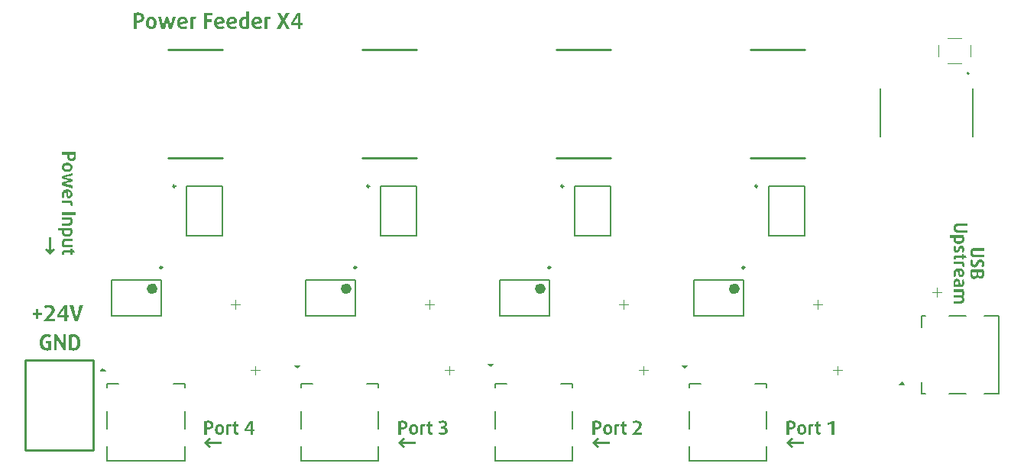
<source format=gbr>
%TF.GenerationSoftware,Altium Limited,Altium Designer,23.4.1 (23)*%
G04 Layer_Color=65535*
%FSLAX26Y26*%
%MOIN*%
%TF.SameCoordinates,7B234F99-2337-49EF-8028-3FC35EF94B5E*%
%TF.FilePolarity,Positive*%
%TF.FileFunction,Legend,Top*%
%TF.Part,CustomerPanel*%
G01*
G75*
%TA.AperFunction,NonConductor*%
%ADD82C,0.007874*%
%ADD83C,0.009842*%
%ADD84C,0.023622*%
%ADD85C,0.003937*%
%ADD86C,0.010000*%
%ADD87C,0.005000*%
G36*
X343996Y797548D02*
X355618Y785926D01*
X355618Y785548D01*
X332382D01*
X343996Y797548D01*
D02*
G37*
G36*
X1191004Y797687D02*
X1179382Y809309D01*
Y809687D01*
X1202618D01*
X1191004Y797687D01*
D02*
G37*
G36*
X2035004Y803687D02*
X2023382Y815309D01*
Y815687D01*
X2046618D01*
X2035004Y803687D01*
D02*
G37*
G36*
X2882004Y796687D02*
X2870382Y808309D01*
Y808687D01*
X2893618D01*
X2882004Y796687D01*
D02*
G37*
G36*
X3829051Y738666D02*
X3840673Y727044D01*
X3840673Y726666D01*
X3817437D01*
X3829051Y738666D01*
D02*
G37*
G36*
X902726Y552007D02*
X903809Y551909D01*
X904104D01*
X904694Y551811D01*
X905482D01*
X906367Y551712D01*
X904301Y542364D01*
X904202D01*
X903907Y542462D01*
X903514Y542561D01*
X902825Y542758D01*
X902136Y542856D01*
X901250Y542955D01*
X900365Y543053D01*
X898298D01*
X897314Y542955D01*
X896232Y542758D01*
X896035D01*
X895346Y542561D01*
X894559Y542364D01*
X893674Y542069D01*
Y506743D01*
X882554D01*
Y548859D01*
X882751Y548957D01*
X883145Y549055D01*
X883932Y549351D01*
X884818Y549646D01*
X885998Y550039D01*
X887376Y550433D01*
X888852Y550728D01*
X890525Y551122D01*
X890722D01*
X891312Y551318D01*
X892296Y551417D01*
X893575Y551614D01*
X895051Y551811D01*
X896724Y551909D01*
X898692Y552106D01*
X901644D01*
X902726Y552007D01*
D02*
G37*
G36*
X806491Y567259D02*
X807377Y567161D01*
X808459Y567062D01*
X809640Y566964D01*
X810919Y566669D01*
X813674Y566078D01*
X816528Y565193D01*
X817906Y564602D01*
X819185Y563914D01*
X820464Y563028D01*
X821645Y562143D01*
X821743Y562044D01*
X821940Y561946D01*
X822235Y561650D01*
X822530Y561159D01*
X823022Y560667D01*
X823514Y560076D01*
X824006Y559289D01*
X824597Y558403D01*
X825187Y557518D01*
X825679Y556435D01*
X826663Y554074D01*
X826958Y552696D01*
X827254Y551318D01*
X827450Y549744D01*
X827549Y548170D01*
Y547973D01*
Y547481D01*
X827450Y546694D01*
X827352Y545710D01*
X827155Y544529D01*
X826958Y543348D01*
X826565Y541971D01*
X826073Y540691D01*
X825974Y540495D01*
X825778Y540101D01*
X825482Y539510D01*
X824990Y538625D01*
X824302Y537739D01*
X823613Y536755D01*
X822727Y535673D01*
X821645Y534689D01*
X821546Y534591D01*
X821153Y534295D01*
X820464Y533803D01*
X819677Y533311D01*
X818594Y532721D01*
X817315Y532032D01*
X815938Y531442D01*
X814363Y530851D01*
X814166Y530753D01*
X813576Y530654D01*
X812690Y530458D01*
X811510Y530163D01*
X810034Y529867D01*
X808262Y529670D01*
X806294Y529572D01*
X804228Y529474D01*
X802358D01*
X801178Y529572D01*
X800981D01*
X800292Y529670D01*
X799505Y529769D01*
X798718Y529867D01*
Y506743D01*
X787402D01*
Y564111D01*
X787598Y564209D01*
X787992Y564406D01*
X788681Y564602D01*
X789665Y564996D01*
X790846Y565291D01*
X792125Y565685D01*
X793601Y566078D01*
X795175Y566472D01*
X795372D01*
X795962Y566571D01*
X796848Y566767D01*
X798029Y566964D01*
X799406Y567062D01*
X800981Y567259D01*
X802752Y567358D01*
X805704D01*
X806491Y567259D01*
D02*
G37*
G36*
X999158Y529474D02*
X1005062D01*
Y521405D01*
X999158D01*
Y506743D01*
X988728D01*
Y521405D01*
X962062D01*
Y529474D01*
X986858Y566275D01*
X999158D01*
Y529474D01*
D02*
G37*
G36*
X927326Y551122D02*
X935592D01*
Y542659D01*
X927326D01*
Y520814D01*
Y520716D01*
Y520322D01*
X927425Y519929D01*
X927523Y519338D01*
X927720Y518650D01*
X927917Y518059D01*
X928310Y517469D01*
X928802Y516977D01*
X928901D01*
X929098Y516780D01*
X929393Y516682D01*
X929786Y516485D01*
X930377Y516288D01*
X930967Y516091D01*
X931656Y515993D01*
X932443Y515894D01*
X933034D01*
X933526Y515993D01*
X934214Y516091D01*
X934411D01*
X934706Y516190D01*
X935198Y516386D01*
X935592Y516583D01*
Y507235D01*
X935395Y507137D01*
X934903Y506940D01*
X934018Y506743D01*
X932738Y506448D01*
X932443D01*
X932050Y506350D01*
X931558D01*
X930377Y506251D01*
X928901Y506153D01*
X928310D01*
X927818Y506251D01*
X926736Y506350D01*
X925260Y506546D01*
X923686Y507038D01*
X922111Y507629D01*
X920635Y508416D01*
X919356Y509597D01*
X919258Y509794D01*
X918864Y510286D01*
X918372Y511073D01*
X917880Y512155D01*
X917290Y513631D01*
X916798Y515501D01*
X916404Y517567D01*
X916306Y520027D01*
Y542659D01*
X910598D01*
Y551122D01*
X916306D01*
Y560962D01*
X927326Y564209D01*
Y551122D01*
D02*
G37*
G36*
X855691Y552007D02*
X856774Y551909D01*
X858151Y551712D01*
X859529Y551318D01*
X861005Y550925D01*
X862481Y550335D01*
X862678Y550236D01*
X863071Y550039D01*
X863760Y549646D01*
X864646Y549055D01*
X865630Y548366D01*
X866712Y547481D01*
X867794Y546497D01*
X868778Y545414D01*
X868877Y545316D01*
X869172Y544923D01*
X869664Y544234D01*
X870254Y543348D01*
X870845Y542266D01*
X871435Y541085D01*
X872124Y539707D01*
X872616Y538133D01*
X872714Y537936D01*
X872813Y537444D01*
X873010Y536558D01*
X873305Y535378D01*
X873600Y534000D01*
X873797Y532426D01*
X873895Y530753D01*
X873994Y528883D01*
Y528785D01*
Y528687D01*
Y528391D01*
Y528096D01*
X873895Y527112D01*
X873797Y525931D01*
X873698Y524455D01*
X873403Y522881D01*
X873108Y521307D01*
X872616Y519634D01*
X872518Y519437D01*
X872419Y518945D01*
X872124Y518158D01*
X871632Y517174D01*
X871140Y515993D01*
X870451Y514714D01*
X869664Y513434D01*
X868778Y512254D01*
X868680Y512155D01*
X868286Y511762D01*
X867794Y511171D01*
X867007Y510483D01*
X866122Y509695D01*
X865039Y508908D01*
X863858Y508121D01*
X862481Y507432D01*
X862284Y507334D01*
X861792Y507137D01*
X861005Y506940D01*
X860021Y506645D01*
X858742Y506251D01*
X857266Y506055D01*
X855691Y505858D01*
X853920Y505759D01*
X853133D01*
X852149Y505858D01*
X851066Y505956D01*
X849689Y506153D01*
X848213Y506448D01*
X846737Y506842D01*
X845261Y507432D01*
X845064Y507531D01*
X844670Y507727D01*
X843982Y508121D01*
X843096Y508711D01*
X842112Y509400D01*
X841030Y510187D01*
X839947Y511171D01*
X838963Y512254D01*
X838865Y512352D01*
X838570Y512844D01*
X838078Y513434D01*
X837487Y514320D01*
X836897Y515403D01*
X836306Y516682D01*
X835618Y518059D01*
X835126Y519634D01*
Y519732D01*
X835027Y519831D01*
X834929Y520421D01*
X834732Y521307D01*
X834535Y522389D01*
X834240Y523766D01*
X834043Y525341D01*
X833945Y527112D01*
X833846Y528883D01*
Y528982D01*
Y529080D01*
Y529375D01*
Y529769D01*
X833945Y530654D01*
X834043Y531934D01*
X834142Y533311D01*
X834437Y534886D01*
X834732Y536558D01*
X835126Y538133D01*
Y538231D01*
X835224Y538330D01*
X835322Y538822D01*
X835716Y539609D01*
X836110Y540593D01*
X836602Y541774D01*
X837290Y542955D01*
X838078Y544234D01*
X838963Y545414D01*
X839062Y545513D01*
X839455Y545907D01*
X839947Y546497D01*
X840734Y547186D01*
X841620Y547973D01*
X842702Y548859D01*
X843883Y549646D01*
X845261Y550335D01*
X845458Y550433D01*
X845950Y550630D01*
X846737Y550925D01*
X847819Y551220D01*
X849098Y551515D01*
X850574Y551811D01*
X852149Y552007D01*
X853920Y552106D01*
X854707D01*
X855691Y552007D01*
D02*
G37*
G36*
X816725Y487260D02*
X803638Y475452D01*
X861792D01*
Y466695D01*
X803638D01*
X816725Y454887D01*
X810132Y448294D01*
X787303Y471123D01*
X810132Y493853D01*
X816725Y487260D01*
D02*
G37*
G36*
X3442096Y552008D02*
X3443179Y551909D01*
X3443474D01*
X3444064Y551811D01*
X3444852D01*
X3445737Y551712D01*
X3443671Y542364D01*
X3443572D01*
X3443277Y542463D01*
X3442884Y542561D01*
X3442195Y542758D01*
X3441506Y542856D01*
X3440620Y542955D01*
X3439735Y543053D01*
X3437668D01*
X3436684Y542955D01*
X3435602Y542758D01*
X3435405D01*
X3434716Y542561D01*
X3433929Y542364D01*
X3433044Y542069D01*
Y506743D01*
X3421924D01*
Y548859D01*
X3422121Y548957D01*
X3422515Y549056D01*
X3423302Y549351D01*
X3424188Y549646D01*
X3425368Y550039D01*
X3426746Y550433D01*
X3428222Y550728D01*
X3429895Y551122D01*
X3430092D01*
X3430682Y551319D01*
X3431666Y551417D01*
X3432945Y551614D01*
X3434421Y551811D01*
X3436094Y551909D01*
X3438062Y552106D01*
X3441014D01*
X3442096Y552008D01*
D02*
G37*
G36*
X3345861Y567260D02*
X3346747Y567161D01*
X3347829Y567063D01*
X3349010Y566964D01*
X3350289Y566669D01*
X3353044Y566079D01*
X3355898Y565193D01*
X3357276Y564603D01*
X3358555Y563914D01*
X3359834Y563028D01*
X3361015Y562143D01*
X3361113Y562044D01*
X3361310Y561946D01*
X3361605Y561651D01*
X3361900Y561159D01*
X3362392Y560667D01*
X3362884Y560076D01*
X3363376Y559289D01*
X3363967Y558404D01*
X3364557Y557518D01*
X3365049Y556436D01*
X3366033Y554074D01*
X3366328Y552696D01*
X3366624Y551319D01*
X3366820Y549744D01*
X3366919Y548170D01*
Y547973D01*
Y547481D01*
X3366820Y546694D01*
X3366722Y545710D01*
X3366525Y544529D01*
X3366328Y543348D01*
X3365935Y541971D01*
X3365443Y540692D01*
X3365344Y540495D01*
X3365148Y540101D01*
X3364852Y539511D01*
X3364360Y538625D01*
X3363672Y537740D01*
X3362983Y536755D01*
X3362097Y535673D01*
X3361015Y534689D01*
X3360916Y534591D01*
X3360523Y534295D01*
X3359834Y533803D01*
X3359047Y533312D01*
X3357964Y532721D01*
X3356685Y532032D01*
X3355308Y531442D01*
X3353733Y530851D01*
X3353536Y530753D01*
X3352946Y530655D01*
X3352060Y530458D01*
X3350880Y530163D01*
X3349404Y529867D01*
X3347632Y529671D01*
X3345664Y529572D01*
X3343598Y529474D01*
X3341728D01*
X3340548Y529572D01*
X3340351D01*
X3339662Y529671D01*
X3338875Y529769D01*
X3338088Y529867D01*
Y506743D01*
X3326772D01*
Y564111D01*
X3326968Y564209D01*
X3327362Y564406D01*
X3328051Y564603D01*
X3329035Y564996D01*
X3330216Y565292D01*
X3331495Y565685D01*
X3332971Y566079D01*
X3334545Y566472D01*
X3334742D01*
X3335332Y566571D01*
X3336218Y566768D01*
X3337399Y566964D01*
X3338776Y567063D01*
X3340351Y567260D01*
X3342122Y567358D01*
X3345074D01*
X3345861Y567260D01*
D02*
G37*
G36*
X3534396Y506743D02*
X3522981D01*
Y553680D01*
X3522883D01*
X3522784Y553582D01*
X3522489Y553385D01*
X3522096Y553188D01*
X3521013Y552696D01*
X3519636Y552106D01*
X3519537D01*
X3519340Y552008D01*
X3518947Y551811D01*
X3518356Y551614D01*
X3517766Y551417D01*
X3517077Y551220D01*
X3515503Y550728D01*
X3515404D01*
X3515109Y550630D01*
X3514716Y550532D01*
X3514224Y550335D01*
X3513535Y550236D01*
X3512846Y550039D01*
X3511173Y549646D01*
X3511075D01*
X3510780Y549548D01*
X3510386Y549449D01*
X3509796Y549351D01*
X3508418Y549056D01*
X3506844Y548760D01*
X3505171Y557321D01*
X3505269D01*
X3505663Y557419D01*
X3506253Y557518D01*
X3507040Y557715D01*
X3507926Y557813D01*
X3508910Y558108D01*
X3511075Y558600D01*
X3511173D01*
X3511567Y558797D01*
X3512157Y558895D01*
X3512944Y559191D01*
X3513830Y559486D01*
X3514814Y559781D01*
X3516782Y560568D01*
X3516880Y560667D01*
X3517274Y560765D01*
X3517766Y561060D01*
X3518356Y561356D01*
X3519144Y561749D01*
X3520029Y562143D01*
X3521702Y563225D01*
X3521800Y563323D01*
X3522096Y563520D01*
X3522489Y563816D01*
X3522981Y564209D01*
X3524260Y565095D01*
X3525441Y566275D01*
X3534396D01*
Y506743D01*
D02*
G37*
G36*
X3466696Y551122D02*
X3474962D01*
Y542659D01*
X3466696D01*
Y520815D01*
Y520716D01*
Y520323D01*
X3466795Y519929D01*
X3466893Y519339D01*
X3467090Y518650D01*
X3467287Y518059D01*
X3467680Y517469D01*
X3468172Y516977D01*
X3468271D01*
X3468468Y516780D01*
X3468763Y516682D01*
X3469156Y516485D01*
X3469747Y516288D01*
X3470337Y516091D01*
X3471026Y515993D01*
X3471813Y515895D01*
X3472404D01*
X3472896Y515993D01*
X3473584Y516091D01*
X3473781D01*
X3474076Y516190D01*
X3474568Y516387D01*
X3474962Y516583D01*
Y507236D01*
X3474765Y507137D01*
X3474273Y506940D01*
X3473388Y506743D01*
X3472108Y506448D01*
X3471813D01*
X3471420Y506350D01*
X3470928D01*
X3469747Y506252D01*
X3468271Y506153D01*
X3467680D01*
X3467188Y506252D01*
X3466106Y506350D01*
X3464630Y506547D01*
X3463056Y507039D01*
X3461481Y507629D01*
X3460005Y508416D01*
X3458726Y509597D01*
X3458628Y509794D01*
X3458234Y510286D01*
X3457742Y511073D01*
X3457250Y512155D01*
X3456660Y513631D01*
X3456168Y515501D01*
X3455774Y517567D01*
X3455676Y520028D01*
Y542659D01*
X3449968D01*
Y551122D01*
X3455676D01*
Y560962D01*
X3466696Y564209D01*
Y551122D01*
D02*
G37*
G36*
X3395061Y552008D02*
X3396144Y551909D01*
X3397521Y551712D01*
X3398899Y551319D01*
X3400375Y550925D01*
X3401851Y550335D01*
X3402048Y550236D01*
X3402441Y550039D01*
X3403130Y549646D01*
X3404016Y549056D01*
X3405000Y548367D01*
X3406082Y547481D01*
X3407164Y546497D01*
X3408148Y545415D01*
X3408247Y545316D01*
X3408542Y544923D01*
X3409034Y544234D01*
X3409624Y543348D01*
X3410215Y542266D01*
X3410805Y541085D01*
X3411494Y539707D01*
X3411986Y538133D01*
X3412084Y537936D01*
X3412183Y537444D01*
X3412380Y536559D01*
X3412675Y535378D01*
X3412970Y534000D01*
X3413167Y532426D01*
X3413265Y530753D01*
X3413364Y528884D01*
Y528785D01*
Y528687D01*
Y528391D01*
Y528096D01*
X3413265Y527112D01*
X3413167Y525932D01*
X3413068Y524456D01*
X3412773Y522881D01*
X3412478Y521307D01*
X3411986Y519634D01*
X3411888Y519437D01*
X3411789Y518945D01*
X3411494Y518158D01*
X3411002Y517174D01*
X3410510Y515993D01*
X3409821Y514714D01*
X3409034Y513435D01*
X3408148Y512254D01*
X3408050Y512155D01*
X3407656Y511762D01*
X3407164Y511171D01*
X3406377Y510483D01*
X3405492Y509695D01*
X3404409Y508908D01*
X3403228Y508121D01*
X3401851Y507432D01*
X3401654Y507334D01*
X3401162Y507137D01*
X3400375Y506940D01*
X3399391Y506645D01*
X3398112Y506252D01*
X3396636Y506055D01*
X3395061Y505858D01*
X3393290Y505760D01*
X3392503D01*
X3391519Y505858D01*
X3390436Y505956D01*
X3389059Y506153D01*
X3387583Y506448D01*
X3386107Y506842D01*
X3384631Y507432D01*
X3384434Y507531D01*
X3384040Y507728D01*
X3383352Y508121D01*
X3382466Y508712D01*
X3381482Y509400D01*
X3380400Y510188D01*
X3379317Y511171D01*
X3378333Y512254D01*
X3378235Y512352D01*
X3377940Y512844D01*
X3377448Y513435D01*
X3376857Y514320D01*
X3376267Y515403D01*
X3375676Y516682D01*
X3374988Y518059D01*
X3374496Y519634D01*
Y519732D01*
X3374397Y519831D01*
X3374299Y520421D01*
X3374102Y521307D01*
X3373905Y522389D01*
X3373610Y523767D01*
X3373413Y525341D01*
X3373315Y527112D01*
X3373216Y528884D01*
Y528982D01*
Y529080D01*
Y529375D01*
Y529769D01*
X3373315Y530655D01*
X3373413Y531934D01*
X3373512Y533312D01*
X3373807Y534886D01*
X3374102Y536559D01*
X3374496Y538133D01*
Y538231D01*
X3374594Y538330D01*
X3374692Y538822D01*
X3375086Y539609D01*
X3375480Y540593D01*
X3375972Y541774D01*
X3376660Y542955D01*
X3377448Y544234D01*
X3378333Y545415D01*
X3378432Y545513D01*
X3378825Y545907D01*
X3379317Y546497D01*
X3380104Y547186D01*
X3380990Y547973D01*
X3382072Y548859D01*
X3383253Y549646D01*
X3384631Y550335D01*
X3384828Y550433D01*
X3385320Y550630D01*
X3386107Y550925D01*
X3387189Y551220D01*
X3388468Y551515D01*
X3389944Y551811D01*
X3391519Y552008D01*
X3393290Y552106D01*
X3394077D01*
X3395061Y552008D01*
D02*
G37*
G36*
X3356095Y487260D02*
X3343008Y475452D01*
X3401162D01*
Y466695D01*
X3343008D01*
X3356095Y454887D01*
X3349502Y448294D01*
X3326673Y471123D01*
X3349502Y493853D01*
X3356095Y487260D01*
D02*
G37*
G36*
X2595640Y552007D02*
X2596722Y551909D01*
X2597017D01*
X2597608Y551811D01*
X2598395D01*
X2599281Y551712D01*
X2597214Y542364D01*
X2597116D01*
X2596821Y542462D01*
X2596427Y542561D01*
X2595738Y542758D01*
X2595049Y542856D01*
X2594164Y542955D01*
X2593278Y543053D01*
X2591212D01*
X2590228Y542955D01*
X2589145Y542758D01*
X2588949D01*
X2588260Y542561D01*
X2587473Y542364D01*
X2586587Y542069D01*
Y506743D01*
X2575468D01*
Y548859D01*
X2575665Y548957D01*
X2576058Y549055D01*
X2576845Y549351D01*
X2577731Y549646D01*
X2578912Y550039D01*
X2580289Y550433D01*
X2581765Y550728D01*
X2583438Y551122D01*
X2583635D01*
X2584225Y551318D01*
X2585209Y551417D01*
X2586489Y551614D01*
X2587965Y551811D01*
X2589637Y551909D01*
X2591605Y552106D01*
X2594557D01*
X2595640Y552007D01*
D02*
G37*
G36*
X2499405Y567259D02*
X2500290Y567161D01*
X2501373Y567062D01*
X2502553Y566964D01*
X2503833Y566669D01*
X2506588Y566078D01*
X2509441Y565193D01*
X2510819Y564602D01*
X2512098Y563914D01*
X2513377Y563028D01*
X2514558Y562143D01*
X2514657Y562044D01*
X2514853Y561946D01*
X2515149Y561650D01*
X2515444Y561159D01*
X2515936Y560667D01*
X2516428Y560076D01*
X2516920Y559289D01*
X2517510Y558403D01*
X2518101Y557518D01*
X2518593Y556435D01*
X2519577Y554074D01*
X2519872Y552696D01*
X2520167Y551318D01*
X2520364Y549744D01*
X2520462Y548170D01*
Y547973D01*
Y547481D01*
X2520364Y546694D01*
X2520265Y545710D01*
X2520069Y544529D01*
X2519872Y543348D01*
X2519478Y541971D01*
X2518986Y540691D01*
X2518888Y540495D01*
X2518691Y540101D01*
X2518396Y539510D01*
X2517904Y538625D01*
X2517215Y537739D01*
X2516526Y536755D01*
X2515641Y535673D01*
X2514558Y534689D01*
X2514460Y534591D01*
X2514066Y534295D01*
X2513377Y533803D01*
X2512590Y533311D01*
X2511508Y532721D01*
X2510229Y532032D01*
X2508851Y531442D01*
X2507277Y530851D01*
X2507080Y530753D01*
X2506489Y530654D01*
X2505604Y530458D01*
X2504423Y530163D01*
X2502947Y529867D01*
X2501176Y529670D01*
X2499208Y529572D01*
X2497141Y529474D01*
X2495272D01*
X2494091Y529572D01*
X2493894D01*
X2493205Y529670D01*
X2492418Y529769D01*
X2491631Y529867D01*
Y506743D01*
X2480315D01*
Y564111D01*
X2480512Y564209D01*
X2480905Y564406D01*
X2481594Y564602D01*
X2482578Y564996D01*
X2483759Y565291D01*
X2485038Y565685D01*
X2486514Y566078D01*
X2488089Y566472D01*
X2488285D01*
X2488876Y566571D01*
X2489761Y566767D01*
X2490942Y566964D01*
X2492320Y567062D01*
X2493894Y567259D01*
X2495665Y567358D01*
X2498617D01*
X2499405Y567259D01*
D02*
G37*
G36*
X2674458D02*
X2675442D01*
X2676426Y567062D01*
X2677607Y566964D01*
X2678886Y566767D01*
X2681543Y566177D01*
X2684298Y565291D01*
X2685577Y564799D01*
X2686857Y564111D01*
X2688136Y563422D01*
X2689218Y562536D01*
X2689317Y562438D01*
X2689513Y562339D01*
X2689710Y562044D01*
X2690104Y561650D01*
X2690497Y561159D01*
X2690989Y560568D01*
X2691580Y559879D01*
X2692072Y559092D01*
X2693154Y557222D01*
X2694040Y554959D01*
X2694433Y553680D01*
X2694729Y552303D01*
X2694827Y550925D01*
X2694925Y549351D01*
Y549252D01*
Y548957D01*
Y548465D01*
X2694827Y547875D01*
X2694729Y547186D01*
X2694630Y546399D01*
X2694237Y544726D01*
Y544627D01*
X2694138Y544332D01*
X2694040Y543938D01*
X2693843Y543348D01*
X2693253Y542069D01*
X2692564Y540495D01*
Y540396D01*
X2692367Y540199D01*
X2692170Y539806D01*
X2691875Y539314D01*
X2691088Y538133D01*
X2690104Y536755D01*
X2690005Y536657D01*
X2689907Y536460D01*
X2689612Y536165D01*
X2689317Y535673D01*
X2688431Y534689D01*
X2687447Y533508D01*
X2671900Y515993D01*
X2696106D01*
Y506743D01*
X2652909D01*
X2678394Y538527D01*
X2678493Y538625D01*
X2678689Y538920D01*
X2679083Y539412D01*
X2679477Y540003D01*
X2679969Y540790D01*
X2680559Y541577D01*
X2681641Y543348D01*
X2681740Y543447D01*
X2681838Y543840D01*
X2682133Y544332D01*
X2682429Y545021D01*
X2682625Y545808D01*
X2682921Y546694D01*
X2683019Y547678D01*
X2683117Y548760D01*
Y548957D01*
Y549449D01*
X2682921Y550236D01*
X2682724Y551122D01*
X2682429Y552204D01*
X2681838Y553287D01*
X2681149Y554369D01*
X2680165Y555353D01*
X2680067Y555451D01*
X2679575Y555746D01*
X2678985Y556140D01*
X2678001Y556632D01*
X2676820Y557124D01*
X2675344Y557518D01*
X2673671Y557813D01*
X2671703Y557911D01*
X2670522D01*
X2669735Y557813D01*
X2668849Y557715D01*
X2667767Y557616D01*
X2665307Y557222D01*
X2665209D01*
X2664717Y557124D01*
X2664126Y556927D01*
X2663241Y556731D01*
X2662355Y556435D01*
X2661273Y556140D01*
X2659108Y555353D01*
X2655861Y564111D01*
X2656057Y564209D01*
X2656549Y564406D01*
X2657238Y564701D01*
X2658321Y564996D01*
X2659501Y565390D01*
X2660879Y565783D01*
X2662355Y566177D01*
X2663929Y566472D01*
X2664126D01*
X2664717Y566571D01*
X2665504Y566767D01*
X2666685Y566964D01*
X2667964Y567062D01*
X2669440Y567259D01*
X2671014Y567358D01*
X2673769D01*
X2674458Y567259D01*
D02*
G37*
G36*
X2620240Y551122D02*
X2628505D01*
Y542659D01*
X2620240D01*
Y520814D01*
Y520716D01*
Y520322D01*
X2620338Y519929D01*
X2620437Y519338D01*
X2620633Y518650D01*
X2620830Y518059D01*
X2621224Y517469D01*
X2621716Y516977D01*
X2621814D01*
X2622011Y516780D01*
X2622306Y516682D01*
X2622700Y516485D01*
X2623290Y516288D01*
X2623881Y516091D01*
X2624569Y515993D01*
X2625357Y515894D01*
X2625947D01*
X2626439Y515993D01*
X2627128Y516091D01*
X2627325D01*
X2627620Y516190D01*
X2628112Y516386D01*
X2628505Y516583D01*
Y507235D01*
X2628309Y507137D01*
X2627817Y506940D01*
X2626931Y506743D01*
X2625652Y506448D01*
X2625357D01*
X2624963Y506350D01*
X2624471D01*
X2623290Y506251D01*
X2621814Y506153D01*
X2621224D01*
X2620732Y506251D01*
X2619649Y506350D01*
X2618173Y506546D01*
X2616599Y507038D01*
X2615025Y507629D01*
X2613549Y508416D01*
X2612269Y509597D01*
X2612171Y509794D01*
X2611777Y510286D01*
X2611285Y511073D01*
X2610793Y512155D01*
X2610203Y513631D01*
X2609711Y515501D01*
X2609317Y517567D01*
X2609219Y520027D01*
Y542659D01*
X2603512D01*
Y551122D01*
X2609219D01*
Y560962D01*
X2620240Y564209D01*
Y551122D01*
D02*
G37*
G36*
X2548605Y552007D02*
X2549687Y551909D01*
X2551065Y551712D01*
X2552442Y551318D01*
X2553918Y550925D01*
X2555394Y550335D01*
X2555591Y550236D01*
X2555985Y550039D01*
X2556673Y549646D01*
X2557559Y549055D01*
X2558543Y548366D01*
X2559625Y547481D01*
X2560708Y546497D01*
X2561692Y545414D01*
X2561790Y545316D01*
X2562085Y544923D01*
X2562577Y544234D01*
X2563168Y543348D01*
X2563758Y542266D01*
X2564349Y541085D01*
X2565037Y539707D01*
X2565529Y538133D01*
X2565628Y537936D01*
X2565726Y537444D01*
X2565923Y536558D01*
X2566218Y535378D01*
X2566513Y534000D01*
X2566710Y532426D01*
X2566809Y530753D01*
X2566907Y528883D01*
Y528785D01*
Y528687D01*
Y528391D01*
Y528096D01*
X2566809Y527112D01*
X2566710Y525931D01*
X2566612Y524455D01*
X2566317Y522881D01*
X2566021Y521307D01*
X2565529Y519634D01*
X2565431Y519437D01*
X2565333Y518945D01*
X2565037Y518158D01*
X2564545Y517174D01*
X2564053Y515993D01*
X2563365Y514714D01*
X2562577Y513434D01*
X2561692Y512254D01*
X2561593Y512155D01*
X2561200Y511762D01*
X2560708Y511171D01*
X2559921Y510483D01*
X2559035Y509695D01*
X2557953Y508908D01*
X2556772Y508121D01*
X2555394Y507432D01*
X2555197Y507334D01*
X2554705Y507137D01*
X2553918Y506940D01*
X2552934Y506645D01*
X2551655Y506251D01*
X2550179Y506055D01*
X2548605Y505858D01*
X2546833Y505759D01*
X2546046D01*
X2545062Y505858D01*
X2543980Y505956D01*
X2542602Y506153D01*
X2541126Y506448D01*
X2539650Y506842D01*
X2538174Y507432D01*
X2537977Y507531D01*
X2537584Y507727D01*
X2536895Y508121D01*
X2536009Y508711D01*
X2535025Y509400D01*
X2533943Y510187D01*
X2532861Y511171D01*
X2531877Y512254D01*
X2531778Y512352D01*
X2531483Y512844D01*
X2530991Y513434D01*
X2530401Y514320D01*
X2529810Y515403D01*
X2529220Y516682D01*
X2528531Y518059D01*
X2528039Y519634D01*
Y519732D01*
X2527941Y519831D01*
X2527842Y520421D01*
X2527645Y521307D01*
X2527449Y522389D01*
X2527153Y523766D01*
X2526957Y525341D01*
X2526858Y527112D01*
X2526760Y528883D01*
Y528982D01*
Y529080D01*
Y529375D01*
Y529769D01*
X2526858Y530654D01*
X2526957Y531934D01*
X2527055Y533311D01*
X2527350Y534886D01*
X2527645Y536558D01*
X2528039Y538133D01*
Y538231D01*
X2528137Y538330D01*
X2528236Y538822D01*
X2528629Y539609D01*
X2529023Y540593D01*
X2529515Y541774D01*
X2530204Y542955D01*
X2530991Y544234D01*
X2531877Y545414D01*
X2531975Y545513D01*
X2532369Y545907D01*
X2532861Y546497D01*
X2533648Y547186D01*
X2534533Y547973D01*
X2535616Y548859D01*
X2536797Y549646D01*
X2538174Y550335D01*
X2538371Y550433D01*
X2538863Y550630D01*
X2539650Y550925D01*
X2540733Y551220D01*
X2542012Y551515D01*
X2543488Y551811D01*
X2545062Y552007D01*
X2546833Y552106D01*
X2547621D01*
X2548605Y552007D01*
D02*
G37*
G36*
X2509638Y487260D02*
X2496551Y475452D01*
X2554705D01*
Y466695D01*
X2496551D01*
X2509638Y454887D01*
X2503045Y448294D01*
X2480217Y471123D01*
X2503045Y493853D01*
X2509638Y487260D01*
D02*
G37*
G36*
X1749183Y552007D02*
X1750265Y551909D01*
X1750561D01*
X1751151Y551811D01*
X1751938D01*
X1752824Y551712D01*
X1750757Y542364D01*
X1750659D01*
X1750364Y542462D01*
X1749970Y542561D01*
X1749282Y542758D01*
X1748593Y542856D01*
X1747707Y542955D01*
X1746822Y543053D01*
X1744755D01*
X1743771Y542955D01*
X1742689Y542758D01*
X1742492D01*
X1741803Y542561D01*
X1741016Y542364D01*
X1740130Y542069D01*
Y506743D01*
X1729011D01*
Y548859D01*
X1729208Y548957D01*
X1729601Y549055D01*
X1730389Y549351D01*
X1731274Y549646D01*
X1732455Y550039D01*
X1733833Y550433D01*
X1735309Y550728D01*
X1736982Y551122D01*
X1737178D01*
X1737769Y551318D01*
X1738753Y551417D01*
X1740032Y551614D01*
X1741508Y551811D01*
X1743181Y551909D01*
X1745149Y552106D01*
X1748101D01*
X1749183Y552007D01*
D02*
G37*
G36*
X1652948Y567259D02*
X1653833Y567161D01*
X1654916Y567062D01*
X1656097Y566964D01*
X1657376Y566669D01*
X1660131Y566078D01*
X1662985Y565193D01*
X1664362Y564602D01*
X1665641Y563914D01*
X1666921Y563028D01*
X1668101Y562143D01*
X1668200Y562044D01*
X1668397Y561946D01*
X1668692Y561650D01*
X1668987Y561159D01*
X1669479Y560667D01*
X1669971Y560076D01*
X1670463Y559289D01*
X1671053Y558403D01*
X1671644Y557518D01*
X1672136Y556435D01*
X1673120Y554074D01*
X1673415Y552696D01*
X1673710Y551318D01*
X1673907Y549744D01*
X1674005Y548170D01*
Y547973D01*
Y547481D01*
X1673907Y546694D01*
X1673809Y545710D01*
X1673612Y544529D01*
X1673415Y543348D01*
X1673022Y541971D01*
X1672530Y540691D01*
X1672431Y540495D01*
X1672234Y540101D01*
X1671939Y539510D01*
X1671447Y538625D01*
X1670758Y537739D01*
X1670070Y536755D01*
X1669184Y535673D01*
X1668101Y534689D01*
X1668003Y534591D01*
X1667610Y534295D01*
X1666921Y533803D01*
X1666133Y533311D01*
X1665051Y532721D01*
X1663772Y532032D01*
X1662394Y531442D01*
X1660820Y530851D01*
X1660623Y530753D01*
X1660033Y530654D01*
X1659147Y530458D01*
X1657966Y530163D01*
X1656490Y529867D01*
X1654719Y529670D01*
X1652751Y529572D01*
X1650685Y529474D01*
X1648815D01*
X1647634Y529572D01*
X1647438D01*
X1646749Y529670D01*
X1645961Y529769D01*
X1645174Y529867D01*
Y506743D01*
X1633858D01*
Y564111D01*
X1634055Y564209D01*
X1634449Y564406D01*
X1635138Y564602D01*
X1636121Y564996D01*
X1637302Y565291D01*
X1638582Y565685D01*
X1640057Y566078D01*
X1641632Y566472D01*
X1641829D01*
X1642419Y566571D01*
X1643305Y566767D01*
X1644486Y566964D01*
X1645863Y567062D01*
X1647438Y567259D01*
X1649209Y567358D01*
X1652161D01*
X1652948Y567259D01*
D02*
G37*
G36*
X1829281D02*
X1830068D01*
X1831052Y567161D01*
X1832036Y566964D01*
X1833118Y566866D01*
X1835480Y566374D01*
X1837841Y565587D01*
X1840203Y564504D01*
X1841187Y563914D01*
X1842171Y563126D01*
X1842270D01*
X1842368Y562930D01*
X1842958Y562339D01*
X1843745Y561454D01*
X1844631Y560174D01*
X1845517Y558600D01*
X1846206Y556731D01*
X1846796Y554467D01*
X1846894Y553287D01*
X1846993Y552007D01*
Y551909D01*
Y551614D01*
Y551220D01*
X1846894Y550630D01*
X1846697Y549252D01*
X1846206Y547678D01*
Y547579D01*
X1846107Y547284D01*
X1845910Y546890D01*
X1845615Y546399D01*
X1844926Y545218D01*
X1843942Y543938D01*
X1843844Y543840D01*
X1843647Y543643D01*
X1843352Y543348D01*
X1842958Y542955D01*
X1841876Y541971D01*
X1840597Y540888D01*
X1840498Y540790D01*
X1840302Y540691D01*
X1839908Y540396D01*
X1839514Y540199D01*
X1838235Y539510D01*
X1836858Y538822D01*
Y538625D01*
X1836956D01*
X1837251Y538527D01*
X1837743Y538330D01*
X1838333Y538133D01*
X1839022Y537838D01*
X1839810Y537543D01*
X1841384Y536657D01*
X1841482Y536558D01*
X1841777Y536460D01*
X1842171Y536165D01*
X1842663Y535870D01*
X1843942Y534886D01*
X1845222Y533606D01*
X1845320Y533508D01*
X1845517Y533311D01*
X1845812Y532918D01*
X1846206Y532426D01*
X1846697Y531835D01*
X1847091Y531048D01*
X1847977Y529375D01*
X1848075Y529277D01*
X1848174Y528982D01*
X1848370Y528391D01*
X1848567Y527801D01*
X1848764Y526915D01*
X1848862Y526030D01*
X1849059Y524947D01*
Y523865D01*
Y523668D01*
Y523176D01*
X1848961Y522389D01*
X1848862Y521405D01*
X1848666Y520224D01*
X1848370Y518945D01*
X1847977Y517666D01*
X1847485Y516386D01*
X1847386Y516288D01*
X1847189Y515796D01*
X1846796Y515206D01*
X1846304Y514418D01*
X1845714Y513533D01*
X1844926Y512549D01*
X1844041Y511565D01*
X1842958Y510679D01*
X1842860Y510581D01*
X1842466Y510286D01*
X1841876Y509892D01*
X1840990Y509302D01*
X1840006Y508711D01*
X1838727Y508121D01*
X1837350Y507531D01*
X1835873Y507038D01*
X1835677Y506940D01*
X1835086Y506842D01*
X1834299Y506645D01*
X1833118Y506448D01*
X1831642Y506153D01*
X1830068Y505956D01*
X1828198Y505858D01*
X1826230Y505759D01*
X1825443D01*
X1824459Y505858D01*
X1823278D01*
X1821901Y505956D01*
X1820228Y506153D01*
X1818555Y506350D01*
X1816784Y506645D01*
X1816587D01*
X1815997Y506842D01*
X1815111Y506940D01*
X1813930Y507235D01*
X1812651Y507531D01*
X1811274Y507924D01*
X1809797Y508416D01*
X1808420Y508908D01*
X1811962Y517666D01*
X1812061D01*
X1812454Y517469D01*
X1813045Y517272D01*
X1813734Y516977D01*
X1814717Y516682D01*
X1815800Y516386D01*
X1816981Y516091D01*
X1818358Y515796D01*
X1818555D01*
X1819047Y515698D01*
X1819736Y515599D01*
X1820720Y515501D01*
X1821901Y515403D01*
X1823180Y515304D01*
X1824557Y515206D01*
X1826919D01*
X1827903Y515304D01*
X1829084Y515501D01*
X1830461Y515796D01*
X1831839Y516190D01*
X1833217Y516780D01*
X1834398Y517567D01*
X1834496Y517666D01*
X1834889Y517961D01*
X1835381Y518551D01*
X1835972Y519240D01*
X1836464Y520126D01*
X1836956Y521208D01*
X1837350Y522487D01*
X1837448Y523865D01*
Y523963D01*
Y524259D01*
X1837350Y524750D01*
X1837251Y525242D01*
X1836956Y526620D01*
X1836562Y527309D01*
X1836169Y527998D01*
X1836070Y528096D01*
X1835972Y528293D01*
X1835677Y528588D01*
X1835283Y528982D01*
X1834791Y529474D01*
X1834102Y529966D01*
X1833414Y530458D01*
X1832626Y530851D01*
X1832528Y530950D01*
X1832233Y531048D01*
X1831741Y531245D01*
X1831150Y531540D01*
X1830363Y531835D01*
X1829477Y532130D01*
X1828395Y532426D01*
X1827313Y532622D01*
X1827214D01*
X1826821Y532721D01*
X1826132Y532819D01*
X1825345Y533016D01*
X1824361Y533115D01*
X1823278Y533213D01*
X1821999Y533311D01*
X1819736D01*
Y541577D01*
X1820326D01*
X1821015Y541675D01*
X1821901Y541774D01*
X1822983Y541872D01*
X1824065Y542069D01*
X1826329Y542561D01*
X1826427D01*
X1826821Y542659D01*
X1827411Y542856D01*
X1828100Y543151D01*
X1829674Y543742D01*
X1831347Y544627D01*
X1831446Y544726D01*
X1831642Y544824D01*
X1832036Y545119D01*
X1832528Y545513D01*
X1833512Y546399D01*
X1834496Y547481D01*
X1834594Y547579D01*
X1834693Y547776D01*
X1834889Y548071D01*
X1835086Y548563D01*
X1835480Y549744D01*
X1835677Y550433D01*
Y551122D01*
Y551220D01*
Y551614D01*
X1835578Y552204D01*
X1835381Y552991D01*
X1835086Y553779D01*
X1834594Y554566D01*
X1834004Y555451D01*
X1833217Y556140D01*
X1833118Y556239D01*
X1832725Y556435D01*
X1832233Y556731D01*
X1831446Y557124D01*
X1830363Y557419D01*
X1829182Y557715D01*
X1827805Y557911D01*
X1826132Y558010D01*
X1824951D01*
X1824164Y557911D01*
X1823180Y557813D01*
X1821999Y557715D01*
X1819539Y557222D01*
X1819342D01*
X1818949Y557124D01*
X1818260Y556927D01*
X1817473Y556731D01*
X1816489Y556435D01*
X1815406Y556140D01*
X1813143Y555353D01*
X1809896Y564111D01*
X1810093Y564209D01*
X1810585Y564406D01*
X1811372Y564701D01*
X1812356Y564996D01*
X1813537Y565390D01*
X1815013Y565783D01*
X1816587Y566177D01*
X1818260Y566472D01*
X1818457D01*
X1819047Y566571D01*
X1819933Y566767D01*
X1821212Y566964D01*
X1822590Y567062D01*
X1824164Y567259D01*
X1825935Y567358D01*
X1828592D01*
X1829281Y567259D01*
D02*
G37*
G36*
X1773783Y551122D02*
X1782049D01*
Y542659D01*
X1773783D01*
Y520814D01*
Y520716D01*
Y520322D01*
X1773881Y519929D01*
X1773980Y519338D01*
X1774177Y518650D01*
X1774373Y518059D01*
X1774767Y517469D01*
X1775259Y516977D01*
X1775358D01*
X1775554Y516780D01*
X1775850Y516682D01*
X1776243Y516485D01*
X1776833Y516288D01*
X1777424Y516091D01*
X1778113Y515993D01*
X1778900Y515894D01*
X1779490D01*
X1779982Y515993D01*
X1780671Y516091D01*
X1780868D01*
X1781163Y516190D01*
X1781655Y516386D01*
X1782049Y516583D01*
Y507235D01*
X1781852Y507137D01*
X1781360Y506940D01*
X1780474Y506743D01*
X1779195Y506448D01*
X1778900D01*
X1778506Y506350D01*
X1778014D01*
X1776833Y506251D01*
X1775358Y506153D01*
X1774767D01*
X1774275Y506251D01*
X1773193Y506350D01*
X1771717Y506546D01*
X1770142Y507038D01*
X1768568Y507629D01*
X1767092Y508416D01*
X1765813Y509597D01*
X1765714Y509794D01*
X1765321Y510286D01*
X1764829Y511073D01*
X1764337Y512155D01*
X1763746Y513631D01*
X1763254Y515501D01*
X1762861Y517567D01*
X1762762Y520027D01*
Y542659D01*
X1757055D01*
Y551122D01*
X1762762D01*
Y560962D01*
X1773783Y564209D01*
Y551122D01*
D02*
G37*
G36*
X1702148Y552007D02*
X1703230Y551909D01*
X1704608Y551712D01*
X1705986Y551318D01*
X1707461Y550925D01*
X1708938Y550335D01*
X1709134Y550236D01*
X1709528Y550039D01*
X1710217Y549646D01*
X1711102Y549055D01*
X1712086Y548366D01*
X1713169Y547481D01*
X1714251Y546497D01*
X1715235Y545414D01*
X1715333Y545316D01*
X1715629Y544923D01*
X1716121Y544234D01*
X1716711Y543348D01*
X1717302Y542266D01*
X1717892Y541085D01*
X1718581Y539707D01*
X1719073Y538133D01*
X1719171Y537936D01*
X1719270Y537444D01*
X1719466Y536558D01*
X1719762Y535378D01*
X1720057Y534000D01*
X1720254Y532426D01*
X1720352Y530753D01*
X1720450Y528883D01*
Y528785D01*
Y528687D01*
Y528391D01*
Y528096D01*
X1720352Y527112D01*
X1720254Y525931D01*
X1720155Y524455D01*
X1719860Y522881D01*
X1719565Y521307D01*
X1719073Y519634D01*
X1718974Y519437D01*
X1718876Y518945D01*
X1718581Y518158D01*
X1718089Y517174D01*
X1717597Y515993D01*
X1716908Y514714D01*
X1716121Y513434D01*
X1715235Y512254D01*
X1715137Y512155D01*
X1714743Y511762D01*
X1714251Y511171D01*
X1713464Y510483D01*
X1712578Y509695D01*
X1711496Y508908D01*
X1710315Y508121D01*
X1708938Y507432D01*
X1708741Y507334D01*
X1708249Y507137D01*
X1707461Y506940D01*
X1706477Y506645D01*
X1705198Y506251D01*
X1703722Y506055D01*
X1702148Y505858D01*
X1700377Y505759D01*
X1699590D01*
X1698605Y505858D01*
X1697523Y505956D01*
X1696146Y506153D01*
X1694669Y506448D01*
X1693194Y506842D01*
X1691717Y507432D01*
X1691521Y507531D01*
X1691127Y507727D01*
X1690438Y508121D01*
X1689553Y508711D01*
X1688569Y509400D01*
X1687486Y510187D01*
X1686404Y511171D01*
X1685420Y512254D01*
X1685322Y512352D01*
X1685026Y512844D01*
X1684534Y513434D01*
X1683944Y514320D01*
X1683353Y515403D01*
X1682763Y516682D01*
X1682074Y518059D01*
X1681582Y519634D01*
Y519732D01*
X1681484Y519831D01*
X1681386Y520421D01*
X1681189Y521307D01*
X1680992Y522389D01*
X1680697Y523766D01*
X1680500Y525341D01*
X1680401Y527112D01*
X1680303Y528883D01*
Y528982D01*
Y529080D01*
Y529375D01*
Y529769D01*
X1680401Y530654D01*
X1680500Y531934D01*
X1680598Y533311D01*
X1680893Y534886D01*
X1681189Y536558D01*
X1681582Y538133D01*
Y538231D01*
X1681681Y538330D01*
X1681779Y538822D01*
X1682173Y539609D01*
X1682566Y540593D01*
X1683058Y541774D01*
X1683747Y542955D01*
X1684534Y544234D01*
X1685420Y545414D01*
X1685518Y545513D01*
X1685912Y545907D01*
X1686404Y546497D01*
X1687191Y547186D01*
X1688077Y547973D01*
X1689159Y548859D01*
X1690340Y549646D01*
X1691717Y550335D01*
X1691914Y550433D01*
X1692406Y550630D01*
X1693194Y550925D01*
X1694276Y551220D01*
X1695555Y551515D01*
X1697031Y551811D01*
X1698605Y552007D01*
X1700377Y552106D01*
X1701164D01*
X1702148Y552007D01*
D02*
G37*
G36*
X1663181Y487260D02*
X1650094Y475452D01*
X1708249D01*
Y466695D01*
X1650094D01*
X1663181Y454887D01*
X1656589Y448294D01*
X1633760Y471123D01*
X1656589Y493853D01*
X1663181Y487260D01*
D02*
G37*
G36*
X224146Y1740684D02*
X224343Y1740291D01*
X224540Y1739602D01*
X224934Y1738618D01*
X225229Y1737437D01*
X225622Y1736158D01*
X226016Y1734682D01*
X226410Y1733107D01*
Y1732911D01*
X226508Y1732320D01*
X226705Y1731435D01*
X226901Y1730254D01*
X227000Y1728876D01*
X227197Y1727302D01*
X227295Y1725531D01*
Y1722579D01*
X227197Y1721791D01*
X227098Y1720906D01*
X227000Y1719823D01*
X226901Y1718643D01*
X226606Y1717363D01*
X226016Y1714608D01*
X225130Y1711755D01*
X224540Y1710377D01*
X223851Y1709098D01*
X222965Y1707819D01*
X222080Y1706638D01*
X221982Y1706539D01*
X221883Y1706343D01*
X221588Y1706047D01*
X221096Y1705752D01*
X220604Y1705260D01*
X220013Y1704768D01*
X219226Y1704276D01*
X218341Y1703686D01*
X217455Y1703095D01*
X216373Y1702603D01*
X214011Y1701619D01*
X212633Y1701324D01*
X211256Y1701029D01*
X209681Y1700832D01*
X208107Y1700734D01*
X207910D01*
X207418D01*
X206631Y1700832D01*
X205647Y1700931D01*
X204466Y1701127D01*
X203286Y1701324D01*
X201908Y1701718D01*
X200629Y1702210D01*
X200432Y1702308D01*
X200038Y1702505D01*
X199448Y1702800D01*
X198562Y1703292D01*
X197677Y1703981D01*
X196693Y1704670D01*
X195610Y1705555D01*
X194626Y1706638D01*
X194528Y1706736D01*
X194233Y1707130D01*
X193741Y1707819D01*
X193249Y1708606D01*
X192658Y1709688D01*
X191970Y1710967D01*
X191379Y1712345D01*
X190789Y1713919D01*
X190690Y1714116D01*
X190592Y1714707D01*
X190395Y1715592D01*
X190100Y1716773D01*
X189805Y1718249D01*
X189608Y1720020D01*
X189510Y1721988D01*
X189411Y1724055D01*
Y1725924D01*
X189510Y1727105D01*
Y1727302D01*
X189608Y1727991D01*
X189706Y1728778D01*
X189805Y1729565D01*
X166681D01*
Y1740881D01*
X224048D01*
X224146Y1740684D01*
D02*
G37*
G36*
X190592Y1694338D02*
X191871Y1694239D01*
X193249Y1694141D01*
X194823Y1693846D01*
X196496Y1693551D01*
X198070Y1693157D01*
X198169D01*
X198267Y1693059D01*
X198759Y1692960D01*
X199546Y1692567D01*
X200530Y1692173D01*
X201711Y1691681D01*
X202892Y1690992D01*
X204171Y1690205D01*
X205352Y1689319D01*
X205450Y1689221D01*
X205844Y1688827D01*
X206434Y1688335D01*
X207123Y1687548D01*
X207910Y1686663D01*
X208796Y1685580D01*
X209583Y1684399D01*
X210272Y1683022D01*
X210370Y1682825D01*
X210567Y1682333D01*
X210862Y1681546D01*
X211157Y1680463D01*
X211453Y1679184D01*
X211748Y1677708D01*
X211945Y1676134D01*
X212043Y1674363D01*
Y1673575D01*
X211945Y1672591D01*
X211846Y1671509D01*
X211649Y1670131D01*
X211256Y1668754D01*
X210862Y1667278D01*
X210272Y1665802D01*
X210173Y1665605D01*
X209977Y1665211D01*
X209583Y1664523D01*
X208993Y1663637D01*
X208304Y1662653D01*
X207418Y1661571D01*
X206434Y1660488D01*
X205352Y1659504D01*
X205254Y1659406D01*
X204860Y1659111D01*
X204171Y1658619D01*
X203286Y1658028D01*
X202203Y1657438D01*
X201022Y1656847D01*
X199645Y1656159D01*
X198070Y1655667D01*
X197874Y1655568D01*
X197381Y1655470D01*
X196496Y1655273D01*
X195315Y1654978D01*
X193938Y1654683D01*
X192363Y1654486D01*
X190690Y1654387D01*
X188821Y1654289D01*
X188722D01*
X188624D01*
X188329D01*
X188034D01*
X187049Y1654387D01*
X185869Y1654486D01*
X184393Y1654584D01*
X182818Y1654879D01*
X181244Y1655175D01*
X179571Y1655667D01*
X179374Y1655765D01*
X178882Y1655863D01*
X178095Y1656159D01*
X177111Y1656651D01*
X175930Y1657143D01*
X174651Y1657831D01*
X173372Y1658619D01*
X172191Y1659504D01*
X172093Y1659603D01*
X171699Y1659996D01*
X171109Y1660488D01*
X170420Y1661275D01*
X169633Y1662161D01*
X168845Y1663243D01*
X168058Y1664424D01*
X167369Y1665802D01*
X167271Y1665999D01*
X167074Y1666491D01*
X166877Y1667278D01*
X166582Y1668262D01*
X166189Y1669541D01*
X165992Y1671017D01*
X165795Y1672591D01*
X165697Y1674363D01*
Y1675150D01*
X165795Y1676134D01*
X165893Y1677216D01*
X166090Y1678594D01*
X166386Y1680070D01*
X166779Y1681546D01*
X167369Y1683022D01*
X167468Y1683219D01*
X167665Y1683612D01*
X168058Y1684301D01*
X168649Y1685187D01*
X169338Y1686171D01*
X170125Y1687253D01*
X171109Y1688335D01*
X172191Y1689319D01*
X172290Y1689418D01*
X172781Y1689713D01*
X173372Y1690205D01*
X174257Y1690795D01*
X175340Y1691386D01*
X176619Y1691976D01*
X177997Y1692665D01*
X179571Y1693157D01*
X179669D01*
X179768Y1693255D01*
X180358Y1693354D01*
X181244Y1693551D01*
X182326Y1693747D01*
X183704Y1694043D01*
X185278Y1694239D01*
X187049Y1694338D01*
X188821Y1694436D01*
X188919D01*
X189018D01*
X189313D01*
X189706D01*
X190592Y1694338D01*
D02*
G37*
G36*
X211059Y1637561D02*
X183802Y1631165D01*
X183704D01*
X183409Y1631067D01*
X183015Y1630968D01*
X182523Y1630870D01*
X181834Y1630771D01*
X181145Y1630575D01*
X179473Y1630378D01*
X179374D01*
X179079Y1630279D01*
X178685D01*
X178292Y1630181D01*
X177308Y1630083D01*
X176914D01*
X176619D01*
Y1629886D01*
X176718D01*
X177209Y1629787D01*
X177505Y1629689D01*
X177997Y1629591D01*
X178587Y1629492D01*
X179276Y1629394D01*
X179374D01*
X179669Y1629295D01*
X180063D01*
X180654Y1629197D01*
X181244Y1629000D01*
X182031Y1628803D01*
X183802Y1628410D01*
X211059Y1621227D01*
Y1610895D01*
X183802Y1603810D01*
X183704D01*
X183409Y1603711D01*
X182917Y1603613D01*
X182326Y1603416D01*
X180850Y1603121D01*
X179276Y1602826D01*
X179178D01*
X178981Y1602727D01*
X178587D01*
X178194Y1602629D01*
X177308Y1602432D01*
X176914Y1602334D01*
X176619Y1602235D01*
Y1602137D01*
X176718D01*
X177209Y1602039D01*
X177505D01*
X177997Y1601940D01*
X178587D01*
X179276Y1601842D01*
X179374D01*
X179669Y1601743D01*
X180063D01*
X180654Y1601645D01*
X181244Y1601448D01*
X182031Y1601350D01*
X183802Y1600956D01*
X211059Y1594659D01*
Y1583343D01*
X166681Y1596233D01*
Y1607844D01*
X191871Y1614732D01*
X191970D01*
X192265Y1614831D01*
X192757Y1614929D01*
X193249Y1615126D01*
X194626Y1615421D01*
X196102Y1615716D01*
X196201D01*
X196398D01*
X196693Y1615815D01*
X197086D01*
X197972Y1615913D01*
X198267D01*
X198562D01*
Y1616110D01*
X198365D01*
X197874Y1616208D01*
X196988Y1616405D01*
X195807Y1616602D01*
X195709D01*
X195512Y1616700D01*
X195118D01*
X194626Y1616799D01*
X194036Y1616897D01*
X193446Y1617094D01*
X191871Y1617487D01*
X166681Y1624277D01*
Y1635888D01*
X211059Y1648779D01*
Y1637561D01*
D02*
G37*
G36*
X190690Y1577832D02*
X191871Y1577734D01*
X193347Y1577635D01*
X194922Y1577340D01*
X196594Y1577045D01*
X198169Y1576553D01*
X198267D01*
X198365Y1576455D01*
X198857Y1576258D01*
X199743Y1575963D01*
X200727Y1575569D01*
X201908Y1574979D01*
X203089Y1574290D01*
X204368Y1573404D01*
X205549Y1572519D01*
X205647Y1572420D01*
X206041Y1572027D01*
X206631Y1571436D01*
X207320Y1570747D01*
X208009Y1569763D01*
X208796Y1568681D01*
X209583Y1567402D01*
X210272Y1566024D01*
X210370Y1565827D01*
X210567Y1565335D01*
X210862Y1564548D01*
X211157Y1563466D01*
X211453Y1562187D01*
X211748Y1560711D01*
X211945Y1559136D01*
X212043Y1557365D01*
Y1556578D01*
X211945Y1555692D01*
X211846Y1554610D01*
X211649Y1553331D01*
X211453Y1551953D01*
X211059Y1550575D01*
X210567Y1549198D01*
X210469Y1549001D01*
X210272Y1548607D01*
X209977Y1547919D01*
X209485Y1547131D01*
X208894Y1546147D01*
X208206Y1545163D01*
X207418Y1544179D01*
X206434Y1543294D01*
X206336Y1543195D01*
X205942Y1542900D01*
X205352Y1542408D01*
X204663Y1541916D01*
X203679Y1541326D01*
X202597Y1540637D01*
X201416Y1540047D01*
X200038Y1539555D01*
X199841Y1539456D01*
X199448Y1539358D01*
X198661Y1539161D01*
X197677Y1538866D01*
X196496Y1538669D01*
X195020Y1538472D01*
X193544Y1538374D01*
X191871Y1538275D01*
X189903D01*
X189706D01*
X189313D01*
X188722Y1538374D01*
X188034Y1538472D01*
X184196Y1567008D01*
X184097D01*
X183999D01*
X183409Y1566811D01*
X182523Y1566615D01*
X181441Y1566221D01*
X180260Y1565631D01*
X178981Y1564942D01*
X177800Y1564056D01*
X176816Y1562974D01*
X176718Y1562777D01*
X176422Y1562383D01*
X176029Y1561695D01*
X175635Y1560711D01*
X175242Y1559530D01*
X174848Y1558152D01*
X174553Y1556479D01*
X174454Y1554708D01*
Y1553429D01*
X174553Y1552642D01*
X174651Y1551658D01*
X174750Y1550477D01*
X175242Y1548115D01*
Y1547919D01*
X175340Y1547525D01*
X175537Y1546935D01*
X175832Y1546147D01*
X176029Y1545262D01*
X176422Y1544278D01*
X177209Y1542408D01*
X168845Y1539161D01*
X168747Y1539259D01*
X168649Y1539653D01*
X168353Y1540243D01*
X168058Y1541129D01*
X167665Y1542211D01*
X167271Y1543392D01*
X166976Y1544770D01*
X166582Y1546344D01*
Y1546541D01*
X166484Y1547131D01*
X166287Y1548017D01*
X166189Y1549099D01*
X165992Y1550477D01*
X165795Y1552051D01*
X165697Y1553823D01*
Y1556479D01*
X165795Y1557562D01*
X165893Y1558841D01*
X166090Y1560415D01*
X166386Y1561990D01*
X166779Y1563663D01*
X167369Y1565237D01*
X167468Y1565434D01*
X167665Y1565926D01*
X168058Y1566713D01*
X168550Y1567697D01*
X169239Y1568779D01*
X170026Y1569960D01*
X171010Y1571141D01*
X172093Y1572223D01*
X172191Y1572322D01*
X172683Y1572715D01*
X173274Y1573207D01*
X174159Y1573798D01*
X175242Y1574487D01*
X176521Y1575274D01*
X177898Y1575963D01*
X179473Y1576553D01*
X179571D01*
X179669Y1576651D01*
X180260Y1576750D01*
X181145Y1576947D01*
X182228Y1577242D01*
X183704Y1577537D01*
X185278Y1577734D01*
X186951Y1577832D01*
X188821Y1577931D01*
X188919D01*
X189018D01*
X189313D01*
X189706D01*
X190690Y1577832D01*
D02*
G37*
G36*
X208894Y1529518D02*
X208993Y1529124D01*
X209288Y1528337D01*
X209583Y1527451D01*
X209977Y1526271D01*
X210370Y1524893D01*
X210666Y1523417D01*
X211059Y1521744D01*
Y1521547D01*
X211256Y1520957D01*
X211354Y1519973D01*
X211551Y1518694D01*
X211748Y1517218D01*
X211846Y1515545D01*
X212043Y1513577D01*
Y1510625D01*
X211945Y1509543D01*
X211846Y1508460D01*
Y1508165D01*
X211748Y1507575D01*
Y1506787D01*
X211649Y1505902D01*
X202302Y1507968D01*
Y1508067D01*
X202400Y1508362D01*
X202498Y1508755D01*
X202695Y1509444D01*
X202793Y1510133D01*
X202892Y1511019D01*
X202990Y1511904D01*
Y1513971D01*
X202892Y1514955D01*
X202695Y1516037D01*
Y1516234D01*
X202498Y1516923D01*
X202302Y1517710D01*
X202006Y1518595D01*
X166681D01*
Y1529715D01*
X208796D01*
X208894Y1529518D01*
D02*
G37*
G36*
X226213Y1466345D02*
X166681D01*
Y1477956D01*
X226213D01*
Y1466345D01*
D02*
G37*
G36*
X208894Y1455619D02*
X208993Y1455226D01*
X209288Y1454439D01*
X209583Y1453553D01*
X209977Y1452372D01*
X210370Y1450995D01*
X210666Y1449617D01*
X211059Y1448043D01*
Y1447846D01*
X211256Y1447255D01*
X211354Y1446370D01*
X211551Y1445189D01*
X211748Y1443713D01*
X211846Y1442040D01*
X212043Y1440171D01*
Y1437120D01*
X211945Y1436431D01*
Y1435644D01*
X211846Y1434759D01*
X211748Y1433676D01*
X211551Y1432594D01*
X211059Y1430134D01*
X210370Y1427772D01*
X209386Y1425509D01*
X208796Y1424427D01*
X208107Y1423541D01*
Y1423443D01*
X207910Y1423344D01*
X207418Y1422852D01*
X206533Y1422065D01*
X205254Y1421179D01*
X203679Y1420392D01*
X201810Y1419605D01*
X199546Y1419113D01*
X198267Y1418916D01*
X196988D01*
X166681D01*
Y1430134D01*
X195905D01*
X196102D01*
X196496D01*
X197086Y1430232D01*
X197775Y1430331D01*
X198661Y1430626D01*
X199546Y1430921D01*
X200333Y1431413D01*
X201121Y1432102D01*
X201219Y1432200D01*
X201416Y1432495D01*
X201711Y1432889D01*
X202105Y1433578D01*
X202400Y1434365D01*
X202695Y1435447D01*
X202892Y1436628D01*
X202990Y1438006D01*
Y1439187D01*
X202892Y1440367D01*
X202695Y1441745D01*
Y1442040D01*
X202597Y1442335D01*
X202498Y1442729D01*
X202302Y1443713D01*
X202006Y1444697D01*
X166681D01*
Y1455816D01*
X208796D01*
X208894Y1455619D01*
D02*
G37*
G36*
Y1408683D02*
X208993Y1408289D01*
X209288Y1407797D01*
X209583Y1407010D01*
X209878Y1406026D01*
X210272Y1404845D01*
X210666Y1403566D01*
X211059Y1401991D01*
Y1401795D01*
X211256Y1401204D01*
X211354Y1400319D01*
X211551Y1399236D01*
X211748Y1397760D01*
X211846Y1396186D01*
X212043Y1394513D01*
Y1391561D01*
X211945Y1390872D01*
X211846Y1389987D01*
X211748Y1388904D01*
X211551Y1387723D01*
X211256Y1386543D01*
X210567Y1383886D01*
X210075Y1382508D01*
X209485Y1381131D01*
X208796Y1379753D01*
X207910Y1378474D01*
X207025Y1377195D01*
X205942Y1376112D01*
X205844Y1376014D01*
X205647Y1375817D01*
X205352Y1375620D01*
X204860Y1375227D01*
X204171Y1374833D01*
X203482Y1374341D01*
X202597Y1373751D01*
X201613Y1373259D01*
X200432Y1372767D01*
X199153Y1372176D01*
X197775Y1371684D01*
X196299Y1371291D01*
X194626Y1370897D01*
X192855Y1370602D01*
X190986Y1370503D01*
X189018Y1370405D01*
X188919D01*
X188821D01*
X188525D01*
X188132D01*
X187148Y1370503D01*
X185967Y1370602D01*
X184491Y1370700D01*
X182917Y1370995D01*
X181244Y1371291D01*
X179669Y1371783D01*
X179473Y1371881D01*
X178981Y1371979D01*
X178194Y1372373D01*
X177209Y1372767D01*
X176029Y1373259D01*
X174848Y1373947D01*
X173569Y1374735D01*
X172388Y1375719D01*
X172290Y1375817D01*
X171896Y1376211D01*
X171404Y1376801D01*
X170715Y1377490D01*
X169928Y1378474D01*
X169239Y1379556D01*
X168452Y1380835D01*
X167763Y1382213D01*
X167665Y1382410D01*
X167566Y1382902D01*
X167271Y1383689D01*
X166976Y1384771D01*
X166681Y1386051D01*
X166484Y1387625D01*
X166287Y1389298D01*
X166189Y1391167D01*
Y1392348D01*
X166287Y1393529D01*
X166484Y1394808D01*
Y1395103D01*
X166582Y1395399D01*
X166681Y1395792D01*
X166877Y1396776D01*
X167173Y1397662D01*
X149067D01*
Y1408781D01*
X208796D01*
X208894Y1408683D01*
D02*
G37*
G36*
X211059Y1350823D02*
X181834D01*
X181736D01*
X181539D01*
X181145Y1350725D01*
X180752D01*
X179669Y1350430D01*
X178390Y1349839D01*
X177702Y1349446D01*
X177013Y1348954D01*
X176422Y1348363D01*
X175930Y1347576D01*
X175537Y1346789D01*
X175143Y1345707D01*
X174946Y1344624D01*
X174848Y1343247D01*
Y1341967D01*
X174946Y1340787D01*
X175143Y1339507D01*
Y1339409D01*
X175242Y1339212D01*
Y1338917D01*
X175340Y1338523D01*
X175537Y1337638D01*
X175832Y1336752D01*
X211059D01*
Y1325535D01*
X168845D01*
Y1325633D01*
X168747Y1325830D01*
X168649Y1326125D01*
X168452Y1326519D01*
X168058Y1327699D01*
X167566Y1329077D01*
Y1329175D01*
X167468Y1329372D01*
X167369Y1329864D01*
X167271Y1330356D01*
X167074Y1330947D01*
X166877Y1331734D01*
X166582Y1333407D01*
Y1333505D01*
X166484Y1333800D01*
Y1334292D01*
X166386Y1334883D01*
X166287Y1335571D01*
X166189Y1336359D01*
X165992Y1338228D01*
Y1338622D01*
X165893Y1339114D01*
Y1339803D01*
X165795Y1340491D01*
Y1341377D01*
X165697Y1343247D01*
Y1344132D01*
X165795Y1344723D01*
Y1345510D01*
X165893Y1346395D01*
X166189Y1348462D01*
X166681Y1350725D01*
X167271Y1353087D01*
X168255Y1355251D01*
X168845Y1356235D01*
X169534Y1357219D01*
Y1357318D01*
X169731Y1357416D01*
X170321Y1357908D01*
X170715Y1358302D01*
X171207Y1358695D01*
X171798Y1359089D01*
X172585Y1359581D01*
X173372Y1359975D01*
X174257Y1360467D01*
X175340Y1360860D01*
X176422Y1361155D01*
X177702Y1361549D01*
X179079Y1361746D01*
X180555Y1361844D01*
X182130Y1361943D01*
X211059D01*
Y1350823D01*
D02*
G37*
G36*
X118760Y1309594D02*
X130568Y1322779D01*
X137161Y1316088D01*
X114430Y1293259D01*
X91602Y1316088D01*
X98194Y1322779D01*
X110002Y1309594D01*
Y1367650D01*
X118760D01*
Y1309594D01*
D02*
G37*
G36*
X211059Y1312546D02*
X220899D01*
X224146Y1301525D01*
X211059D01*
Y1293259D01*
X202597D01*
Y1301525D01*
X180752D01*
X180654D01*
X180260D01*
X179866Y1301427D01*
X179276Y1301328D01*
X178587Y1301131D01*
X177997Y1300935D01*
X177406Y1300541D01*
X176914Y1300049D01*
Y1299951D01*
X176718Y1299754D01*
X176619Y1299459D01*
X176422Y1299065D01*
X176226Y1298475D01*
X176029Y1297884D01*
X175930Y1297195D01*
X175832Y1296408D01*
Y1295818D01*
X175930Y1295326D01*
X176029Y1294637D01*
Y1294440D01*
X176127Y1294145D01*
X176324Y1293653D01*
X176521Y1293259D01*
X167173D01*
X167074Y1293456D01*
X166877Y1293948D01*
X166681Y1294834D01*
X166386Y1296113D01*
Y1296408D01*
X166287Y1296802D01*
Y1297294D01*
X166189Y1298475D01*
X166090Y1299951D01*
Y1300541D01*
X166189Y1301033D01*
X166287Y1302115D01*
X166484Y1303591D01*
X166976Y1305166D01*
X167566Y1306740D01*
X168353Y1308216D01*
X169534Y1309495D01*
X169731Y1309594D01*
X170223Y1309987D01*
X171010Y1310479D01*
X172093Y1310971D01*
X173569Y1311562D01*
X175438Y1312054D01*
X177505Y1312447D01*
X179965Y1312546D01*
X202597D01*
Y1318253D01*
X211059D01*
Y1312546D01*
D02*
G37*
G36*
X4115994Y1417332D02*
X4073977D01*
X4073780D01*
X4073288D01*
X4072599Y1417233D01*
X4071714Y1417036D01*
X4070730Y1416741D01*
X4069746Y1416249D01*
X4068663Y1415659D01*
X4067778Y1414871D01*
X4067679Y1414773D01*
X4067384Y1414380D01*
X4067089Y1413888D01*
X4066695Y1413100D01*
X4066203Y1412215D01*
X4065908Y1411132D01*
X4065613Y1409951D01*
X4065515Y1408672D01*
Y1408082D01*
X4065613Y1407393D01*
X4065810Y1406507D01*
X4066105Y1405524D01*
X4066499Y1404441D01*
X4066990Y1403457D01*
X4067778Y1402473D01*
X4067876Y1402375D01*
X4068171Y1402080D01*
X4068663Y1401686D01*
X4069450Y1401194D01*
X4070336Y1400702D01*
X4071320Y1400308D01*
X4072599Y1400013D01*
X4073977Y1399915D01*
X4115994D01*
Y1388303D01*
X4074075D01*
X4073878D01*
X4073288D01*
X4072501Y1388402D01*
X4071419Y1388500D01*
X4070139Y1388697D01*
X4068762Y1388992D01*
X4067483Y1389386D01*
X4066105Y1389878D01*
X4066006Y1389976D01*
X4065515Y1390173D01*
X4064924Y1390567D01*
X4064137Y1390960D01*
X4063251Y1391649D01*
X4062267Y1392338D01*
X4061283Y1393224D01*
X4060398Y1394207D01*
X4060299Y1394306D01*
X4060004Y1394699D01*
X4059610Y1395290D01*
X4059119Y1395979D01*
X4058528Y1396963D01*
X4057938Y1398045D01*
X4057347Y1399226D01*
X4056855Y1400603D01*
Y1400800D01*
X4056659Y1401194D01*
X4056462Y1401981D01*
X4056265Y1402965D01*
X4056068Y1404146D01*
X4055871Y1405524D01*
X4055773Y1407098D01*
X4055675Y1408672D01*
Y1409361D01*
X4055773Y1410247D01*
X4055871Y1411329D01*
X4055970Y1412510D01*
X4056166Y1413888D01*
X4056462Y1415363D01*
X4056855Y1416741D01*
X4056954Y1416938D01*
X4057052Y1417332D01*
X4057347Y1418020D01*
X4057741Y1418906D01*
X4058233Y1419890D01*
X4058823Y1420972D01*
X4059610Y1422055D01*
X4060398Y1423137D01*
X4060496Y1423236D01*
X4060791Y1423629D01*
X4061283Y1424121D01*
X4061972Y1424711D01*
X4062858Y1425400D01*
X4063842Y1426089D01*
X4064924Y1426778D01*
X4066105Y1427467D01*
X4066302Y1427565D01*
X4066695Y1427664D01*
X4067483Y1427959D01*
X4068368Y1428156D01*
X4069549Y1428451D01*
X4070927Y1428746D01*
X4072403Y1428844D01*
X4074075Y1428943D01*
X4115994D01*
Y1417332D01*
D02*
G37*
G36*
X4098675Y1377578D02*
X4098774Y1377184D01*
X4099069Y1376692D01*
X4099364Y1375905D01*
X4099659Y1374921D01*
X4100053Y1373740D01*
X4100447Y1372461D01*
X4100840Y1370887D01*
Y1370690D01*
X4101037Y1370100D01*
X4101135Y1369214D01*
X4101332Y1368131D01*
X4101529Y1366656D01*
X4101627Y1365081D01*
X4101824Y1363408D01*
Y1360456D01*
X4101726Y1359767D01*
X4101627Y1358882D01*
X4101529Y1357800D01*
X4101332Y1356619D01*
X4101037Y1355438D01*
X4100348Y1352781D01*
X4099856Y1351403D01*
X4099266Y1350026D01*
X4098577Y1348648D01*
X4097691Y1347369D01*
X4096806Y1346090D01*
X4095723Y1345007D01*
X4095625Y1344909D01*
X4095428Y1344712D01*
X4095133Y1344515D01*
X4094641Y1344122D01*
X4093952Y1343728D01*
X4093263Y1343236D01*
X4092378Y1342646D01*
X4091394Y1342154D01*
X4090213Y1341662D01*
X4088934Y1341072D01*
X4087556Y1340580D01*
X4086080Y1340186D01*
X4084407Y1339792D01*
X4082636Y1339497D01*
X4080767Y1339399D01*
X4078798Y1339300D01*
X4078700D01*
X4078602D01*
X4078307D01*
X4077913D01*
X4076929Y1339399D01*
X4075748Y1339497D01*
X4074272Y1339595D01*
X4072698Y1339891D01*
X4071025Y1340186D01*
X4069450Y1340678D01*
X4069254Y1340776D01*
X4068762Y1340875D01*
X4067974Y1341268D01*
X4066990Y1341662D01*
X4065810Y1342154D01*
X4064629Y1342843D01*
X4063350Y1343630D01*
X4062169Y1344614D01*
X4062070Y1344712D01*
X4061677Y1345106D01*
X4061185Y1345696D01*
X4060496Y1346385D01*
X4059709Y1347369D01*
X4059020Y1348451D01*
X4058233Y1349731D01*
X4057544Y1351108D01*
X4057446Y1351305D01*
X4057347Y1351797D01*
X4057052Y1352584D01*
X4056757Y1353667D01*
X4056462Y1354946D01*
X4056265Y1356520D01*
X4056068Y1358193D01*
X4055970Y1360063D01*
Y1361244D01*
X4056068Y1362424D01*
X4056265Y1363704D01*
Y1363999D01*
X4056363Y1364294D01*
X4056462Y1364688D01*
X4056659Y1365671D01*
X4056954Y1366557D01*
X4038848D01*
Y1377676D01*
X4098577D01*
X4098675Y1377578D01*
D02*
G37*
G36*
X4067187Y1329755D02*
X4067089Y1329657D01*
X4066990Y1329362D01*
X4066794Y1328870D01*
X4066499Y1328280D01*
X4066203Y1327492D01*
X4065810Y1326607D01*
X4065121Y1324639D01*
Y1324540D01*
X4065023Y1324147D01*
X4064924Y1323556D01*
X4064727Y1322868D01*
X4064629Y1322080D01*
X4064432Y1321195D01*
X4064334Y1319325D01*
Y1318833D01*
X4064432Y1318243D01*
X4064530Y1317554D01*
X4064924Y1315979D01*
X4065219Y1315192D01*
X4065613Y1314504D01*
X4065711Y1314405D01*
X4065908Y1314208D01*
X4066203Y1313913D01*
X4066597Y1313520D01*
X4067089Y1313224D01*
X4067679Y1312929D01*
X4068368Y1312732D01*
X4069155Y1312634D01*
X4069254D01*
X4069549D01*
X4070041Y1312732D01*
X4070533Y1312831D01*
X4071123Y1313126D01*
X4071812Y1313421D01*
X4072403Y1313913D01*
X4072894Y1314602D01*
X4072993Y1314700D01*
X4073091Y1314995D01*
X4073387Y1315389D01*
X4073682Y1315979D01*
X4074075Y1316668D01*
X4074469Y1317456D01*
X4074863Y1318439D01*
X4075256Y1319522D01*
Y1319620D01*
X4075354Y1319916D01*
X4075551Y1320309D01*
X4075748Y1320899D01*
X4076043Y1321588D01*
X4076338Y1322277D01*
X4077027Y1323950D01*
Y1324048D01*
X4077224Y1324343D01*
X4077421Y1324737D01*
X4077716Y1325229D01*
X4078503Y1326607D01*
X4079487Y1327984D01*
X4079586Y1328083D01*
X4079782Y1328280D01*
X4080078Y1328673D01*
X4080471Y1329067D01*
X4081062Y1329559D01*
X4081652Y1330051D01*
X4083128Y1331035D01*
X4083227D01*
X4083522Y1331232D01*
X4084014Y1331428D01*
X4084702Y1331625D01*
X4085490Y1331822D01*
X4086474Y1332019D01*
X4087556Y1332117D01*
X4088737Y1332216D01*
X4088835D01*
X4089032D01*
X4089327D01*
X4089721Y1332117D01*
X4090803Y1332019D01*
X4092181Y1331724D01*
X4093657Y1331133D01*
X4095231Y1330444D01*
X4096806Y1329362D01*
X4097494Y1328772D01*
X4098183Y1327984D01*
Y1327886D01*
X4098380Y1327787D01*
X4098774Y1327197D01*
X4099364Y1326213D01*
X4100053Y1324835D01*
X4100643Y1323163D01*
X4101234Y1321096D01*
X4101627Y1318636D01*
X4101824Y1315881D01*
Y1314504D01*
X4101726Y1313520D01*
X4101627Y1312437D01*
X4101529Y1311256D01*
X4101037Y1308600D01*
Y1308403D01*
X4100939Y1308009D01*
X4100742Y1307320D01*
X4100447Y1306435D01*
X4100053Y1305451D01*
X4099659Y1304368D01*
X4098577Y1302204D01*
X4090902Y1305648D01*
X4091000Y1305746D01*
X4091099Y1305943D01*
X4091295Y1306435D01*
X4091590Y1306927D01*
X4091886Y1307517D01*
X4092181Y1308304D01*
X4092771Y1309879D01*
Y1309977D01*
X4092870Y1310272D01*
X4092968Y1310764D01*
X4093165Y1311256D01*
X4093263Y1312043D01*
X4093362Y1312732D01*
X4093460Y1314504D01*
Y1314995D01*
X4093362Y1315487D01*
X4093263Y1316176D01*
X4092870Y1317652D01*
X4092575Y1318439D01*
X4092082Y1319128D01*
X4091984Y1319227D01*
X4091886Y1319325D01*
X4091590Y1319620D01*
X4091197Y1319916D01*
X4090213Y1320408D01*
X4089524Y1320604D01*
X4088835Y1320703D01*
X4088737D01*
X4088639D01*
X4088048Y1320604D01*
X4087261Y1320408D01*
X4086474Y1320112D01*
X4086375Y1320014D01*
X4085982Y1319719D01*
X4085391Y1319227D01*
X4084899Y1318538D01*
X4084801Y1318341D01*
X4084506Y1317849D01*
X4084112Y1317160D01*
X4083620Y1316373D01*
Y1316275D01*
X4083522Y1316176D01*
X4083325Y1315586D01*
X4083030Y1314799D01*
X4082735Y1313815D01*
Y1313716D01*
X4082538Y1313421D01*
X4082439Y1313027D01*
X4082144Y1312437D01*
X4081849Y1311748D01*
X4081554Y1311060D01*
X4080865Y1309387D01*
Y1309288D01*
X4080668Y1308993D01*
X4080471Y1308600D01*
X4080274Y1308009D01*
X4079487Y1306730D01*
X4078405Y1305254D01*
X4078307Y1305156D01*
X4078110Y1304959D01*
X4077814Y1304565D01*
X4077421Y1304171D01*
X4076831Y1303679D01*
X4076240Y1303188D01*
X4074666Y1302204D01*
X4074567Y1302105D01*
X4074272Y1302007D01*
X4073780Y1301810D01*
X4073190Y1301613D01*
X4072403Y1301416D01*
X4071419Y1301219D01*
X4070336Y1301023D01*
X4069155D01*
X4069057D01*
X4068860D01*
X4068565D01*
X4068171Y1301121D01*
X4066990Y1301219D01*
X4065613Y1301613D01*
X4064039Y1302105D01*
X4062366Y1302892D01*
X4060693Y1304073D01*
X4059906Y1304762D01*
X4059217Y1305549D01*
Y1305648D01*
X4059020Y1305746D01*
X4058922Y1306041D01*
X4058626Y1306435D01*
X4058331Y1306828D01*
X4058036Y1307419D01*
X4057741Y1308108D01*
X4057347Y1308895D01*
X4056954Y1309780D01*
X4056659Y1310863D01*
X4056363Y1311945D01*
X4056068Y1313126D01*
X4055871Y1314504D01*
X4055675Y1315881D01*
X4055478Y1317357D01*
Y1320506D01*
X4055576Y1321490D01*
X4055675Y1322572D01*
X4055773Y1323851D01*
X4056265Y1326607D01*
Y1326803D01*
X4056462Y1327197D01*
X4056560Y1327886D01*
X4056855Y1328772D01*
X4057151Y1329854D01*
X4057642Y1330936D01*
X4058626Y1333396D01*
X4067187Y1329755D01*
D02*
G37*
G36*
X4188416Y1310125D02*
X4146399D01*
X4146203D01*
X4145711D01*
X4145022Y1310026D01*
X4144136Y1309830D01*
X4143152Y1309534D01*
X4142168Y1309042D01*
X4141086Y1308452D01*
X4140200Y1307665D01*
X4140102Y1307566D01*
X4139806Y1307173D01*
X4139511Y1306681D01*
X4139118Y1305893D01*
X4138626Y1305008D01*
X4138331Y1303926D01*
X4138035Y1302745D01*
X4137937Y1301466D01*
Y1300875D01*
X4138035Y1300186D01*
X4138232Y1299301D01*
X4138527Y1298317D01*
X4138921Y1297234D01*
X4139413Y1296250D01*
X4140200Y1295266D01*
X4140298Y1295168D01*
X4140594Y1294873D01*
X4141086Y1294479D01*
X4141873Y1293987D01*
X4142758Y1293495D01*
X4143743Y1293101D01*
X4145022Y1292806D01*
X4146399Y1292708D01*
X4188416D01*
Y1281097D01*
X4146498D01*
X4146301D01*
X4145711D01*
X4144923Y1281195D01*
X4143841Y1281293D01*
X4142562Y1281490D01*
X4141184Y1281785D01*
X4139905Y1282179D01*
X4138527Y1282671D01*
X4138429Y1282770D01*
X4137937Y1282966D01*
X4137346Y1283360D01*
X4136559Y1283754D01*
X4135674Y1284442D01*
X4134690Y1285131D01*
X4133706Y1286017D01*
X4132820Y1287001D01*
X4132722Y1287099D01*
X4132426Y1287493D01*
X4132033Y1288083D01*
X4131541Y1288772D01*
X4130950Y1289756D01*
X4130360Y1290838D01*
X4129770Y1292019D01*
X4129278Y1293397D01*
Y1293593D01*
X4129081Y1293987D01*
X4128884Y1294774D01*
X4128687Y1295758D01*
X4128490Y1296939D01*
X4128294Y1298317D01*
X4128195Y1299891D01*
X4128097Y1301466D01*
Y1302154D01*
X4128195Y1303040D01*
X4128294Y1304122D01*
X4128392Y1305303D01*
X4128589Y1306681D01*
X4128884Y1308157D01*
X4129278Y1309534D01*
X4129376Y1309731D01*
X4129475Y1310125D01*
X4129770Y1310813D01*
X4130163Y1311699D01*
X4130655Y1312683D01*
X4131246Y1313765D01*
X4132033Y1314848D01*
X4132820Y1315930D01*
X4132918Y1316029D01*
X4133214Y1316422D01*
X4133706Y1316914D01*
X4134395Y1317505D01*
X4135280Y1318194D01*
X4136264Y1318882D01*
X4137346Y1319571D01*
X4138527Y1320260D01*
X4138724Y1320358D01*
X4139118Y1320457D01*
X4139905Y1320752D01*
X4140791Y1320949D01*
X4141971Y1321244D01*
X4143349Y1321539D01*
X4144825Y1321638D01*
X4146498Y1321736D01*
X4188416D01*
Y1310125D01*
D02*
G37*
G36*
X4100840Y1289805D02*
X4110680D01*
X4113927Y1278784D01*
X4100840D01*
Y1270519D01*
X4092378D01*
Y1278784D01*
X4070533D01*
X4070434D01*
X4070041D01*
X4069647Y1278686D01*
X4069057Y1278588D01*
X4068368Y1278391D01*
X4067778Y1278194D01*
X4067187Y1277800D01*
X4066695Y1277308D01*
Y1277210D01*
X4066499Y1277013D01*
X4066400Y1276718D01*
X4066203Y1276324D01*
X4066006Y1275734D01*
X4065810Y1275143D01*
X4065711Y1274455D01*
X4065613Y1273668D01*
Y1273077D01*
X4065711Y1272585D01*
X4065810Y1271896D01*
Y1271699D01*
X4065908Y1271404D01*
X4066105Y1270912D01*
X4066302Y1270519D01*
X4056954D01*
X4056855Y1270716D01*
X4056659Y1271207D01*
X4056462Y1272093D01*
X4056166Y1273372D01*
Y1273668D01*
X4056068Y1274061D01*
Y1274553D01*
X4055970Y1275734D01*
X4055871Y1277210D01*
Y1277800D01*
X4055970Y1278292D01*
X4056068Y1279375D01*
X4056265Y1280851D01*
X4056757Y1282425D01*
X4057347Y1283999D01*
X4058135Y1285476D01*
X4059315Y1286755D01*
X4059512Y1286853D01*
X4060004Y1287247D01*
X4060791Y1287739D01*
X4061874Y1288231D01*
X4063350Y1288821D01*
X4065219Y1289313D01*
X4067286Y1289707D01*
X4069746Y1289805D01*
X4092378D01*
Y1295512D01*
X4100840D01*
Y1289805D01*
D02*
G37*
G36*
X4098675Y1262253D02*
X4098774Y1261860D01*
X4099069Y1261072D01*
X4099364Y1260187D01*
X4099758Y1259006D01*
X4100151Y1257628D01*
X4100447Y1256152D01*
X4100840Y1254479D01*
Y1254283D01*
X4101037Y1253692D01*
X4101135Y1252708D01*
X4101332Y1251429D01*
X4101529Y1249953D01*
X4101627Y1248280D01*
X4101824Y1246312D01*
Y1243360D01*
X4101726Y1242278D01*
X4101627Y1241196D01*
Y1240900D01*
X4101529Y1240310D01*
Y1239523D01*
X4101431Y1238637D01*
X4092082Y1240704D01*
Y1240802D01*
X4092181Y1241097D01*
X4092279Y1241491D01*
X4092476Y1242179D01*
X4092575Y1242868D01*
X4092673Y1243754D01*
X4092771Y1244639D01*
Y1246706D01*
X4092673Y1247690D01*
X4092476Y1248772D01*
Y1248969D01*
X4092279Y1249658D01*
X4092082Y1250445D01*
X4091787Y1251331D01*
X4056462D01*
Y1262450D01*
X4098577D01*
X4098675Y1262253D01*
D02*
G37*
G36*
X4141086Y1268698D02*
Y1268600D01*
X4140889Y1268305D01*
X4140692Y1267813D01*
X4140397Y1267124D01*
X4140102Y1266337D01*
X4139806Y1265451D01*
X4139118Y1263483D01*
Y1263385D01*
X4139019Y1262991D01*
X4138921Y1262401D01*
X4138724Y1261712D01*
X4138626Y1260826D01*
X4138429Y1259842D01*
X4138331Y1257776D01*
Y1257087D01*
X4138429Y1256300D01*
X4138626Y1255316D01*
X4138823Y1254332D01*
X4139118Y1253249D01*
X4139610Y1252167D01*
X4140298Y1251183D01*
X4140397Y1251085D01*
X4140692Y1250790D01*
X4141086Y1250396D01*
X4141676Y1249904D01*
X4142463Y1249510D01*
X4143349Y1249117D01*
X4144333Y1248822D01*
X4145514Y1248723D01*
X4145612D01*
X4145907D01*
X4146399Y1248822D01*
X4146990Y1248920D01*
X4147678Y1249117D01*
X4148367Y1249510D01*
X4149056Y1249904D01*
X4149745Y1250494D01*
X4149843Y1250593D01*
X4150040Y1250790D01*
X4150335Y1251183D01*
X4150827Y1251675D01*
X4151319Y1252265D01*
X4151811Y1252954D01*
X4152402Y1253840D01*
X4152894Y1254726D01*
X4152992Y1254824D01*
X4153189Y1255217D01*
X4153484Y1255709D01*
X4153779Y1256398D01*
X4154271Y1257186D01*
X4154763Y1258169D01*
X4155747Y1260334D01*
X4155846Y1260433D01*
X4156042Y1260826D01*
X4156338Y1261417D01*
X4156731Y1262105D01*
X4157223Y1262991D01*
X4157912Y1263877D01*
X4159290Y1265845D01*
X4159388Y1265943D01*
X4159683Y1266238D01*
X4160077Y1266730D01*
X4160667Y1267321D01*
X4161454Y1268009D01*
X4162242Y1268698D01*
X4163226Y1269486D01*
X4164308Y1270174D01*
X4164407Y1270273D01*
X4164899Y1270469D01*
X4165489Y1270666D01*
X4166374Y1270961D01*
X4167457Y1271355D01*
X4168736Y1271552D01*
X4170212Y1271749D01*
X4171787Y1271847D01*
X4171983D01*
X4172475D01*
X4173262Y1271749D01*
X4174247Y1271650D01*
X4175329Y1271552D01*
X4176608Y1271257D01*
X4177789Y1270961D01*
X4179068Y1270469D01*
X4179167Y1270371D01*
X4179658Y1270174D01*
X4180249Y1269879D01*
X4180938Y1269486D01*
X4181823Y1268895D01*
X4182807Y1268305D01*
X4183693Y1267517D01*
X4184578Y1266632D01*
X4184677Y1266534D01*
X4184972Y1266140D01*
X4185366Y1265648D01*
X4185956Y1264861D01*
X4186547Y1263975D01*
X4187137Y1262991D01*
X4187727Y1261810D01*
X4188219Y1260531D01*
X4188318Y1260334D01*
X4188416Y1259842D01*
X4188613Y1259153D01*
X4188908Y1258169D01*
X4189105Y1256989D01*
X4189302Y1255611D01*
X4189400Y1254037D01*
X4189498Y1252462D01*
Y1250986D01*
X4189400Y1250002D01*
X4189302Y1248822D01*
X4189105Y1247542D01*
X4188613Y1244886D01*
Y1244689D01*
X4188515Y1244295D01*
X4188318Y1243606D01*
X4188023Y1242819D01*
X4187727Y1241835D01*
X4187334Y1240753D01*
X4186251Y1238588D01*
X4176903Y1242229D01*
X4177002Y1242327D01*
X4177100Y1242622D01*
X4177297Y1243016D01*
X4177592Y1243606D01*
X4177887Y1244197D01*
X4178182Y1244984D01*
X4178773Y1246755D01*
Y1246853D01*
X4178871Y1247149D01*
X4178970Y1247641D01*
X4179167Y1248330D01*
X4179265Y1249117D01*
X4179363Y1250002D01*
X4179462Y1251970D01*
Y1252561D01*
X4179363Y1253348D01*
X4179265Y1254135D01*
X4178970Y1255119D01*
X4178675Y1256201D01*
X4178182Y1257186D01*
X4177494Y1258071D01*
X4177395Y1258169D01*
X4177199Y1258366D01*
X4176707Y1258760D01*
X4176215Y1259153D01*
X4175427Y1259547D01*
X4174640Y1259941D01*
X4173558Y1260138D01*
X4172475Y1260236D01*
X4172377D01*
X4172082D01*
X4171590Y1260138D01*
X4170999Y1260039D01*
X4170310Y1259842D01*
X4169622Y1259547D01*
X4168933Y1259153D01*
X4168244Y1258563D01*
X4168146Y1258465D01*
X4167949Y1258268D01*
X4167654Y1257874D01*
X4167260Y1257382D01*
X4166768Y1256694D01*
X4166178Y1256005D01*
X4165095Y1254234D01*
X4164997Y1254135D01*
X4164800Y1253742D01*
X4164505Y1253249D01*
X4164210Y1252561D01*
X4163718Y1251675D01*
X4163226Y1250691D01*
X4162143Y1248526D01*
X4162045Y1248428D01*
X4161848Y1248034D01*
X4161553Y1247444D01*
X4161159Y1246657D01*
X4160569Y1245771D01*
X4159979Y1244886D01*
X4158502Y1242918D01*
X4158404Y1242819D01*
X4158109Y1242426D01*
X4157715Y1242032D01*
X4157125Y1241343D01*
X4156338Y1240654D01*
X4155551Y1239966D01*
X4154566Y1239277D01*
X4153484Y1238588D01*
X4153386Y1238489D01*
X4152992Y1238293D01*
X4152303Y1237997D01*
X4151418Y1237702D01*
X4150434Y1237407D01*
X4149154Y1237112D01*
X4147678Y1236915D01*
X4146104Y1236817D01*
X4145907D01*
X4145415D01*
X4144628Y1236915D01*
X4143644Y1237014D01*
X4142463Y1237112D01*
X4141184Y1237407D01*
X4139905Y1237702D01*
X4138626Y1238194D01*
X4138527Y1238293D01*
X4138035Y1238489D01*
X4137445Y1238785D01*
X4136658Y1239178D01*
X4135772Y1239769D01*
X4134886Y1240457D01*
X4133903Y1241245D01*
X4132918Y1242229D01*
X4132820Y1242327D01*
X4132525Y1242721D01*
X4132033Y1243213D01*
X4131541Y1244000D01*
X4130950Y1244886D01*
X4130262Y1245968D01*
X4129671Y1247247D01*
X4129179Y1248625D01*
X4129081Y1248822D01*
X4128983Y1249313D01*
X4128786Y1250101D01*
X4128589Y1251085D01*
X4128294Y1252364D01*
X4128097Y1253840D01*
X4127998Y1255414D01*
X4127900Y1257186D01*
Y1258661D01*
X4127998Y1259744D01*
X4128097Y1260925D01*
X4128195Y1262302D01*
X4128687Y1265254D01*
Y1265451D01*
X4128786Y1265943D01*
X4128983Y1266632D01*
X4129278Y1267616D01*
X4129573Y1268698D01*
X4129967Y1269977D01*
X4131049Y1272536D01*
X4141086Y1268698D01*
D02*
G37*
G36*
X4080471Y1233127D02*
X4081652Y1233028D01*
X4083128Y1232930D01*
X4084702Y1232635D01*
X4086375Y1232340D01*
X4087950Y1231848D01*
X4088048D01*
X4088146Y1231749D01*
X4088639Y1231552D01*
X4089524Y1231257D01*
X4090508Y1230863D01*
X4091689Y1230273D01*
X4092870Y1229584D01*
X4094149Y1228699D01*
X4095330Y1227813D01*
X4095428Y1227715D01*
X4095822Y1227321D01*
X4096412Y1226731D01*
X4097101Y1226042D01*
X4097790Y1225058D01*
X4098577Y1223976D01*
X4099364Y1222696D01*
X4100053Y1221319D01*
X4100151Y1221122D01*
X4100348Y1220630D01*
X4100643Y1219843D01*
X4100939Y1218760D01*
X4101234Y1217481D01*
X4101529Y1216005D01*
X4101726Y1214431D01*
X4101824Y1212659D01*
Y1211872D01*
X4101726Y1210987D01*
X4101627Y1209904D01*
X4101431Y1208625D01*
X4101234Y1207247D01*
X4100840Y1205870D01*
X4100348Y1204492D01*
X4100250Y1204295D01*
X4100053Y1203902D01*
X4099758Y1203213D01*
X4099266Y1202426D01*
X4098675Y1201442D01*
X4097986Y1200458D01*
X4097199Y1199474D01*
X4096215Y1198588D01*
X4096117Y1198490D01*
X4095723Y1198195D01*
X4095133Y1197703D01*
X4094444Y1197211D01*
X4093460Y1196620D01*
X4092378Y1195931D01*
X4091197Y1195341D01*
X4089819Y1194849D01*
X4089622Y1194751D01*
X4089229Y1194652D01*
X4088442Y1194456D01*
X4087458Y1194160D01*
X4086277Y1193964D01*
X4084801Y1193767D01*
X4083325Y1193668D01*
X4081652Y1193570D01*
X4079684D01*
X4079487D01*
X4079094D01*
X4078503Y1193668D01*
X4077814Y1193767D01*
X4073977Y1222303D01*
X4073878D01*
X4073780D01*
X4073190Y1222106D01*
X4072304Y1221909D01*
X4071222Y1221515D01*
X4070041Y1220925D01*
X4068762Y1220236D01*
X4067581Y1219351D01*
X4066597Y1218268D01*
X4066499Y1218072D01*
X4066203Y1217678D01*
X4065810Y1216989D01*
X4065416Y1216005D01*
X4065023Y1214824D01*
X4064629Y1213447D01*
X4064334Y1211774D01*
X4064235Y1210003D01*
Y1208724D01*
X4064334Y1207936D01*
X4064432Y1206952D01*
X4064530Y1205772D01*
X4065023Y1203410D01*
Y1203213D01*
X4065121Y1202820D01*
X4065318Y1202229D01*
X4065613Y1201442D01*
X4065810Y1200556D01*
X4066203Y1199572D01*
X4066990Y1197703D01*
X4058626Y1194456D01*
X4058528Y1194554D01*
X4058430Y1194947D01*
X4058135Y1195538D01*
X4057839Y1196424D01*
X4057446Y1197506D01*
X4057052Y1198687D01*
X4056757Y1200064D01*
X4056363Y1201639D01*
Y1201835D01*
X4056265Y1202426D01*
X4056068Y1203312D01*
X4055970Y1204394D01*
X4055773Y1205772D01*
X4055576Y1207346D01*
X4055478Y1209117D01*
Y1211774D01*
X4055576Y1212856D01*
X4055675Y1214136D01*
X4055871Y1215710D01*
X4056166Y1217284D01*
X4056560Y1218957D01*
X4057151Y1220532D01*
X4057249Y1220728D01*
X4057446Y1221220D01*
X4057839Y1222007D01*
X4058331Y1222992D01*
X4059020Y1224074D01*
X4059807Y1225255D01*
X4060791Y1226436D01*
X4061874Y1227518D01*
X4061972Y1227616D01*
X4062464Y1228010D01*
X4063055Y1228502D01*
X4063940Y1229092D01*
X4065023Y1229781D01*
X4066302Y1230568D01*
X4067679Y1231257D01*
X4069254Y1231848D01*
X4069352D01*
X4069450Y1231946D01*
X4070041Y1232044D01*
X4070927Y1232241D01*
X4072009Y1232536D01*
X4073485Y1232832D01*
X4075059Y1233028D01*
X4076732Y1233127D01*
X4078602Y1233225D01*
X4078700D01*
X4078798D01*
X4079094D01*
X4079487D01*
X4080471Y1233127D01*
D02*
G37*
G36*
X4186350Y1227567D02*
X4186448Y1227174D01*
X4186743Y1226485D01*
X4187038Y1225501D01*
X4187432Y1224320D01*
X4187826Y1222942D01*
X4188121Y1221466D01*
X4188515Y1219793D01*
Y1219597D01*
X4188711Y1219006D01*
X4188810Y1218022D01*
X4189007Y1216743D01*
X4189203Y1215267D01*
X4189302Y1213594D01*
X4189498Y1211823D01*
Y1208871D01*
X4189400Y1207789D01*
X4189302Y1206509D01*
X4189203Y1204935D01*
X4189007Y1203262D01*
X4188613Y1201590D01*
X4188219Y1200015D01*
Y1199917D01*
X4188121Y1199818D01*
X4188023Y1199326D01*
X4187727Y1198539D01*
X4187334Y1197555D01*
X4186842Y1196473D01*
X4186251Y1195292D01*
X4185562Y1194209D01*
X4184775Y1193127D01*
X4184677Y1193029D01*
X4184382Y1192635D01*
X4183988Y1192143D01*
X4183398Y1191553D01*
X4182610Y1190864D01*
X4181725Y1190175D01*
X4180741Y1189585D01*
X4179658Y1188994D01*
X4179560Y1188896D01*
X4179167Y1188797D01*
X4178576Y1188601D01*
X4177789Y1188305D01*
X4176805Y1188010D01*
X4175722Y1187813D01*
X4174443Y1187715D01*
X4173164Y1187617D01*
X4173066D01*
X4172770D01*
X4172279D01*
X4171590Y1187715D01*
X4170901Y1187813D01*
X4170114Y1187912D01*
X4168441Y1188404D01*
X4168342D01*
X4168047Y1188502D01*
X4167654Y1188699D01*
X4167162Y1188994D01*
X4165882Y1189683D01*
X4164505Y1190569D01*
X4164407Y1190667D01*
X4164210Y1190765D01*
X4163914Y1191061D01*
X4163521Y1191454D01*
X4162537Y1192340D01*
X4161553Y1193521D01*
Y1193619D01*
X4161356Y1193816D01*
X4161159Y1194111D01*
X4160962Y1194505D01*
X4160471Y1195587D01*
X4159979Y1196965D01*
X4159782D01*
Y1196866D01*
X4159683Y1196669D01*
X4159585Y1196276D01*
X4159388Y1195784D01*
X4158798Y1194603D01*
X4158011Y1193226D01*
X4157912Y1193127D01*
X4157814Y1192930D01*
X4157519Y1192537D01*
X4157223Y1192045D01*
X4156239Y1190962D01*
X4154960Y1189782D01*
X4154862Y1189683D01*
X4154665Y1189486D01*
X4154271Y1189191D01*
X4153779Y1188797D01*
X4153189Y1188404D01*
X4152402Y1187912D01*
X4150729Y1187125D01*
X4150631Y1187026D01*
X4150335Y1186928D01*
X4149745Y1186731D01*
X4149056Y1186534D01*
X4148269Y1186338D01*
X4147285Y1186239D01*
X4146203Y1186042D01*
X4145022D01*
X4144923D01*
X4144628D01*
X4144234D01*
X4143743Y1186141D01*
X4143054Y1186239D01*
X4142266Y1186338D01*
X4140397Y1186830D01*
X4138429Y1187518D01*
X4137346Y1188010D01*
X4136264Y1188601D01*
X4135280Y1189290D01*
X4134296Y1190077D01*
X4133312Y1190962D01*
X4132426Y1192045D01*
Y1192143D01*
X4132230Y1192340D01*
X4132033Y1192635D01*
X4131738Y1193127D01*
X4131344Y1193816D01*
X4130950Y1194505D01*
X4130557Y1195390D01*
X4130163Y1196473D01*
X4129770Y1197653D01*
X4129376Y1198933D01*
X4128983Y1200409D01*
X4128589Y1201983D01*
X4128294Y1203656D01*
X4128097Y1205525D01*
X4127998Y1207494D01*
X4127900Y1209658D01*
Y1210544D01*
X4127998Y1211528D01*
Y1212807D01*
X4128097Y1214381D01*
X4128294Y1216054D01*
X4128490Y1217924D01*
X4128786Y1219793D01*
Y1219990D01*
X4128983Y1220581D01*
X4129179Y1221466D01*
X4129376Y1222647D01*
X4129770Y1223926D01*
X4130163Y1225206D01*
X4130557Y1226583D01*
X4131049Y1227764D01*
X4186251D01*
X4186350Y1227567D01*
D02*
G37*
G36*
X4071320Y1186977D02*
X4072403Y1186780D01*
X4073583Y1186583D01*
X4074764Y1186190D01*
X4075945Y1185600D01*
X4077126Y1184911D01*
X4077224Y1184812D01*
X4077618Y1184517D01*
X4078110Y1184025D01*
X4078798Y1183336D01*
X4079487Y1182549D01*
X4080176Y1181565D01*
X4080963Y1180384D01*
X4081554Y1179105D01*
X4081652Y1178908D01*
X4081849Y1178416D01*
X4082144Y1177727D01*
X4082439Y1176744D01*
X4082833Y1175464D01*
X4083227Y1174087D01*
X4083620Y1172512D01*
X4083915Y1170840D01*
Y1170643D01*
X4084014Y1170052D01*
X4084211Y1169068D01*
X4084309Y1167888D01*
X4084506Y1166411D01*
X4084702Y1164739D01*
X4084899Y1162967D01*
X4084998Y1161098D01*
X4087261D01*
X4087458D01*
X4087851D01*
X4088442Y1161196D01*
X4089229Y1161393D01*
X4090016Y1161688D01*
X4090803Y1162082D01*
X4091590Y1162574D01*
X4092181Y1163361D01*
X4092279Y1163459D01*
X4092378Y1163755D01*
X4092673Y1164247D01*
X4092968Y1164936D01*
X4093165Y1165821D01*
X4093460Y1166805D01*
X4093559Y1167986D01*
X4093657Y1169363D01*
Y1170348D01*
X4093559Y1171430D01*
X4093362Y1172709D01*
Y1173004D01*
X4093263Y1173300D01*
Y1173792D01*
X4093066Y1174775D01*
X4092771Y1176055D01*
Y1176153D01*
X4092673Y1176350D01*
Y1176645D01*
X4092476Y1177039D01*
X4092279Y1178023D01*
X4091886Y1179204D01*
Y1179302D01*
X4091787Y1179400D01*
X4091590Y1180089D01*
X4091394Y1180975D01*
X4091000Y1181860D01*
X4098577Y1184616D01*
X4098675Y1184517D01*
X4098774Y1184123D01*
X4098971Y1183533D01*
X4099266Y1182648D01*
X4099659Y1181664D01*
X4099954Y1180384D01*
X4100348Y1179007D01*
X4100742Y1177432D01*
Y1177334D01*
X4100840Y1177236D01*
X4100939Y1176645D01*
X4101135Y1175759D01*
X4101332Y1174579D01*
X4101529Y1173201D01*
X4101627Y1171627D01*
X4101824Y1169954D01*
Y1167396D01*
X4101726Y1166805D01*
Y1166116D01*
X4101627Y1165231D01*
X4101332Y1163361D01*
X4100939Y1161295D01*
X4100250Y1159130D01*
X4099364Y1156965D01*
X4098085Y1155095D01*
Y1154997D01*
X4097888Y1154899D01*
X4097396Y1154407D01*
X4096511Y1153620D01*
X4095920Y1153226D01*
X4095231Y1152734D01*
X4094444Y1152340D01*
X4093559Y1151947D01*
X4092575Y1151553D01*
X4091492Y1151159D01*
X4090213Y1150864D01*
X4088934Y1150668D01*
X4087556Y1150471D01*
X4085982D01*
X4058626D01*
X4058528Y1150569D01*
X4058430Y1150963D01*
X4058135Y1151455D01*
X4057839Y1152242D01*
X4057544Y1153324D01*
X4057151Y1154505D01*
X4056855Y1155883D01*
X4056462Y1157555D01*
Y1157752D01*
X4056265Y1158343D01*
X4056166Y1159228D01*
X4055970Y1160409D01*
X4055773Y1161885D01*
X4055675Y1163459D01*
X4055478Y1165231D01*
Y1168084D01*
X4055576Y1168773D01*
Y1169560D01*
X4055675Y1170544D01*
X4055773Y1171627D01*
X4055970Y1172709D01*
X4056363Y1175169D01*
X4057052Y1177727D01*
X4057938Y1180089D01*
X4058528Y1181171D01*
X4059217Y1182156D01*
Y1182254D01*
X4059414Y1182352D01*
X4059906Y1182943D01*
X4060791Y1183730D01*
X4061972Y1184616D01*
X4063448Y1185501D01*
X4065219Y1186288D01*
X4067384Y1186879D01*
X4068466Y1186977D01*
X4069746Y1187075D01*
X4069844D01*
X4069943D01*
X4070533D01*
X4071320Y1186977D01*
D02*
G37*
G36*
X4098675Y1140237D02*
X4098774Y1139843D01*
X4099069Y1139155D01*
X4099364Y1138171D01*
X4099758Y1137088D01*
X4100151Y1135711D01*
X4100447Y1134333D01*
X4100840Y1132759D01*
Y1132562D01*
X4101037Y1131972D01*
X4101135Y1131184D01*
X4101332Y1130004D01*
X4101529Y1128724D01*
X4101627Y1127150D01*
X4101824Y1125575D01*
Y1122919D01*
X4101726Y1121836D01*
X4101627Y1120656D01*
X4101431Y1119179D01*
X4101234Y1117704D01*
X4100840Y1116227D01*
X4100348Y1114850D01*
X4100250Y1114653D01*
X4100151Y1114259D01*
X4099856Y1113669D01*
X4099462Y1112882D01*
X4098479Y1111111D01*
X4097888Y1110323D01*
X4097298Y1109536D01*
X4097396Y1109438D01*
X4097593Y1109143D01*
X4097888Y1108651D01*
X4098282Y1107962D01*
X4098774Y1107076D01*
X4099266Y1106092D01*
X4099758Y1104911D01*
X4100348Y1103534D01*
X4100447Y1103337D01*
X4100545Y1102845D01*
X4100840Y1102058D01*
X4101135Y1100976D01*
X4101332Y1099598D01*
X4101627Y1098122D01*
X4101726Y1096449D01*
X4101824Y1094580D01*
Y1093891D01*
X4101726Y1093399D01*
Y1092710D01*
X4101627Y1092021D01*
X4101332Y1090348D01*
X4100840Y1088479D01*
X4100151Y1086609D01*
X4099167Y1084739D01*
X4097790Y1083067D01*
Y1082968D01*
X4097593Y1082870D01*
X4097101Y1082378D01*
X4096215Y1081689D01*
X4095035Y1080902D01*
X4093460Y1080213D01*
X4091689Y1079524D01*
X4089524Y1079032D01*
X4088343Y1078835D01*
X4087162D01*
X4056462D01*
Y1090151D01*
X4085982D01*
X4086080D01*
X4086474D01*
X4087064Y1090250D01*
X4087851Y1090348D01*
X4088639Y1090643D01*
X4089426Y1090939D01*
X4090311Y1091431D01*
X4091000Y1092120D01*
X4091099Y1092218D01*
X4091295Y1092415D01*
X4091590Y1092907D01*
X4091886Y1093497D01*
X4092181Y1094284D01*
X4092476Y1095170D01*
X4092673Y1096252D01*
X4092771Y1097532D01*
Y1098220D01*
X4092673Y1098909D01*
X4092476Y1099893D01*
X4092279Y1100877D01*
X4091886Y1101959D01*
X4091295Y1103042D01*
X4090606Y1104026D01*
X4056462D01*
Y1115342D01*
X4086474D01*
X4086572D01*
X4086966D01*
X4087458Y1115440D01*
X4088146Y1115637D01*
X4088934Y1115834D01*
X4089721Y1116227D01*
X4090410Y1116719D01*
X4091099Y1117408D01*
X4091197Y1117507D01*
X4091394Y1117802D01*
X4091590Y1118294D01*
X4091984Y1118884D01*
X4092279Y1119671D01*
X4092476Y1120656D01*
X4092673Y1121836D01*
X4092771Y1123116D01*
Y1124395D01*
X4092673Y1125280D01*
X4092575Y1126264D01*
X4092378Y1127248D01*
X4092082Y1128331D01*
X4091787Y1129315D01*
X4056462D01*
Y1140434D01*
X4098577D01*
X4098675Y1140237D01*
D02*
G37*
G36*
X105045Y945219D02*
X106537Y945104D01*
X108259Y944874D01*
X111703Y944185D01*
X111933D01*
X112507Y943956D01*
X113310Y943726D01*
X114458Y943497D01*
X115606Y943037D01*
X116869Y942693D01*
X118017Y942119D01*
X119165Y941545D01*
X114918Y930983D01*
X114803D01*
X114573Y931213D01*
X114114Y931443D01*
X113540Y931672D01*
X112736Y932017D01*
X111818Y932246D01*
X110785Y932591D01*
X109637Y932935D01*
X109522D01*
X109063Y933050D01*
X108374Y933165D01*
X107570Y933394D01*
X106422Y933509D01*
X105159Y933624D01*
X103782Y933739D01*
X101601D01*
X100797Y933624D01*
X99764Y933509D01*
X98616Y933394D01*
X97238Y933165D01*
X95861Y932705D01*
X94483Y932246D01*
X94368Y932131D01*
X93909Y932017D01*
X93220Y931672D01*
X92417Y931213D01*
X91383Y930524D01*
X90350Y929835D01*
X89317Y928802D01*
X88284Y927769D01*
X88169Y927654D01*
X87825Y927195D01*
X87365Y926621D01*
X86791Y925703D01*
X86103Y924555D01*
X85414Y923292D01*
X84725Y921799D01*
X84036Y920192D01*
X83921Y919963D01*
X83807Y919389D01*
X83577Y918470D01*
X83347Y917207D01*
X83003Y915600D01*
X82773Y913763D01*
X82659Y911697D01*
X82544Y909401D01*
Y909286D01*
Y909171D01*
Y908827D01*
Y908368D01*
X82659Y907220D01*
X82773Y905727D01*
X82888Y904005D01*
X83118Y902283D01*
X83462Y900447D01*
X83921Y898610D01*
X84036Y898380D01*
X84151Y897806D01*
X84496Y897003D01*
X84955Y895969D01*
X85414Y894707D01*
X86103Y893444D01*
X86906Y892181D01*
X87710Y890918D01*
X87825Y890803D01*
X88169Y890459D01*
X88628Y889885D01*
X89317Y889196D01*
X90121Y888393D01*
X91039Y887704D01*
X92072Y886900D01*
X93220Y886326D01*
X93335Y886211D01*
X93794Y886097D01*
X94368Y885867D01*
X95172Y885637D01*
X96205Y885293D01*
X97238Y885063D01*
X98386Y884949D01*
X99649Y884834D01*
X101141D01*
X102634Y884949D01*
X104126Y885063D01*
X104241D01*
X104471Y885178D01*
X105274Y885293D01*
X106193Y885523D01*
X106996Y885867D01*
Y905268D01*
X96435D01*
Y915600D01*
X119739D01*
Y877142D01*
X119624Y877027D01*
X119280Y876913D01*
X118591Y876568D01*
X117787Y876224D01*
X116639Y875879D01*
X115262Y875420D01*
X113769Y875076D01*
X111933Y874617D01*
X111703D01*
X111014Y874387D01*
X109981Y874272D01*
X108603Y874043D01*
X106996Y873813D01*
X105045Y873698D01*
X102864Y873469D01*
X99305D01*
X98731Y873583D01*
X97927D01*
X96205Y873813D01*
X94254Y874043D01*
X91957Y874502D01*
X89776Y875076D01*
X87480Y875879D01*
X87365D01*
X87251Y875994D01*
X86906Y876109D01*
X86562Y876339D01*
X85414Y876913D01*
X84036Y877716D01*
X82429Y878749D01*
X80822Y880012D01*
X79100Y881505D01*
X77493Y883112D01*
X77263Y883341D01*
X76804Y883915D01*
X76115Y884949D01*
X75197Y886326D01*
X74163Y887933D01*
X73130Y889885D01*
X72097Y892066D01*
X71179Y894477D01*
Y894592D01*
X71064Y894821D01*
X70949Y895166D01*
X70834Y895625D01*
X70719Y896314D01*
X70490Y897003D01*
X70145Y898839D01*
X69686Y901021D01*
X69342Y903546D01*
X69112Y906416D01*
X68998Y909401D01*
Y909516D01*
Y909745D01*
Y910205D01*
Y910779D01*
X69112Y911467D01*
Y912386D01*
X69342Y914337D01*
X69572Y916633D01*
X69916Y919044D01*
X70490Y921685D01*
X71293Y924210D01*
Y924325D01*
X71408Y924555D01*
X71523Y924899D01*
X71753Y925358D01*
X72327Y926621D01*
X73016Y928113D01*
X73934Y929950D01*
X75082Y931787D01*
X76460Y933739D01*
X77952Y935575D01*
X78181Y935805D01*
X78755Y936379D01*
X79674Y937183D01*
X80937Y938216D01*
X82429Y939364D01*
X84151Y940627D01*
X86103Y941775D01*
X88284Y942808D01*
X88399D01*
X88513Y942923D01*
X88858Y943037D01*
X89317Y943152D01*
X90580Y943611D01*
X92302Y944071D01*
X94254Y944530D01*
X96549Y944989D01*
X99075Y945219D01*
X101716Y945333D01*
X103667D01*
X105045Y945219D01*
D02*
G37*
G36*
X183912Y874617D02*
X172777D01*
X147865Y915830D01*
X147750Y915945D01*
X147636Y916289D01*
X147291Y916863D01*
X146832Y917552D01*
X146028Y919159D01*
X145110Y920881D01*
Y920996D01*
X144995Y921225D01*
X144766Y921685D01*
X144536Y922144D01*
X144077Y923177D01*
X143847Y923636D01*
X143732Y923981D01*
X143503D01*
Y923866D01*
Y923751D01*
Y923407D01*
X143618Y923062D01*
Y921914D01*
Y920422D01*
Y920307D01*
Y920077D01*
Y919503D01*
X143732Y918929D01*
Y918126D01*
Y917207D01*
Y916059D01*
Y914911D01*
Y874617D01*
X132252D01*
Y944071D01*
X143847D01*
X168185Y904005D01*
X168299Y903891D01*
X168414Y903546D01*
X168644Y903087D01*
X168988Y902513D01*
X169792Y900906D01*
X170595Y899299D01*
Y899184D01*
X170825Y898954D01*
X170940Y898495D01*
X171284Y898036D01*
X171858Y896888D01*
X172317Y895740D01*
X172432D01*
Y895969D01*
Y896543D01*
Y897003D01*
Y897577D01*
X172317Y898380D01*
Y899184D01*
Y899299D01*
Y899643D01*
Y900217D01*
Y900906D01*
Y901709D01*
Y902743D01*
Y903891D01*
Y905153D01*
Y944071D01*
X183912D01*
Y874617D01*
D02*
G37*
G36*
X218238Y945219D02*
X219500Y945104D01*
X220878Y944874D01*
X222485Y944530D01*
X224092Y944185D01*
X225929Y943726D01*
X227766Y943152D01*
X229603Y942349D01*
X231554Y941430D01*
X233391Y940397D01*
X235113Y939134D01*
X236835Y937757D01*
X238442Y936149D01*
X238557Y936035D01*
X238787Y935690D01*
X239246Y935231D01*
X239705Y934427D01*
X240279Y933509D01*
X240968Y932361D01*
X241772Y930983D01*
X242575Y929376D01*
X243264Y927539D01*
X244067Y925588D01*
X244756Y923407D01*
X245330Y920996D01*
X245790Y918355D01*
X246249Y915600D01*
X246478Y912615D01*
X246593Y909401D01*
Y909171D01*
Y908597D01*
Y907679D01*
X246478Y906531D01*
X246363Y905039D01*
X246134Y903317D01*
X245904Y901480D01*
X245560Y899413D01*
X245101Y897232D01*
X244642Y895051D01*
X243953Y892870D01*
X243149Y890574D01*
X242231Y888393D01*
X241083Y886326D01*
X239935Y884375D01*
X238442Y882538D01*
X238327Y882423D01*
X238098Y882193D01*
X237639Y881734D01*
X236950Y881160D01*
X236146Y880471D01*
X235113Y879668D01*
X233965Y878864D01*
X232588Y878061D01*
X231095Y877142D01*
X229373Y876339D01*
X227536Y875535D01*
X225470Y874846D01*
X223289Y874272D01*
X220993Y873813D01*
X218467Y873583D01*
X215827Y873469D01*
X214793D01*
X213760Y873583D01*
X212268D01*
X210546Y873698D01*
X208709Y873928D01*
X204921Y874502D01*
X204691D01*
X204117Y874731D01*
X203199Y874961D01*
X202051Y875191D01*
X200673Y875650D01*
X199410Y876109D01*
X198033Y876568D01*
X196770Y877142D01*
Y941545D01*
X196885Y941660D01*
X197344Y941775D01*
X198033Y942119D01*
X199066Y942463D01*
X200214Y942923D01*
X201591Y943382D01*
X203199Y943726D01*
X205036Y944185D01*
X205265D01*
X205954Y944415D01*
X206987Y944530D01*
X208250Y944759D01*
X209857Y944989D01*
X211694Y945104D01*
X213760Y945333D01*
X217204D01*
X218238Y945219D01*
D02*
G37*
G36*
X236636Y1001995D02*
X222286D01*
X200933Y1071449D01*
X215627D01*
X227337Y1026218D01*
Y1026103D01*
X227452Y1025988D01*
X227567Y1025300D01*
X227796Y1024381D01*
X228026Y1023233D01*
Y1023119D01*
X228141Y1023004D01*
X228255Y1022315D01*
X228370Y1021396D01*
X228600Y1020363D01*
Y1020249D01*
Y1020134D01*
X228715Y1019560D01*
X228829Y1018756D01*
X228944Y1017838D01*
Y1017723D01*
X229059Y1017264D01*
X229174Y1016690D01*
X229289Y1016231D01*
X229518D01*
Y1016345D01*
Y1016460D01*
X229633Y1016690D01*
X229748Y1017149D01*
Y1017723D01*
X229863Y1018412D01*
X230092Y1019215D01*
X230207Y1020134D01*
Y1020249D01*
X230322Y1020593D01*
X230437Y1021167D01*
X230551Y1021971D01*
X230781Y1022889D01*
X231011Y1023922D01*
X231585Y1026218D01*
X243294Y1071449D01*
X257989D01*
X236636Y1001995D01*
D02*
G37*
G36*
X63862Y1038272D02*
X78786D01*
Y1028055D01*
X63862D01*
Y1012557D01*
X52841D01*
Y1028055D01*
X37917D01*
Y1038272D01*
X52841D01*
Y1053770D01*
X63862D01*
Y1038272D01*
D02*
G37*
G36*
X188994Y1028514D02*
X195882D01*
Y1019101D01*
X188994D01*
Y1001995D01*
X176825D01*
Y1019101D01*
X145714D01*
Y1028514D01*
X174644Y1071449D01*
X188994D01*
Y1028514D01*
D02*
G37*
G36*
X110930Y1072597D02*
X112078D01*
X113226Y1072368D01*
X114603Y1072253D01*
X116096Y1072023D01*
X119195Y1071334D01*
X122410Y1070301D01*
X123902Y1069727D01*
X125395Y1068924D01*
X126887Y1068120D01*
X128150Y1067087D01*
X128265Y1066972D01*
X128494Y1066857D01*
X128724Y1066513D01*
X129183Y1066054D01*
X129642Y1065480D01*
X130216Y1064791D01*
X130905Y1063987D01*
X131479Y1063069D01*
X132742Y1060888D01*
X133775Y1058247D01*
X134234Y1056755D01*
X134579Y1055148D01*
X134693Y1053541D01*
X134808Y1051704D01*
Y1051589D01*
Y1051245D01*
Y1050670D01*
X134693Y1049982D01*
X134579Y1049178D01*
X134464Y1048260D01*
X134005Y1046308D01*
Y1046193D01*
X133890Y1045849D01*
X133775Y1045390D01*
X133545Y1044701D01*
X132857Y1043208D01*
X132053Y1041372D01*
Y1041257D01*
X131823Y1041027D01*
X131594Y1040568D01*
X131249Y1039994D01*
X130331Y1038617D01*
X129183Y1037009D01*
X129068Y1036895D01*
X128953Y1036665D01*
X128609Y1036321D01*
X128265Y1035746D01*
X127231Y1034599D01*
X126083Y1033221D01*
X107945Y1012787D01*
X136186D01*
Y1001995D01*
X85789D01*
X115522Y1039076D01*
X115637Y1039190D01*
X115866Y1039535D01*
X116325Y1040109D01*
X116785Y1040798D01*
X117359Y1041716D01*
X118047Y1042634D01*
X119310Y1044701D01*
X119425Y1044816D01*
X119540Y1045275D01*
X119884Y1045849D01*
X120229Y1046652D01*
X120458Y1047571D01*
X120803Y1048604D01*
X120917Y1049752D01*
X121032Y1051015D01*
Y1051245D01*
Y1051819D01*
X120803Y1052737D01*
X120573Y1053770D01*
X120229Y1055033D01*
X119540Y1056296D01*
X118736Y1057559D01*
X117588Y1058707D01*
X117473Y1058821D01*
X116899Y1059166D01*
X116211Y1059625D01*
X115063Y1060199D01*
X113685Y1060773D01*
X111963Y1061232D01*
X110011Y1061576D01*
X107715Y1061691D01*
X106338D01*
X105419Y1061576D01*
X104386Y1061462D01*
X103123Y1061347D01*
X100253Y1060888D01*
X100139D01*
X99565Y1060773D01*
X98876Y1060543D01*
X97843Y1060314D01*
X96809Y1059969D01*
X95547Y1059625D01*
X93021Y1058707D01*
X89233Y1068924D01*
X89462Y1069039D01*
X90036Y1069268D01*
X90840Y1069612D01*
X92103Y1069957D01*
X93480Y1070416D01*
X95087Y1070875D01*
X96809Y1071334D01*
X98646Y1071679D01*
X98876D01*
X99565Y1071794D01*
X100483Y1072023D01*
X101861Y1072253D01*
X103353Y1072368D01*
X105075Y1072597D01*
X106912Y1072712D01*
X110126D01*
X110930Y1072597D01*
D02*
G37*
G36*
X983069Y2282269D02*
X982954Y2282154D01*
X982495Y2282040D01*
X981921Y2281695D01*
X981002Y2281351D01*
X979854Y2281006D01*
X978477Y2280547D01*
X976984Y2280203D01*
X975148Y2279744D01*
X974918D01*
X974229Y2279514D01*
X973196Y2279399D01*
X971933Y2279170D01*
X970211Y2278940D01*
X968374Y2278825D01*
X966308Y2278596D01*
X962864D01*
X962060Y2278710D01*
X961027Y2278825D01*
X959764Y2278940D01*
X958387Y2279170D01*
X957009Y2279514D01*
X953909Y2280318D01*
X952302Y2280892D01*
X950695Y2281580D01*
X949088Y2282384D01*
X947596Y2283302D01*
X946103Y2284336D01*
X944840Y2285598D01*
X944726Y2285713D01*
X944611Y2285943D01*
X944266Y2286287D01*
X943807Y2286861D01*
X943348Y2287665D01*
X942774Y2288468D01*
X942200Y2289502D01*
X941626Y2290650D01*
X940937Y2292027D01*
X940363Y2293520D01*
X939789Y2295127D01*
X939330Y2296849D01*
X938871Y2298686D01*
X938526Y2300752D01*
X938412Y2302933D01*
X938297Y2305229D01*
Y2305344D01*
Y2305459D01*
Y2305803D01*
Y2306262D01*
X938412Y2307410D01*
X938526Y2308788D01*
X938641Y2310510D01*
X938986Y2312347D01*
X939330Y2314298D01*
X939789Y2316135D01*
Y2316250D01*
X939904Y2316365D01*
X940019Y2316939D01*
X940478Y2317857D01*
X940937Y2319005D01*
X941626Y2320383D01*
X942315Y2321760D01*
X943348Y2323138D01*
X944381Y2324516D01*
X944496Y2324630D01*
X944955Y2325090D01*
X945644Y2325778D01*
X946447Y2326582D01*
X947596Y2327386D01*
X948858Y2328304D01*
X950351Y2329222D01*
X951958Y2330026D01*
X952188Y2330141D01*
X952761Y2330370D01*
X953680Y2330600D01*
X955058Y2331059D01*
X956550Y2331404D01*
X958387Y2331633D01*
X960338Y2331863D01*
X962519Y2331978D01*
X963782D01*
X965045Y2331863D01*
X966538Y2331633D01*
X966882D01*
X967226Y2331518D01*
X967686D01*
X968833Y2331289D01*
X969867Y2330944D01*
Y2355167D01*
X983069D01*
Y2282269D01*
D02*
G37*
G36*
X1140000Y2315676D02*
X1160090Y2279744D01*
X1145166D01*
X1132079Y2305000D01*
X1131964D01*
X1118762Y2279744D01*
X1103838D01*
X1123928Y2315676D01*
X1105331Y2349198D01*
X1120140D01*
X1131964Y2326467D01*
X1132079D01*
X1143789Y2349198D01*
X1158598D01*
X1140000Y2315676D01*
D02*
G37*
G36*
X1072727Y2332552D02*
X1073990Y2332437D01*
X1074335D01*
X1075024Y2332322D01*
X1075942D01*
X1076975Y2332207D01*
X1074564Y2321301D01*
X1074449D01*
X1074105Y2321416D01*
X1073646Y2321531D01*
X1072842Y2321760D01*
X1072039Y2321875D01*
X1071005Y2321990D01*
X1069972Y2322105D01*
X1067562D01*
X1066414Y2321990D01*
X1065151Y2321760D01*
X1064921D01*
X1064118Y2321531D01*
X1063199Y2321301D01*
X1062166Y2320957D01*
Y2279744D01*
X1049194D01*
Y2328878D01*
X1049423Y2328993D01*
X1049882Y2329108D01*
X1050801Y2329452D01*
X1051834Y2329796D01*
X1053211Y2330256D01*
X1054819Y2330715D01*
X1056541Y2331059D01*
X1058492Y2331518D01*
X1058722D01*
X1059411Y2331748D01*
X1060559Y2331863D01*
X1062051Y2332092D01*
X1063773Y2332322D01*
X1065725Y2332437D01*
X1068021Y2332666D01*
X1071465D01*
X1072727Y2332552D01*
D02*
G37*
G36*
X748303D02*
X749566Y2332437D01*
X749910D01*
X750599Y2332322D01*
X751517D01*
X752550Y2332207D01*
X750139Y2321301D01*
X750025D01*
X749680Y2321416D01*
X749221Y2321531D01*
X748418Y2321760D01*
X747614Y2321875D01*
X746581Y2321990D01*
X745548Y2322105D01*
X743137D01*
X741989Y2321990D01*
X740726Y2321760D01*
X740496D01*
X739693Y2321531D01*
X738774Y2321301D01*
X737741Y2320957D01*
Y2279744D01*
X724769D01*
Y2328878D01*
X724998Y2328993D01*
X725457Y2329108D01*
X726376Y2329452D01*
X727409Y2329796D01*
X728787Y2330256D01*
X730394Y2330715D01*
X732116Y2331059D01*
X734067Y2331518D01*
X734297D01*
X734986Y2331748D01*
X736134Y2331863D01*
X737626Y2332092D01*
X739348Y2332322D01*
X741300Y2332437D01*
X743596Y2332666D01*
X747040D01*
X748303Y2332552D01*
D02*
G37*
G36*
X500679Y2350345D02*
X501712Y2350231D01*
X502975Y2350116D01*
X504353Y2350001D01*
X505845Y2349657D01*
X509060Y2348968D01*
X512389Y2347935D01*
X513996Y2347246D01*
X515488Y2346442D01*
X516981Y2345409D01*
X518358Y2344376D01*
X518473Y2344261D01*
X518703Y2344146D01*
X519047Y2343802D01*
X519391Y2343228D01*
X519966Y2342654D01*
X520539Y2341965D01*
X521114Y2341047D01*
X521802Y2340014D01*
X522491Y2338980D01*
X523065Y2337718D01*
X524213Y2334962D01*
X524558Y2333355D01*
X524902Y2331748D01*
X525131Y2329911D01*
X525246Y2328074D01*
Y2327845D01*
Y2327271D01*
X525131Y2326352D01*
X525017Y2325204D01*
X524787Y2323827D01*
X524558Y2322449D01*
X524098Y2320842D01*
X523524Y2319349D01*
X523409Y2319120D01*
X523180Y2318661D01*
X522836Y2317972D01*
X522261Y2316939D01*
X521458Y2315905D01*
X520654Y2314758D01*
X519621Y2313495D01*
X518358Y2312347D01*
X518244Y2312232D01*
X517784Y2311887D01*
X516981Y2311314D01*
X516062Y2310740D01*
X514799Y2310051D01*
X513307Y2309247D01*
X511700Y2308558D01*
X509863Y2307869D01*
X509634Y2307755D01*
X508945Y2307640D01*
X507911Y2307410D01*
X506534Y2307066D01*
X504812Y2306722D01*
X502745Y2306492D01*
X500450Y2306377D01*
X498039Y2306262D01*
X495858D01*
X494480Y2306377D01*
X494250D01*
X493447Y2306492D01*
X492528Y2306607D01*
X491610Y2306722D01*
Y2279744D01*
X478408D01*
Y2346672D01*
X478637Y2346787D01*
X479097Y2347016D01*
X479900Y2347246D01*
X481048Y2347705D01*
X482426Y2348050D01*
X483918Y2348509D01*
X485640Y2348968D01*
X487477Y2349427D01*
X487707D01*
X488396Y2349542D01*
X489429Y2349771D01*
X490806Y2350001D01*
X492413Y2350116D01*
X494250Y2350345D01*
X496317Y2350460D01*
X499761D01*
X500679Y2350345D01*
D02*
G37*
G36*
X647164Y2279744D02*
X633617D01*
X625582Y2309132D01*
Y2309247D01*
X625467Y2309591D01*
X625352Y2310166D01*
X625122Y2310740D01*
X624778Y2312347D01*
X624433Y2314069D01*
Y2314184D01*
Y2314413D01*
X624319Y2314758D01*
Y2315217D01*
X624204Y2316250D01*
Y2316594D01*
Y2316939D01*
X623974D01*
Y2316709D01*
X623860Y2316135D01*
X623630Y2315102D01*
X623400Y2313724D01*
Y2313610D01*
X623285Y2313380D01*
Y2312921D01*
X623171Y2312347D01*
X623056Y2311658D01*
X622826Y2310969D01*
X622367Y2309132D01*
X614446Y2279744D01*
X600899D01*
X585861Y2331518D01*
X598948D01*
X606410Y2299719D01*
Y2299604D01*
X606525Y2299260D01*
X606639Y2298800D01*
X606754Y2298226D01*
X606869Y2297423D01*
X607099Y2296619D01*
X607328Y2294668D01*
Y2294553D01*
X607443Y2294208D01*
Y2293749D01*
X607558Y2293290D01*
X607673Y2292142D01*
Y2291683D01*
Y2291338D01*
X607902D01*
Y2291453D01*
X608017Y2292027D01*
X608132Y2292372D01*
X608247Y2292945D01*
X608361Y2293634D01*
X608476Y2294438D01*
Y2294553D01*
X608591Y2294897D01*
Y2295356D01*
X608706Y2296045D01*
X608936Y2296734D01*
X609165Y2297652D01*
X609624Y2299719D01*
X618005Y2331518D01*
X630059D01*
X638324Y2299719D01*
Y2299604D01*
X638439Y2299260D01*
X638554Y2298686D01*
X638784Y2297997D01*
X639128Y2296275D01*
X639472Y2294438D01*
Y2294323D01*
X639587Y2294093D01*
Y2293634D01*
X639702Y2293175D01*
X639932Y2292142D01*
X640046Y2291683D01*
X640161Y2291338D01*
X640276D01*
Y2291453D01*
X640391Y2292027D01*
Y2292372D01*
X640505Y2292945D01*
Y2293634D01*
X640620Y2294438D01*
Y2294553D01*
X640735Y2294897D01*
Y2295356D01*
X640850Y2296045D01*
X641080Y2296734D01*
X641194Y2297652D01*
X641654Y2299719D01*
X649001Y2331518D01*
X662203D01*
X647164Y2279744D01*
D02*
G37*
G36*
X1207618Y2306262D02*
X1214505D01*
Y2296849D01*
X1207618D01*
Y2279744D01*
X1195449D01*
Y2296849D01*
X1164338D01*
Y2306262D01*
X1193267Y2349198D01*
X1207618D01*
Y2306262D01*
D02*
G37*
G36*
X821660Y2337947D02*
X798356D01*
Y2320498D01*
X819479D01*
Y2309362D01*
X798356D01*
Y2279744D01*
X785154D01*
Y2349198D01*
X821660D01*
Y2337947D01*
D02*
G37*
G36*
X1018886Y2332552D02*
X1020149Y2332437D01*
X1021641Y2332207D01*
X1023249Y2331978D01*
X1024856Y2331518D01*
X1026463Y2330944D01*
X1026693Y2330830D01*
X1027152Y2330600D01*
X1027956Y2330256D01*
X1028874Y2329682D01*
X1030022Y2328993D01*
X1031170Y2328189D01*
X1032318Y2327271D01*
X1033351Y2326123D01*
X1033466Y2326008D01*
X1033810Y2325549D01*
X1034384Y2324860D01*
X1034958Y2324056D01*
X1035647Y2322908D01*
X1036451Y2321646D01*
X1037139Y2320268D01*
X1037714Y2318661D01*
X1037828Y2318431D01*
X1037943Y2317972D01*
X1038173Y2317054D01*
X1038517Y2315906D01*
X1038747Y2314528D01*
X1038976Y2312806D01*
X1039091Y2311084D01*
X1039206Y2309132D01*
Y2306836D01*
Y2306607D01*
Y2306148D01*
X1039091Y2305459D01*
X1038976Y2304655D01*
X1005684Y2300178D01*
Y2300063D01*
Y2299948D01*
X1005914Y2299260D01*
X1006144Y2298226D01*
X1006603Y2296964D01*
X1007292Y2295586D01*
X1008095Y2294094D01*
X1009128Y2292716D01*
X1010391Y2291568D01*
X1010621Y2291453D01*
X1011080Y2291109D01*
X1011884Y2290650D01*
X1013032Y2290190D01*
X1014409Y2289731D01*
X1016016Y2289272D01*
X1017968Y2288928D01*
X1020034Y2288813D01*
X1021527D01*
X1022445Y2288928D01*
X1023593Y2289042D01*
X1024971Y2289157D01*
X1027726Y2289731D01*
X1027956D01*
X1028415Y2289846D01*
X1029103Y2290076D01*
X1030022Y2290420D01*
X1031055Y2290650D01*
X1032203Y2291109D01*
X1034384Y2292027D01*
X1038173Y2282269D01*
X1038058Y2282154D01*
X1037599Y2282040D01*
X1036910Y2281695D01*
X1035877Y2281351D01*
X1034614Y2280892D01*
X1033236Y2280432D01*
X1031629Y2280088D01*
X1029792Y2279629D01*
X1029563D01*
X1028874Y2279514D01*
X1027841Y2279284D01*
X1026578Y2279170D01*
X1024971Y2278940D01*
X1023134Y2278710D01*
X1021067Y2278596D01*
X1017968D01*
X1016705Y2278710D01*
X1015213Y2278825D01*
X1013376Y2279055D01*
X1011539Y2279399D01*
X1009587Y2279858D01*
X1007751Y2280547D01*
X1007521Y2280662D01*
X1006947Y2280892D01*
X1006029Y2281351D01*
X1004881Y2281925D01*
X1003618Y2282728D01*
X1002240Y2283647D01*
X1000863Y2284795D01*
X999600Y2286058D01*
X999485Y2286172D01*
X999026Y2286746D01*
X998452Y2287435D01*
X997763Y2288468D01*
X996960Y2289731D01*
X996041Y2291224D01*
X995237Y2292831D01*
X994549Y2294668D01*
Y2294782D01*
X994434Y2294897D01*
X994319Y2295586D01*
X994090Y2296619D01*
X993745Y2297882D01*
X993401Y2299604D01*
X993171Y2301441D01*
X993056Y2303392D01*
X992942Y2305574D01*
Y2305688D01*
Y2305803D01*
Y2306148D01*
Y2306607D01*
X993056Y2307755D01*
X993171Y2309132D01*
X993286Y2310854D01*
X993630Y2312691D01*
X993975Y2314643D01*
X994549Y2316480D01*
Y2316594D01*
X994663Y2316709D01*
X994893Y2317283D01*
X995237Y2318316D01*
X995697Y2319464D01*
X996385Y2320842D01*
X997189Y2322220D01*
X998222Y2323712D01*
X999255Y2325090D01*
X999370Y2325204D01*
X999830Y2325664D01*
X1000518Y2326352D01*
X1001322Y2327156D01*
X1002470Y2327960D01*
X1003733Y2328878D01*
X1005225Y2329796D01*
X1006832Y2330600D01*
X1007062Y2330715D01*
X1007636Y2330944D01*
X1008554Y2331289D01*
X1009817Y2331633D01*
X1011309Y2331978D01*
X1013032Y2332322D01*
X1014868Y2332552D01*
X1016935Y2332666D01*
X1017853D01*
X1018886Y2332552D01*
D02*
G37*
G36*
X909826D02*
X911089Y2332437D01*
X912582Y2332207D01*
X914189Y2331978D01*
X915796Y2331518D01*
X917403Y2330944D01*
X917633Y2330830D01*
X918092Y2330600D01*
X918895Y2330256D01*
X919814Y2329682D01*
X920962Y2328993D01*
X922110Y2328189D01*
X923258Y2327271D01*
X924291Y2326123D01*
X924406Y2326008D01*
X924750Y2325549D01*
X925324Y2324860D01*
X925898Y2324056D01*
X926587Y2322908D01*
X927391Y2321646D01*
X928080Y2320268D01*
X928654Y2318661D01*
X928768Y2318431D01*
X928883Y2317972D01*
X929113Y2317054D01*
X929457Y2315906D01*
X929687Y2314528D01*
X929916Y2312806D01*
X930031Y2311084D01*
X930146Y2309132D01*
Y2306836D01*
Y2306607D01*
Y2306148D01*
X930031Y2305459D01*
X929916Y2304655D01*
X896624Y2300178D01*
Y2300063D01*
Y2299948D01*
X896854Y2299260D01*
X897083Y2298226D01*
X897543Y2296964D01*
X898231Y2295586D01*
X899035Y2294094D01*
X900068Y2292716D01*
X901331Y2291568D01*
X901561Y2291453D01*
X902020Y2291109D01*
X902823Y2290650D01*
X903971Y2290190D01*
X905349Y2289731D01*
X906956Y2289272D01*
X908908Y2288928D01*
X910974Y2288813D01*
X912467D01*
X913385Y2288928D01*
X914533Y2289042D01*
X915911Y2289157D01*
X918666Y2289731D01*
X918895D01*
X919355Y2289846D01*
X920043Y2290076D01*
X920962Y2290420D01*
X921995Y2290650D01*
X923143Y2291109D01*
X925324Y2292027D01*
X929113Y2282269D01*
X928998Y2282154D01*
X928539Y2282040D01*
X927850Y2281695D01*
X926817Y2281351D01*
X925554Y2280892D01*
X924176Y2280432D01*
X922569Y2280088D01*
X920732Y2279629D01*
X920503D01*
X919814Y2279514D01*
X918781Y2279284D01*
X917518Y2279170D01*
X915911Y2278940D01*
X914074Y2278710D01*
X912008Y2278596D01*
X908908D01*
X907645Y2278710D01*
X906153Y2278825D01*
X904316Y2279055D01*
X902479Y2279399D01*
X900528Y2279858D01*
X898691Y2280547D01*
X898461Y2280662D01*
X897887Y2280892D01*
X896969Y2281351D01*
X895821Y2281925D01*
X894558Y2282728D01*
X893180Y2283647D01*
X891803Y2284795D01*
X890540Y2286058D01*
X890425Y2286172D01*
X889966Y2286746D01*
X889392Y2287435D01*
X888703Y2288468D01*
X887899Y2289731D01*
X886981Y2291224D01*
X886178Y2292831D01*
X885489Y2294668D01*
Y2294782D01*
X885374Y2294897D01*
X885259Y2295586D01*
X885029Y2296619D01*
X884685Y2297882D01*
X884341Y2299604D01*
X884111Y2301441D01*
X883996Y2303392D01*
X883881Y2305574D01*
Y2305688D01*
Y2305803D01*
Y2306148D01*
Y2306607D01*
X883996Y2307755D01*
X884111Y2309132D01*
X884226Y2310854D01*
X884570Y2312691D01*
X884915Y2314643D01*
X885489Y2316480D01*
Y2316594D01*
X885604Y2316709D01*
X885833Y2317283D01*
X886178Y2318316D01*
X886637Y2319464D01*
X887326Y2320842D01*
X888129Y2322220D01*
X889162Y2323712D01*
X890196Y2325090D01*
X890310Y2325204D01*
X890769Y2325664D01*
X891458Y2326352D01*
X892262Y2327156D01*
X893410Y2327960D01*
X894673Y2328878D01*
X896165Y2329796D01*
X897772Y2330600D01*
X898002Y2330715D01*
X898576Y2330944D01*
X899494Y2331289D01*
X900757Y2331633D01*
X902250Y2331978D01*
X903971Y2332322D01*
X905808Y2332552D01*
X907875Y2332666D01*
X908793D01*
X909826Y2332552D01*
D02*
G37*
G36*
X855411D02*
X856674Y2332437D01*
X858166Y2332207D01*
X859774Y2331978D01*
X861381Y2331518D01*
X862988Y2330944D01*
X863217Y2330830D01*
X863677Y2330600D01*
X864480Y2330256D01*
X865399Y2329682D01*
X866547Y2328993D01*
X867695Y2328189D01*
X868843Y2327271D01*
X869876Y2326123D01*
X869991Y2326008D01*
X870335Y2325549D01*
X870909Y2324860D01*
X871483Y2324056D01*
X872172Y2322908D01*
X872976Y2321646D01*
X873664Y2320268D01*
X874238Y2318661D01*
X874353Y2318431D01*
X874468Y2317972D01*
X874697Y2317054D01*
X875042Y2315906D01*
X875271Y2314528D01*
X875501Y2312806D01*
X875616Y2311084D01*
X875731Y2309132D01*
Y2306836D01*
Y2306607D01*
Y2306148D01*
X875616Y2305459D01*
X875501Y2304655D01*
X842209Y2300178D01*
Y2300063D01*
Y2299948D01*
X842439Y2299260D01*
X842668Y2298226D01*
X843128Y2296964D01*
X843816Y2295586D01*
X844620Y2294094D01*
X845653Y2292716D01*
X846916Y2291568D01*
X847145Y2291453D01*
X847605Y2291109D01*
X848408Y2290650D01*
X849556Y2290190D01*
X850934Y2289731D01*
X852541Y2289272D01*
X854493Y2288928D01*
X856559Y2288813D01*
X858052D01*
X858970Y2288928D01*
X860118Y2289042D01*
X861495Y2289157D01*
X864251Y2289731D01*
X864480D01*
X864939Y2289846D01*
X865628Y2290076D01*
X866547Y2290420D01*
X867580Y2290650D01*
X868728Y2291109D01*
X870909Y2292027D01*
X874697Y2282269D01*
X874583Y2282154D01*
X874124Y2282040D01*
X873435Y2281695D01*
X872402Y2281351D01*
X871139Y2280892D01*
X869761Y2280432D01*
X868154Y2280088D01*
X866317Y2279629D01*
X866087D01*
X865399Y2279514D01*
X864365Y2279284D01*
X863103Y2279170D01*
X861495Y2278940D01*
X859659Y2278710D01*
X857592Y2278596D01*
X854493D01*
X853230Y2278710D01*
X851737Y2278825D01*
X849901Y2279055D01*
X848064Y2279399D01*
X846112Y2279858D01*
X844275Y2280547D01*
X844046Y2280662D01*
X843472Y2280892D01*
X842553Y2281351D01*
X841405Y2281925D01*
X840143Y2282728D01*
X838765Y2283647D01*
X837388Y2284795D01*
X836125Y2286058D01*
X836010Y2286172D01*
X835551Y2286746D01*
X834977Y2287435D01*
X834288Y2288468D01*
X833484Y2289731D01*
X832566Y2291224D01*
X831762Y2292831D01*
X831073Y2294668D01*
Y2294782D01*
X830959Y2294897D01*
X830844Y2295586D01*
X830614Y2296619D01*
X830270Y2297882D01*
X829926Y2299604D01*
X829696Y2301441D01*
X829581Y2303392D01*
X829466Y2305574D01*
Y2305688D01*
Y2305803D01*
Y2306148D01*
Y2306607D01*
X829581Y2307755D01*
X829696Y2309132D01*
X829811Y2310854D01*
X830155Y2312691D01*
X830500Y2314643D01*
X831073Y2316480D01*
Y2316594D01*
X831188Y2316709D01*
X831418Y2317283D01*
X831762Y2318316D01*
X832221Y2319464D01*
X832910Y2320842D01*
X833714Y2322220D01*
X834747Y2323712D01*
X835780Y2325090D01*
X835895Y2325204D01*
X836354Y2325664D01*
X837043Y2326352D01*
X837847Y2327156D01*
X838995Y2327960D01*
X840258Y2328878D01*
X841750Y2329796D01*
X843357Y2330600D01*
X843587Y2330715D01*
X844161Y2330944D01*
X845079Y2331289D01*
X846342Y2331633D01*
X847834Y2331978D01*
X849556Y2332322D01*
X851393Y2332552D01*
X853460Y2332666D01*
X854378D01*
X855411Y2332552D01*
D02*
G37*
G36*
X694462Y2332552D02*
X695724Y2332437D01*
X697217Y2332207D01*
X698824Y2331977D01*
X700431Y2331518D01*
X702038Y2330944D01*
X702268Y2330829D01*
X702727Y2330600D01*
X703531Y2330256D01*
X704449Y2329682D01*
X705597Y2328993D01*
X706745Y2328189D01*
X707893Y2327271D01*
X708926Y2326123D01*
X709041Y2326008D01*
X709385Y2325549D01*
X709960Y2324860D01*
X710534Y2324056D01*
X711222Y2322908D01*
X712026Y2321646D01*
X712715Y2320268D01*
X713289Y2318661D01*
X713404Y2318431D01*
X713518Y2317972D01*
X713748Y2317053D01*
X714092Y2315905D01*
X714322Y2314528D01*
X714552Y2312806D01*
X714666Y2311084D01*
X714781Y2309132D01*
Y2306836D01*
Y2306607D01*
Y2306148D01*
X714666Y2305459D01*
X714552Y2304655D01*
X681260Y2300178D01*
Y2300063D01*
Y2299948D01*
X681489Y2299260D01*
X681719Y2298226D01*
X682178Y2296963D01*
X682867Y2295586D01*
X683670Y2294093D01*
X684703Y2292716D01*
X685966Y2291568D01*
X686196Y2291453D01*
X686655Y2291109D01*
X687459Y2290649D01*
X688607Y2290190D01*
X689984Y2289731D01*
X691591Y2289272D01*
X693543Y2288927D01*
X695610Y2288813D01*
X697102D01*
X698020Y2288927D01*
X699168Y2289042D01*
X700546Y2289157D01*
X703301Y2289731D01*
X703531D01*
X703990Y2289846D01*
X704679Y2290075D01*
X705597Y2290420D01*
X706630Y2290649D01*
X707778Y2291109D01*
X709960Y2292027D01*
X713748Y2282269D01*
X713633Y2282154D01*
X713174Y2282039D01*
X712485Y2281695D01*
X711452Y2281351D01*
X710189Y2280892D01*
X708812Y2280432D01*
X707204Y2280088D01*
X705367Y2279629D01*
X705138D01*
X704449Y2279514D01*
X703416Y2279284D01*
X702153Y2279169D01*
X700546Y2278940D01*
X698709Y2278710D01*
X696643Y2278595D01*
X693543D01*
X692280Y2278710D01*
X690788Y2278825D01*
X688951Y2279055D01*
X687114Y2279399D01*
X685163Y2279858D01*
X683326Y2280547D01*
X683096Y2280662D01*
X682522Y2280892D01*
X681604Y2281351D01*
X680456Y2281925D01*
X679193Y2282728D01*
X677816Y2283647D01*
X676438Y2284795D01*
X675175Y2286057D01*
X675060Y2286172D01*
X674601Y2286746D01*
X674027Y2287435D01*
X673338Y2288468D01*
X672535Y2289731D01*
X671616Y2291224D01*
X670813Y2292831D01*
X670124Y2294668D01*
Y2294782D01*
X670009Y2294897D01*
X669894Y2295586D01*
X669665Y2296619D01*
X669320Y2297882D01*
X668976Y2299604D01*
X668746Y2301441D01*
X668631Y2303392D01*
X668517Y2305573D01*
Y2305688D01*
Y2305803D01*
Y2306148D01*
Y2306607D01*
X668631Y2307755D01*
X668746Y2309132D01*
X668861Y2310854D01*
X669206Y2312691D01*
X669550Y2314643D01*
X670124Y2316479D01*
Y2316594D01*
X670239Y2316709D01*
X670468Y2317283D01*
X670813Y2318316D01*
X671272Y2319464D01*
X671961Y2320842D01*
X672764Y2322220D01*
X673798Y2323712D01*
X674831Y2325090D01*
X674946Y2325204D01*
X675405Y2325664D01*
X676093Y2326352D01*
X676897Y2327156D01*
X678045Y2327959D01*
X679308Y2328878D01*
X680800Y2329796D01*
X682408Y2330600D01*
X682637Y2330715D01*
X683211Y2330944D01*
X684130Y2331289D01*
X685392Y2331633D01*
X686885Y2331977D01*
X688607Y2332322D01*
X690443Y2332552D01*
X692510Y2332666D01*
X693428D01*
X694462Y2332552D01*
D02*
G37*
G36*
X558079D02*
X559342Y2332437D01*
X560949Y2332207D01*
X562556Y2331748D01*
X564278Y2331289D01*
X566000Y2330600D01*
X566230Y2330485D01*
X566689Y2330256D01*
X567493Y2329796D01*
X568526Y2329108D01*
X569674Y2328304D01*
X570937Y2327271D01*
X572199Y2326123D01*
X573347Y2324860D01*
X573462Y2324745D01*
X573807Y2324286D01*
X574381Y2323482D01*
X575069Y2322449D01*
X575758Y2321186D01*
X576447Y2319809D01*
X577251Y2318202D01*
X577825Y2316365D01*
X577939Y2316135D01*
X578054Y2315561D01*
X578284Y2314528D01*
X578628Y2313150D01*
X578973Y2311543D01*
X579202Y2309706D01*
X579317Y2307755D01*
X579432Y2305573D01*
Y2305459D01*
Y2305344D01*
Y2304999D01*
Y2304655D01*
X579317Y2303507D01*
X579202Y2302130D01*
X579087Y2300407D01*
X578743Y2298571D01*
X578399Y2296734D01*
X577825Y2294782D01*
X577710Y2294553D01*
X577595Y2293979D01*
X577251Y2293060D01*
X576677Y2291912D01*
X576103Y2290535D01*
X575299Y2289042D01*
X574381Y2287550D01*
X573347Y2286172D01*
X573233Y2286057D01*
X572774Y2285598D01*
X572199Y2284910D01*
X571281Y2284106D01*
X570248Y2283188D01*
X568985Y2282269D01*
X567607Y2281351D01*
X566000Y2280547D01*
X565771Y2280432D01*
X565197Y2280203D01*
X564278Y2279973D01*
X563130Y2279629D01*
X561638Y2279169D01*
X559916Y2278940D01*
X558079Y2278710D01*
X556013Y2278595D01*
X555094D01*
X553946Y2278710D01*
X552683Y2278825D01*
X551076Y2279055D01*
X549354Y2279399D01*
X547632Y2279858D01*
X545910Y2280547D01*
X545681Y2280662D01*
X545221Y2280892D01*
X544418Y2281351D01*
X543385Y2282039D01*
X542237Y2282843D01*
X540974Y2283762D01*
X539711Y2284910D01*
X538563Y2286172D01*
X538448Y2286287D01*
X538104Y2286861D01*
X537530Y2287550D01*
X536841Y2288583D01*
X536152Y2289846D01*
X535463Y2291338D01*
X534660Y2292945D01*
X534086Y2294782D01*
Y2294897D01*
X533971Y2295012D01*
X533856Y2295701D01*
X533627Y2296734D01*
X533397Y2297997D01*
X533053Y2299604D01*
X532823Y2301441D01*
X532708Y2303507D01*
X532593Y2305573D01*
Y2305688D01*
Y2305803D01*
Y2306148D01*
Y2306607D01*
X532708Y2307640D01*
X532823Y2309132D01*
X532938Y2310740D01*
X533282Y2312576D01*
X533627Y2314528D01*
X534086Y2316365D01*
Y2316479D01*
X534201Y2316594D01*
X534316Y2317168D01*
X534775Y2318087D01*
X535234Y2319235D01*
X535808Y2320612D01*
X536611Y2321990D01*
X537530Y2323482D01*
X538563Y2324860D01*
X538678Y2324975D01*
X539137Y2325434D01*
X539711Y2326123D01*
X540630Y2326926D01*
X541663Y2327845D01*
X542926Y2328878D01*
X544303Y2329796D01*
X545910Y2330600D01*
X546140Y2330715D01*
X546714Y2330944D01*
X547632Y2331289D01*
X548895Y2331633D01*
X550388Y2331977D01*
X552110Y2332322D01*
X553946Y2332552D01*
X556013Y2332666D01*
X556931D01*
X558079Y2332552D01*
D02*
G37*
%LPC*%
G36*
X804720Y558403D02*
X803638D01*
X802654Y558305D01*
X801374Y558108D01*
X801079D01*
X800784Y558010D01*
X800489D01*
X799603Y557813D01*
X798718Y557518D01*
Y538625D01*
X798816D01*
X799013Y538527D01*
X799505D01*
X799997Y538428D01*
X800784Y538330D01*
X801571D01*
X802555Y538231D01*
X804622D01*
X805802Y538330D01*
X807180Y538527D01*
X808656Y538920D01*
X810230Y539314D01*
X811706Y540003D01*
X812986Y540888D01*
X813084Y540986D01*
X813478Y541380D01*
X813970Y541971D01*
X814658Y542856D01*
X815249Y543840D01*
X815741Y545119D01*
X816134Y546595D01*
X816233Y548268D01*
Y548366D01*
Y548662D01*
X816134Y549252D01*
X816036Y549842D01*
X815839Y550630D01*
X815642Y551515D01*
X815249Y552401D01*
X814757Y553385D01*
X814166Y554270D01*
X813379Y555156D01*
X812494Y556042D01*
X811411Y556829D01*
X810034Y557518D01*
X808558Y558010D01*
X806786Y558305D01*
X804720Y558403D01*
D02*
G37*
G36*
X989318Y556435D02*
X989122D01*
Y556337D01*
X989023Y556140D01*
X988826Y555746D01*
X988531Y555255D01*
X988433Y555156D01*
X988236Y554763D01*
X987941Y554172D01*
X987547Y553483D01*
X987449Y553287D01*
X987154Y552893D01*
X986760Y552204D01*
X986366Y551417D01*
X986268Y551220D01*
X986071Y550827D01*
X985678Y550236D01*
X985284Y549646D01*
X971803Y529474D01*
X989122D01*
Y548662D01*
Y548760D01*
Y549154D01*
Y549646D01*
Y550335D01*
Y551122D01*
Y552007D01*
X989220Y553680D01*
Y553779D01*
Y554074D01*
Y554467D01*
X989318Y554861D01*
Y555845D01*
Y556140D01*
Y556435D01*
D02*
G37*
G36*
X853920Y543250D02*
X853723D01*
X853231Y543151D01*
X852444Y543053D01*
X851460Y542758D01*
X850378Y542364D01*
X849197Y541675D01*
X848213Y540691D01*
X847229Y539412D01*
X847130Y539215D01*
X846835Y538723D01*
X846540Y537838D01*
X846146Y536755D01*
X845654Y535181D01*
X845359Y533410D01*
X845064Y531343D01*
X844966Y528982D01*
Y528883D01*
Y528687D01*
Y528391D01*
Y527899D01*
X845064Y527309D01*
Y526718D01*
X845261Y525242D01*
X845556Y523570D01*
X845950Y521798D01*
X846442Y520126D01*
X847229Y518551D01*
X847327Y518355D01*
X847622Y517961D01*
X848213Y517370D01*
X848902Y516682D01*
X849886Y515993D01*
X850968Y515403D01*
X852346Y515009D01*
X853920Y514812D01*
X854117D01*
X854609Y514910D01*
X855396Y515009D01*
X856380Y515304D01*
X857462Y515698D01*
X858545Y516386D01*
X859627Y517272D01*
X860513Y518551D01*
X860611Y518748D01*
X860906Y519240D01*
X861202Y520126D01*
X861694Y521307D01*
X862087Y522783D01*
X862382Y524554D01*
X862678Y526620D01*
X862776Y528982D01*
Y529080D01*
Y529277D01*
Y529670D01*
Y530064D01*
X862678Y530654D01*
Y531343D01*
X862481Y532819D01*
X862186Y534492D01*
X861792Y536165D01*
X861300Y537936D01*
X860513Y539412D01*
X860414Y539609D01*
X860119Y540003D01*
X859627Y540593D01*
X858840Y541380D01*
X857954Y542069D01*
X856774Y542659D01*
X855494Y543053D01*
X853920Y543250D01*
D02*
G37*
G36*
X3344090Y558404D02*
X3343008D01*
X3342024Y558305D01*
X3340744Y558108D01*
X3340449D01*
X3340154Y558010D01*
X3339859D01*
X3338973Y557813D01*
X3338088Y557518D01*
Y538625D01*
X3338186D01*
X3338383Y538527D01*
X3338875D01*
X3339367Y538428D01*
X3340154Y538330D01*
X3340941D01*
X3341925Y538231D01*
X3343992D01*
X3345172Y538330D01*
X3346550Y538527D01*
X3348026Y538920D01*
X3349600Y539314D01*
X3351076Y540003D01*
X3352356Y540888D01*
X3352454Y540987D01*
X3352848Y541380D01*
X3353340Y541971D01*
X3354028Y542856D01*
X3354619Y543840D01*
X3355111Y545120D01*
X3355504Y546596D01*
X3355603Y548268D01*
Y548367D01*
Y548662D01*
X3355504Y549252D01*
X3355406Y549843D01*
X3355209Y550630D01*
X3355012Y551515D01*
X3354619Y552401D01*
X3354127Y553385D01*
X3353536Y554271D01*
X3352749Y555156D01*
X3351864Y556042D01*
X3350781Y556829D01*
X3349404Y557518D01*
X3347928Y558010D01*
X3346156Y558305D01*
X3344090Y558404D01*
D02*
G37*
G36*
X3393290Y543250D02*
X3393093D01*
X3392601Y543152D01*
X3391814Y543053D01*
X3390830Y542758D01*
X3389748Y542364D01*
X3388567Y541676D01*
X3387583Y540692D01*
X3386599Y539412D01*
X3386500Y539216D01*
X3386205Y538723D01*
X3385910Y537838D01*
X3385516Y536755D01*
X3385024Y535181D01*
X3384729Y533410D01*
X3384434Y531343D01*
X3384336Y528982D01*
Y528884D01*
Y528687D01*
Y528391D01*
Y527899D01*
X3384434Y527309D01*
Y526719D01*
X3384631Y525243D01*
X3384926Y523570D01*
X3385320Y521799D01*
X3385812Y520126D01*
X3386599Y518552D01*
X3386697Y518355D01*
X3386992Y517961D01*
X3387583Y517371D01*
X3388272Y516682D01*
X3389256Y515993D01*
X3390338Y515403D01*
X3391716Y515009D01*
X3393290Y514812D01*
X3393487D01*
X3393979Y514911D01*
X3394766Y515009D01*
X3395750Y515304D01*
X3396832Y515698D01*
X3397915Y516387D01*
X3398997Y517272D01*
X3399883Y518552D01*
X3399981Y518748D01*
X3400276Y519240D01*
X3400572Y520126D01*
X3401064Y521307D01*
X3401457Y522783D01*
X3401752Y524554D01*
X3402048Y526620D01*
X3402146Y528982D01*
Y529080D01*
Y529277D01*
Y529671D01*
Y530064D01*
X3402048Y530655D01*
Y531343D01*
X3401851Y532819D01*
X3401556Y534492D01*
X3401162Y536165D01*
X3400670Y537936D01*
X3399883Y539412D01*
X3399784Y539609D01*
X3399489Y540003D01*
X3398997Y540593D01*
X3398210Y541380D01*
X3397324Y542069D01*
X3396144Y542659D01*
X3394864Y543053D01*
X3393290Y543250D01*
D02*
G37*
G36*
X2497633Y558403D02*
X2496551D01*
X2495567Y558305D01*
X2494288Y558108D01*
X2493993D01*
X2493697Y558010D01*
X2493402D01*
X2492517Y557813D01*
X2491631Y557518D01*
Y538625D01*
X2491729D01*
X2491926Y538527D01*
X2492418D01*
X2492910Y538428D01*
X2493697Y538330D01*
X2494485D01*
X2495469Y538231D01*
X2497535D01*
X2498716Y538330D01*
X2500093Y538527D01*
X2501569Y538920D01*
X2503144Y539314D01*
X2504620Y540003D01*
X2505899Y540888D01*
X2505997Y540986D01*
X2506391Y541380D01*
X2506883Y541971D01*
X2507572Y542856D01*
X2508162Y543840D01*
X2508654Y545119D01*
X2509048Y546595D01*
X2509146Y548268D01*
Y548366D01*
Y548662D01*
X2509048Y549252D01*
X2508949Y549842D01*
X2508753Y550630D01*
X2508556Y551515D01*
X2508162Y552401D01*
X2507670Y553385D01*
X2507080Y554270D01*
X2506293Y555156D01*
X2505407Y556042D01*
X2504325Y556829D01*
X2502947Y557518D01*
X2501471Y558010D01*
X2499700Y558305D01*
X2497633Y558403D01*
D02*
G37*
G36*
X2546833Y543250D02*
X2546637D01*
X2546145Y543151D01*
X2545357Y543053D01*
X2544373Y542758D01*
X2543291Y542364D01*
X2542110Y541675D01*
X2541126Y540691D01*
X2540142Y539412D01*
X2540044Y539215D01*
X2539749Y538723D01*
X2539453Y537838D01*
X2539060Y536755D01*
X2538568Y535181D01*
X2538273Y533410D01*
X2537977Y531343D01*
X2537879Y528982D01*
Y528883D01*
Y528687D01*
Y528391D01*
Y527899D01*
X2537977Y527309D01*
Y526718D01*
X2538174Y525242D01*
X2538469Y523570D01*
X2538863Y521798D01*
X2539355Y520126D01*
X2540142Y518551D01*
X2540241Y518355D01*
X2540536Y517961D01*
X2541126Y517370D01*
X2541815Y516682D01*
X2542799Y515993D01*
X2543881Y515403D01*
X2545259Y515009D01*
X2546833Y514812D01*
X2547030D01*
X2547522Y514910D01*
X2548309Y515009D01*
X2549293Y515304D01*
X2550376Y515698D01*
X2551458Y516386D01*
X2552541Y517272D01*
X2553426Y518551D01*
X2553525Y518748D01*
X2553820Y519240D01*
X2554115Y520126D01*
X2554607Y521307D01*
X2555001Y522783D01*
X2555296Y524554D01*
X2555591Y526620D01*
X2555689Y528982D01*
Y529080D01*
Y529277D01*
Y529670D01*
Y530064D01*
X2555591Y530654D01*
Y531343D01*
X2555394Y532819D01*
X2555099Y534492D01*
X2554705Y536165D01*
X2554213Y537936D01*
X2553426Y539412D01*
X2553328Y539609D01*
X2553033Y540003D01*
X2552541Y540593D01*
X2551753Y541380D01*
X2550868Y542069D01*
X2549687Y542659D01*
X2548408Y543053D01*
X2546833Y543250D01*
D02*
G37*
G36*
X1651177Y558403D02*
X1650094D01*
X1649110Y558305D01*
X1647831Y558108D01*
X1647536D01*
X1647241Y558010D01*
X1646946D01*
X1646060Y557813D01*
X1645174Y557518D01*
Y538625D01*
X1645273D01*
X1645469Y538527D01*
X1645961D01*
X1646454Y538428D01*
X1647241Y538330D01*
X1648028D01*
X1649012Y538231D01*
X1651078D01*
X1652259Y538330D01*
X1653637Y538527D01*
X1655113Y538920D01*
X1656687Y539314D01*
X1658163Y540003D01*
X1659442Y540888D01*
X1659541Y540986D01*
X1659934Y541380D01*
X1660426Y541971D01*
X1661115Y542856D01*
X1661706Y543840D01*
X1662197Y545119D01*
X1662591Y546595D01*
X1662689Y548268D01*
Y548366D01*
Y548662D01*
X1662591Y549252D01*
X1662493Y549842D01*
X1662296Y550630D01*
X1662099Y551515D01*
X1661706Y552401D01*
X1661214Y553385D01*
X1660623Y554270D01*
X1659836Y555156D01*
X1658950Y556042D01*
X1657868Y556829D01*
X1656490Y557518D01*
X1655014Y558010D01*
X1653243Y558305D01*
X1651177Y558403D01*
D02*
G37*
G36*
X1700377Y543250D02*
X1700180D01*
X1699688Y543151D01*
X1698901Y543053D01*
X1697917Y542758D01*
X1696834Y542364D01*
X1695653Y541675D01*
X1694669Y540691D01*
X1693686Y539412D01*
X1693587Y539215D01*
X1693292Y538723D01*
X1692997Y537838D01*
X1692603Y536755D01*
X1692111Y535181D01*
X1691816Y533410D01*
X1691521Y531343D01*
X1691422Y528982D01*
Y528883D01*
Y528687D01*
Y528391D01*
Y527899D01*
X1691521Y527309D01*
Y526718D01*
X1691717Y525242D01*
X1692013Y523570D01*
X1692406Y521798D01*
X1692898Y520126D01*
X1693686Y518551D01*
X1693784Y518355D01*
X1694079Y517961D01*
X1694669Y517370D01*
X1695358Y516682D01*
X1696342Y515993D01*
X1697425Y515403D01*
X1698802Y515009D01*
X1700377Y514812D01*
X1700573D01*
X1701065Y514910D01*
X1701853Y515009D01*
X1702837Y515304D01*
X1703919Y515698D01*
X1705002Y516386D01*
X1706084Y517272D01*
X1706969Y518551D01*
X1707068Y518748D01*
X1707363Y519240D01*
X1707658Y520126D01*
X1708150Y521307D01*
X1708544Y522783D01*
X1708839Y524554D01*
X1709134Y526620D01*
X1709233Y528982D01*
Y529080D01*
Y529277D01*
Y529670D01*
Y530064D01*
X1709134Y530654D01*
Y531343D01*
X1708938Y532819D01*
X1708642Y534492D01*
X1708249Y536165D01*
X1707757Y537936D01*
X1706969Y539412D01*
X1706871Y539609D01*
X1706576Y540003D01*
X1706084Y540593D01*
X1705297Y541380D01*
X1704411Y542069D01*
X1703230Y542659D01*
X1701951Y543053D01*
X1700377Y543250D01*
D02*
G37*
G36*
X217455Y1729565D02*
X198562D01*
Y1729467D01*
X198464Y1729270D01*
Y1728778D01*
X198365Y1728286D01*
X198267Y1727499D01*
Y1726711D01*
X198169Y1725727D01*
Y1723661D01*
X198267Y1722480D01*
X198464Y1721103D01*
X198857Y1719627D01*
X199251Y1718052D01*
X199940Y1716576D01*
X200826Y1715297D01*
X200924Y1715199D01*
X201317Y1714805D01*
X201908Y1714313D01*
X202793Y1713624D01*
X203778Y1713034D01*
X205057Y1712542D01*
X206533Y1712148D01*
X208206Y1712050D01*
X208304D01*
X208599D01*
X209190Y1712148D01*
X209780Y1712247D01*
X210567Y1712443D01*
X211453Y1712640D01*
X212338Y1713034D01*
X213322Y1713526D01*
X214208Y1714116D01*
X215094Y1714903D01*
X215979Y1715789D01*
X216766Y1716871D01*
X217455Y1718249D01*
X217947Y1719725D01*
X218242Y1721496D01*
X218341Y1723563D01*
Y1724645D01*
X218242Y1725629D01*
X218046Y1726908D01*
Y1727203D01*
X217947Y1727499D01*
Y1727794D01*
X217750Y1728679D01*
X217455Y1729565D01*
D02*
G37*
G36*
X188919Y1683317D02*
X188821D01*
X188624D01*
X188329D01*
X187837D01*
X187246Y1683219D01*
X186656D01*
X185180Y1683022D01*
X183507Y1682727D01*
X181736Y1682333D01*
X180063Y1681841D01*
X178489Y1681054D01*
X178292Y1680955D01*
X177898Y1680660D01*
X177308Y1680070D01*
X176619Y1679381D01*
X175930Y1678397D01*
X175340Y1677315D01*
X174946Y1675937D01*
X174750Y1674363D01*
Y1674166D01*
X174848Y1673674D01*
X174946Y1672887D01*
X175242Y1671903D01*
X175635Y1670820D01*
X176324Y1669738D01*
X177209Y1668655D01*
X178489Y1667770D01*
X178685Y1667671D01*
X179178Y1667376D01*
X180063Y1667081D01*
X181244Y1666589D01*
X182720Y1666195D01*
X184491Y1665900D01*
X186558Y1665605D01*
X188919Y1665507D01*
X189018D01*
X189214D01*
X189608D01*
X190001D01*
X190592Y1665605D01*
X191281D01*
X192757Y1665802D01*
X194429Y1666097D01*
X196102Y1666491D01*
X197874Y1666983D01*
X199350Y1667770D01*
X199546Y1667868D01*
X199940Y1668163D01*
X200530Y1668655D01*
X201317Y1669443D01*
X202006Y1670328D01*
X202597Y1671509D01*
X202990Y1672788D01*
X203187Y1674363D01*
Y1674559D01*
X203089Y1675051D01*
X202990Y1675839D01*
X202695Y1676823D01*
X202302Y1677905D01*
X201613Y1679086D01*
X200629Y1680070D01*
X199350Y1681054D01*
X199153Y1681152D01*
X198661Y1681447D01*
X197775Y1681743D01*
X196693Y1682136D01*
X195118Y1682628D01*
X193347Y1682923D01*
X191281Y1683219D01*
X188919Y1683317D01*
D02*
G37*
G36*
X191281Y1567795D02*
X193839Y1549099D01*
X193938D01*
X194036D01*
X194626D01*
X195512Y1549198D01*
X196693Y1549395D01*
X197874Y1549690D01*
X199153Y1550083D01*
X200333Y1550575D01*
X201317Y1551363D01*
X201416Y1551461D01*
X201711Y1551756D01*
X202105Y1552248D01*
X202597Y1553035D01*
X203089Y1553921D01*
X203482Y1555003D01*
X203778Y1556184D01*
X203876Y1557660D01*
Y1558349D01*
X203679Y1559235D01*
X203482Y1560219D01*
X203089Y1561399D01*
X202498Y1562580D01*
X201711Y1563761D01*
X200629Y1564843D01*
X200530Y1564942D01*
X200038Y1565237D01*
X199350Y1565729D01*
X198267Y1566221D01*
X196988Y1566811D01*
X195315Y1567205D01*
X193446Y1567599D01*
X191281Y1567795D01*
D02*
G37*
G36*
X202400Y1397662D02*
X175537D01*
Y1397563D01*
X175340Y1397071D01*
X175143Y1396383D01*
X174946Y1395399D01*
Y1395103D01*
X174848Y1394808D01*
Y1394415D01*
X174750Y1393431D01*
Y1391856D01*
X174848Y1391364D01*
Y1390774D01*
X175143Y1389298D01*
X175733Y1387723D01*
X175832Y1387625D01*
X175930Y1387428D01*
X176226Y1387035D01*
X176521Y1386543D01*
X177406Y1385460D01*
X178685Y1384378D01*
X178784Y1384279D01*
X179079Y1384181D01*
X179473Y1383886D01*
X179965Y1383591D01*
X180654Y1383295D01*
X181441Y1383000D01*
X183212Y1382410D01*
X183310D01*
X183704Y1382311D01*
X184196Y1382213D01*
X184983Y1382016D01*
X185770Y1381918D01*
X186754Y1381819D01*
X189018Y1381721D01*
X189116D01*
X189313D01*
X189706D01*
X190100D01*
X190690Y1381819D01*
X191379D01*
X192855Y1382016D01*
X194528Y1382410D01*
X196299Y1382902D01*
X198070Y1383591D01*
X199546Y1384476D01*
X199743Y1384575D01*
X200137Y1384968D01*
X200727Y1385657D01*
X201416Y1386543D01*
X202105Y1387625D01*
X202695Y1389003D01*
X203089Y1390577D01*
X203286Y1392447D01*
Y1393431D01*
X203187Y1394415D01*
X202990Y1395497D01*
Y1395694D01*
X202892Y1396284D01*
X202695Y1396973D01*
X202400Y1397662D01*
D02*
G37*
G36*
X4092181Y1366557D02*
X4065318D01*
Y1366459D01*
X4065121Y1365967D01*
X4064924Y1365278D01*
X4064727Y1364294D01*
Y1363999D01*
X4064629Y1363704D01*
Y1363310D01*
X4064530Y1362326D01*
Y1360752D01*
X4064629Y1360259D01*
Y1359669D01*
X4064924Y1358193D01*
X4065515Y1356619D01*
X4065613Y1356520D01*
X4065711Y1356323D01*
X4066006Y1355930D01*
X4066302Y1355438D01*
X4067187Y1354355D01*
X4068466Y1353273D01*
X4068565Y1353175D01*
X4068860Y1353076D01*
X4069254Y1352781D01*
X4069746Y1352486D01*
X4070434Y1352191D01*
X4071222Y1351896D01*
X4072993Y1351305D01*
X4073091D01*
X4073485Y1351207D01*
X4073977Y1351108D01*
X4074764Y1350911D01*
X4075551Y1350813D01*
X4076535Y1350715D01*
X4078798Y1350616D01*
X4078897D01*
X4079094D01*
X4079487D01*
X4079881D01*
X4080471Y1350715D01*
X4081160D01*
X4082636Y1350911D01*
X4084309Y1351305D01*
X4086080Y1351797D01*
X4087851Y1352486D01*
X4089327Y1353371D01*
X4089524Y1353470D01*
X4089918Y1353863D01*
X4090508Y1354552D01*
X4091197Y1355438D01*
X4091886Y1356520D01*
X4092476Y1357898D01*
X4092870Y1359472D01*
X4093066Y1361342D01*
Y1362326D01*
X4092968Y1363310D01*
X4092771Y1364392D01*
Y1364589D01*
X4092673Y1365179D01*
X4092476Y1365868D01*
X4092181Y1366557D01*
D02*
G37*
G36*
X4081062Y1223090D02*
X4083620Y1204394D01*
X4083718D01*
X4083817D01*
X4084407D01*
X4085293Y1204492D01*
X4086474Y1204689D01*
X4087655Y1204984D01*
X4088934Y1205378D01*
X4090115Y1205870D01*
X4091099Y1206657D01*
X4091197Y1206755D01*
X4091492Y1207051D01*
X4091886Y1207543D01*
X4092378Y1208330D01*
X4092870Y1209216D01*
X4093263Y1210298D01*
X4093559Y1211479D01*
X4093657Y1212955D01*
Y1213643D01*
X4093460Y1214529D01*
X4093263Y1215513D01*
X4092870Y1216694D01*
X4092279Y1217875D01*
X4091492Y1219055D01*
X4090410Y1220138D01*
X4090311Y1220236D01*
X4089819Y1220532D01*
X4089131Y1221024D01*
X4088048Y1221515D01*
X4086769Y1222106D01*
X4085096Y1222499D01*
X4083227Y1222893D01*
X4081062Y1223090D01*
D02*
G37*
G36*
X4179658Y1216743D02*
X4163226D01*
Y1208379D01*
X4163324Y1207690D01*
X4163422Y1206116D01*
X4163521Y1205329D01*
X4163718Y1204640D01*
Y1204542D01*
X4163816Y1204345D01*
X4163914Y1204050D01*
X4164111Y1203557D01*
X4164505Y1202573D01*
X4165194Y1201491D01*
X4165292Y1201393D01*
X4165391Y1201294D01*
X4165981Y1200704D01*
X4166867Y1200113D01*
X4168047Y1199425D01*
X4168146D01*
X4168342Y1199326D01*
X4168736Y1199130D01*
X4169228Y1199031D01*
X4169819Y1198834D01*
X4170507Y1198736D01*
X4172082Y1198638D01*
X4172279D01*
X4172770D01*
X4173459Y1198736D01*
X4174345Y1198933D01*
X4175427Y1199326D01*
X4176411Y1199818D01*
X4177494Y1200507D01*
X4178379Y1201393D01*
X4178478Y1201491D01*
X4178773Y1201885D01*
X4179068Y1202573D01*
X4179560Y1203459D01*
X4179954Y1204640D01*
X4180249Y1206116D01*
X4180544Y1207789D01*
X4180642Y1209855D01*
Y1211036D01*
X4180544Y1212315D01*
X4180347Y1213791D01*
Y1214086D01*
X4180249Y1214480D01*
X4180150Y1214873D01*
X4179954Y1215858D01*
X4179658Y1216743D01*
D02*
G37*
G36*
X4155059D02*
X4137642D01*
Y1216645D01*
X4137543Y1216546D01*
Y1216251D01*
X4137445Y1215858D01*
X4137150Y1214873D01*
X4136953Y1213594D01*
Y1213299D01*
X4136855Y1212906D01*
Y1212414D01*
X4136756Y1211134D01*
X4136658Y1209757D01*
Y1209265D01*
X4136756Y1208576D01*
Y1207789D01*
X4136953Y1206903D01*
X4137150Y1205821D01*
X4137445Y1204738D01*
X4137838Y1203557D01*
X4138331Y1202475D01*
X4138921Y1201393D01*
X4139610Y1200310D01*
X4140495Y1199326D01*
X4141578Y1198638D01*
X4142758Y1197949D01*
X4144234Y1197555D01*
X4145809Y1197457D01*
X4145907D01*
X4146006D01*
X4146596Y1197555D01*
X4147482Y1197653D01*
X4148564Y1197949D01*
X4149843Y1198342D01*
X4151024Y1199031D01*
X4152106Y1199917D01*
X4153091Y1201196D01*
Y1201294D01*
X4153287Y1201491D01*
X4153386Y1201786D01*
X4153681Y1202180D01*
X4154173Y1203164D01*
X4154566Y1204443D01*
Y1204542D01*
X4154665Y1204738D01*
X4154763Y1205132D01*
X4154862Y1205722D01*
Y1206411D01*
X4154960Y1207198D01*
X4155059Y1208182D01*
Y1216743D01*
D02*
G37*
G36*
X4070041Y1176547D02*
X4069943D01*
X4069549D01*
X4068959Y1176448D01*
X4068270Y1176252D01*
X4067483Y1175956D01*
X4066597Y1175563D01*
X4065810Y1175071D01*
X4065121Y1174284D01*
X4065023Y1174185D01*
X4064826Y1173792D01*
X4064629Y1173300D01*
X4064334Y1172512D01*
X4063940Y1171528D01*
X4063743Y1170348D01*
X4063546Y1168970D01*
X4063448Y1167396D01*
Y1166313D01*
X4063546Y1165132D01*
X4063645Y1163853D01*
Y1163755D01*
X4063743Y1163558D01*
Y1163164D01*
X4063842Y1162771D01*
X4064039Y1161885D01*
X4064334Y1161098D01*
X4077814D01*
Y1161590D01*
X4077716Y1162279D01*
Y1163066D01*
X4077618Y1163951D01*
X4077519Y1164936D01*
X4077323Y1167100D01*
Y1167592D01*
X4077224Y1168084D01*
X4077126Y1168773D01*
X4076831Y1170249D01*
X4076240Y1171922D01*
Y1172020D01*
X4076142Y1172217D01*
X4075945Y1172611D01*
X4075650Y1173103D01*
X4074961Y1174185D01*
X4073977Y1175267D01*
X4073878Y1175366D01*
X4073682Y1175464D01*
X4073387Y1175661D01*
X4072894Y1175858D01*
X4072403Y1176153D01*
X4071714Y1176350D01*
X4070927Y1176448D01*
X4070041Y1176547D01*
D02*
G37*
G36*
X217893Y933853D02*
X215253D01*
X214334Y933739D01*
X212268Y933509D01*
X211235Y933279D01*
X210316Y932935D01*
Y885752D01*
X210431D01*
X210661Y885637D01*
X211235Y885523D01*
X211923Y885293D01*
X212727Y885178D01*
X213875Y884949D01*
X215138Y884834D01*
X217204D01*
X217893Y884949D01*
X218811Y885063D01*
X219845Y885178D01*
X220878Y885408D01*
X222026Y885752D01*
X223174Y886211D01*
X223289Y886326D01*
X223748Y886441D01*
X224322Y886785D01*
X225011Y887245D01*
X225814Y887933D01*
X226733Y888622D01*
X227651Y889541D01*
X228455Y890574D01*
X228570Y890689D01*
X228799Y891148D01*
X229258Y891722D01*
X229718Y892640D01*
X230177Y893788D01*
X230751Y895051D01*
X231325Y896543D01*
X231784Y898151D01*
X231899Y898380D01*
X232013Y898954D01*
X232243Y899987D01*
X232473Y901365D01*
X232702Y902972D01*
X232817Y904924D01*
X233047Y906990D01*
Y909401D01*
Y909516D01*
Y909745D01*
Y909975D01*
Y910434D01*
X232932Y911697D01*
Y913189D01*
X232702Y914911D01*
X232473Y916748D01*
X232243Y918585D01*
X231784Y920422D01*
Y920651D01*
X231554Y921225D01*
X231325Y922029D01*
X230980Y923177D01*
X230521Y924325D01*
X229947Y925703D01*
X229258Y926965D01*
X228455Y928113D01*
X228340Y928228D01*
X228110Y928573D01*
X227651Y929147D01*
X226962Y929835D01*
X226159Y930524D01*
X225355Y931213D01*
X224322Y931902D01*
X223174Y932476D01*
X223059Y932591D01*
X222600Y932705D01*
X222026Y932935D01*
X221222Y933165D01*
X220304Y933394D01*
X219156Y933624D01*
X217893Y933853D01*
D02*
G37*
G36*
X177514Y1059969D02*
X177284D01*
Y1059854D01*
X177169Y1059625D01*
X176940Y1059166D01*
X176595Y1058592D01*
X176481Y1058477D01*
X176251Y1058018D01*
X175907Y1057329D01*
X175447Y1056525D01*
X175333Y1056296D01*
X174988Y1055836D01*
X174529Y1055033D01*
X174070Y1054114D01*
X173955Y1053885D01*
X173725Y1053426D01*
X173266Y1052737D01*
X172807Y1052048D01*
X157079Y1028514D01*
X177284D01*
Y1050900D01*
Y1051015D01*
Y1051474D01*
Y1052048D01*
Y1052852D01*
Y1053770D01*
Y1054803D01*
X177399Y1056755D01*
Y1056870D01*
Y1057214D01*
Y1057673D01*
X177514Y1058132D01*
Y1059281D01*
Y1059625D01*
Y1059969D01*
D02*
G37*
G36*
X965045Y2322105D02*
X963208D01*
X962749Y2321990D01*
X961716Y2321875D01*
X960338Y2321531D01*
X958846Y2320957D01*
X957354Y2320153D01*
X955861Y2319005D01*
X954484Y2317398D01*
X954369Y2317168D01*
X954024Y2316594D01*
X953450Y2315561D01*
X952876Y2314184D01*
X952302Y2312462D01*
X951728Y2310395D01*
X951384Y2308099D01*
X951269Y2305459D01*
Y2305344D01*
Y2305114D01*
Y2304655D01*
Y2304196D01*
X951384Y2303507D01*
X951499Y2302704D01*
X951728Y2300982D01*
X952073Y2299030D01*
X952647Y2296964D01*
X953450Y2295012D01*
X954484Y2293175D01*
X954598Y2292946D01*
X955058Y2292486D01*
X955861Y2291798D01*
X956894Y2290994D01*
X958272Y2290190D01*
X959764Y2289502D01*
X961716Y2289042D01*
X963782Y2288813D01*
X964816D01*
X965963Y2288928D01*
X967226Y2289042D01*
X967341D01*
X967571Y2289157D01*
X968260Y2289272D01*
X969063Y2289502D01*
X969867Y2289846D01*
Y2321072D01*
X969752Y2321186D01*
X969293Y2321301D01*
X968374Y2321531D01*
X967226Y2321760D01*
X967111D01*
X966882Y2321875D01*
X966538D01*
X966193Y2321990D01*
X965045Y2322105D01*
D02*
G37*
G36*
X498613Y2340014D02*
X497350D01*
X496202Y2339899D01*
X494709Y2339669D01*
X494365D01*
X494021Y2339554D01*
X493676D01*
X492643Y2339325D01*
X491610Y2338980D01*
Y2316939D01*
X491725D01*
X491954Y2316824D01*
X492528D01*
X493102Y2316709D01*
X494021Y2316594D01*
X494939D01*
X496087Y2316479D01*
X498498D01*
X499875Y2316594D01*
X501483Y2316824D01*
X503205Y2317283D01*
X505041Y2317742D01*
X506764Y2318546D01*
X508256Y2319579D01*
X508371Y2319694D01*
X508830Y2320153D01*
X509404Y2320842D01*
X510207Y2321875D01*
X510896Y2323023D01*
X511470Y2324515D01*
X511930Y2326238D01*
X512044Y2328189D01*
Y2328304D01*
Y2328648D01*
X511930Y2329337D01*
X511815Y2330026D01*
X511585Y2330944D01*
X511356Y2331977D01*
X510896Y2333011D01*
X510322Y2334159D01*
X509634Y2335192D01*
X508715Y2336225D01*
X507682Y2337258D01*
X506419Y2338177D01*
X504812Y2338980D01*
X503090Y2339554D01*
X501024Y2339899D01*
X498613Y2340014D01*
D02*
G37*
G36*
X1196138Y2337718D02*
X1195908D01*
Y2337603D01*
X1195793Y2337373D01*
X1195563Y2336914D01*
X1195219Y2336340D01*
X1195104Y2336225D01*
X1194875Y2335766D01*
X1194530Y2335077D01*
X1194071Y2334274D01*
X1193956Y2334044D01*
X1193612Y2333585D01*
X1193153Y2332781D01*
X1192694Y2331863D01*
X1192579Y2331633D01*
X1192349Y2331174D01*
X1191890Y2330485D01*
X1191431Y2329796D01*
X1175703Y2306262D01*
X1195908D01*
Y2328648D01*
Y2328763D01*
Y2329222D01*
Y2329796D01*
Y2330600D01*
Y2331518D01*
Y2332552D01*
X1196023Y2334503D01*
Y2334618D01*
Y2334962D01*
Y2335422D01*
X1196138Y2335881D01*
Y2337029D01*
Y2337373D01*
Y2337718D01*
D02*
G37*
G36*
X1016590Y2323138D02*
X1015787D01*
X1014754Y2322908D01*
X1013606Y2322679D01*
X1012228Y2322220D01*
X1010850Y2321531D01*
X1009473Y2320612D01*
X1008210Y2319350D01*
X1008095Y2319235D01*
X1007751Y2318661D01*
X1007177Y2317857D01*
X1006603Y2316594D01*
X1005914Y2315102D01*
X1005455Y2313150D01*
X1004995Y2310969D01*
X1004766Y2308444D01*
X1026578Y2311428D01*
Y2311543D01*
Y2311658D01*
Y2312347D01*
X1026463Y2313380D01*
X1026234Y2314758D01*
X1025889Y2316135D01*
X1025430Y2317628D01*
X1024856Y2319005D01*
X1023938Y2320153D01*
X1023823Y2320268D01*
X1023478Y2320612D01*
X1022904Y2321072D01*
X1021986Y2321646D01*
X1020953Y2322220D01*
X1019690Y2322679D01*
X1018312Y2323023D01*
X1016590Y2323138D01*
D02*
G37*
G36*
X907530D02*
X906727D01*
X905693Y2322908D01*
X904545Y2322679D01*
X903168Y2322220D01*
X901790Y2321531D01*
X900413Y2320612D01*
X899150Y2319350D01*
X899035Y2319235D01*
X898691Y2318661D01*
X898117Y2317857D01*
X897543Y2316594D01*
X896854Y2315102D01*
X896395Y2313150D01*
X895936Y2310969D01*
X895706Y2308444D01*
X917518Y2311428D01*
Y2311543D01*
Y2311658D01*
Y2312347D01*
X917403Y2313380D01*
X917173Y2314758D01*
X916829Y2316135D01*
X916370Y2317628D01*
X915796Y2319005D01*
X914878Y2320153D01*
X914763Y2320268D01*
X914418Y2320612D01*
X913844Y2321072D01*
X912926Y2321646D01*
X911893Y2322220D01*
X910630Y2322679D01*
X909252Y2323023D01*
X907530Y2323138D01*
D02*
G37*
G36*
X853115D02*
X852312D01*
X851278Y2322908D01*
X850130Y2322679D01*
X848753Y2322220D01*
X847375Y2321531D01*
X845997Y2320612D01*
X844735Y2319350D01*
X844620Y2319235D01*
X844275Y2318661D01*
X843702Y2317857D01*
X843128Y2316594D01*
X842439Y2315102D01*
X841980Y2313150D01*
X841520Y2310969D01*
X841291Y2308444D01*
X863103Y2311428D01*
Y2311543D01*
Y2311658D01*
Y2312347D01*
X862988Y2313380D01*
X862758Y2314758D01*
X862414Y2316135D01*
X861955Y2317628D01*
X861381Y2319005D01*
X860462Y2320153D01*
X860347Y2320268D01*
X860003Y2320612D01*
X859429Y2321072D01*
X858511Y2321646D01*
X857477Y2322220D01*
X856215Y2322679D01*
X854837Y2323023D01*
X853115Y2323138D01*
D02*
G37*
G36*
X692165Y2323138D02*
X691362D01*
X690329Y2322908D01*
X689181Y2322679D01*
X687803Y2322220D01*
X686426Y2321531D01*
X685048Y2320612D01*
X683785Y2319349D01*
X683670Y2319235D01*
X683326Y2318661D01*
X682752Y2317857D01*
X682178Y2316594D01*
X681489Y2315102D01*
X681030Y2313150D01*
X680571Y2310969D01*
X680341Y2308443D01*
X702153Y2311428D01*
Y2311543D01*
Y2311658D01*
Y2312347D01*
X702038Y2313380D01*
X701809Y2314758D01*
X701464Y2316135D01*
X701005Y2317628D01*
X700431Y2319005D01*
X699513Y2320153D01*
X699398Y2320268D01*
X699053Y2320612D01*
X698480Y2321072D01*
X697561Y2321646D01*
X696528Y2322220D01*
X695265Y2322679D01*
X693888Y2323023D01*
X692165Y2323138D01*
D02*
G37*
G36*
X556013Y2322334D02*
X555783D01*
X555209Y2322220D01*
X554291Y2322105D01*
X553143Y2321760D01*
X551880Y2321301D01*
X550502Y2320497D01*
X549354Y2319349D01*
X548206Y2317857D01*
X548091Y2317628D01*
X547747Y2317053D01*
X547403Y2316020D01*
X546943Y2314758D01*
X546370Y2312921D01*
X546025Y2310854D01*
X545681Y2308443D01*
X545566Y2305688D01*
Y2305573D01*
Y2305344D01*
Y2304999D01*
Y2304425D01*
X545681Y2303737D01*
Y2303048D01*
X545910Y2301326D01*
X546255Y2299374D01*
X546714Y2297308D01*
X547288Y2295356D01*
X548206Y2293519D01*
X548321Y2293290D01*
X548665Y2292831D01*
X549354Y2292142D01*
X550158Y2291338D01*
X551306Y2290535D01*
X552569Y2289846D01*
X554176Y2289387D01*
X556013Y2289157D01*
X556242D01*
X556816Y2289272D01*
X557735Y2289387D01*
X558883Y2289731D01*
X560145Y2290190D01*
X561408Y2290994D01*
X562671Y2292027D01*
X563704Y2293519D01*
X563819Y2293749D01*
X564163Y2294323D01*
X564508Y2295356D01*
X565082Y2296734D01*
X565541Y2298456D01*
X565885Y2300522D01*
X566230Y2302933D01*
X566345Y2305688D01*
Y2305803D01*
Y2306033D01*
Y2306492D01*
Y2306951D01*
X566230Y2307640D01*
Y2308443D01*
X566000Y2310166D01*
X565656Y2312117D01*
X565197Y2314069D01*
X564623Y2316135D01*
X563704Y2317857D01*
X563590Y2318087D01*
X563245Y2318546D01*
X562671Y2319235D01*
X561753Y2320153D01*
X560720Y2320957D01*
X559342Y2321646D01*
X557850Y2322105D01*
X556013Y2322334D01*
D02*
G37*
%LPD*%
D82*
X4122559Y2084795D02*
G03*
X4122559Y2084795I-3937J0D01*
G01*
X708732Y1374803D02*
X866213D01*
X708732Y1591338D02*
X866213D01*
Y1374803D02*
Y1591338D01*
X708732Y1374803D02*
Y1591338D01*
X382205Y1025543D02*
Y1183023D01*
X598740Y1025543D02*
Y1183023D01*
X382205Y1025543D02*
X598740D01*
X382205Y1183023D02*
X598740D01*
X2901890Y728692D02*
X2951890Y728692D01*
X2901890Y455070D02*
X2901891Y391684D01*
X2901890Y608220D02*
X2901890Y533417D01*
X2901890Y728692D02*
X2901890Y710582D01*
X2901891Y391684D02*
X3240471D01*
X3240472Y710582D02*
Y728692D01*
X3240472Y533417D02*
X3240472Y608220D01*
X3240471Y391684D02*
X3240472Y455070D01*
X3190472Y728692D02*
X3240472Y728692D01*
X651102Y728692D02*
X701102D01*
X701101Y391684D02*
X701102Y455070D01*
Y533417D02*
X701102Y608220D01*
X701102Y710582D02*
Y728692D01*
X362521Y391684D02*
X701101D01*
X362520Y710582D02*
Y728692D01*
X362520Y608220D02*
X362520Y533417D01*
Y455070D02*
X362521Y391684D01*
X362520Y728692D02*
X412520D01*
X2921575Y1183023D02*
X3138110D01*
X2921575Y1025543D02*
X3138110Y1025543D01*
Y1183023D01*
X2921575D02*
X2921575Y1025543D01*
X2075118Y1025543D02*
Y1183023D01*
X2291654Y1025543D02*
Y1183023D01*
X2075118Y1025543D02*
X2291654D01*
X2075118Y1183023D02*
X2291654D01*
X1228661Y1025543D02*
Y1183023D01*
X1445197Y1025543D02*
Y1183023D01*
X1228661Y1025543D02*
X1445197D01*
X1228661Y1183023D02*
X1445197D01*
X3915276Y686563D02*
Y736563D01*
X4188898Y686563D02*
X4252283Y686564D01*
X4035748Y686563D02*
X4110551Y686563D01*
X3915276D02*
X3933386D01*
X4252283Y686564D02*
Y1025144D01*
X3915276Y1025145D02*
X3933386D01*
X4035748Y1025146D02*
X4110551Y1025145D01*
X4188898D02*
X4252283Y1025144D01*
X3915276Y975145D02*
Y1025145D01*
X2344015Y728692D02*
X2394015D01*
X2394014Y391684D02*
X2394015Y455070D01*
Y533417D02*
X2394016Y608220D01*
X2394015Y710582D02*
Y728692D01*
X2055435Y391684D02*
X2394014D01*
X2055434Y710582D02*
Y728692D01*
X2055433Y608220D02*
X2055434Y533417D01*
Y455070D02*
X2055435Y391684D01*
X2055434Y728692D02*
X2105434D01*
X1497559D02*
X1547559D01*
X1547558Y391684D02*
X1547559Y455070D01*
Y533417D02*
X1547559Y608220D01*
X1547559Y710582D02*
Y728692D01*
X1208978Y391684D02*
X1547558D01*
X1208977Y710582D02*
Y728692D01*
X1208976Y608220D02*
X1208977Y533417D01*
Y455070D02*
X1208978Y391684D01*
X1208977Y728692D02*
X1258977D01*
X3248102Y1374803D02*
Y1591338D01*
X3405583Y1374803D02*
Y1591338D01*
X3248102D02*
X3405583D01*
X3248102Y1374803D02*
X3405583D01*
X2401646D02*
X2559126D01*
X2401646Y1591338D02*
X2559126D01*
Y1374803D02*
Y1591338D01*
X2401646Y1374803D02*
Y1591338D01*
X1555189Y1374803D02*
X1712669D01*
X1555189Y1591338D02*
X1712669D01*
Y1374803D02*
Y1591338D01*
X1555189Y1374803D02*
Y1591338D01*
D83*
X660504Y1591535D02*
G03*
X660504Y1591535I-4921J0D01*
G01*
X603858Y1236172D02*
G03*
X603858Y1236172I-4921J0D01*
G01*
X3143228Y1236172D02*
G03*
X3143228Y1236172I-4921J0D01*
G01*
X2296772Y1236172D02*
G03*
X2296772Y1236172I-4921J0D01*
G01*
X1450315D02*
G03*
X1450315Y1236172I-4921J0D01*
G01*
X3199874Y1591535D02*
G03*
X3199874Y1591535I-4921J0D01*
G01*
X2353418Y1591535D02*
G03*
X2353418Y1591535I-4921J0D01*
G01*
X1506961D02*
G03*
X1506961Y1591535I-4921J0D01*
G01*
D84*
X571181Y1143653D02*
G03*
X571181Y1143653I-11811J0D01*
G01*
X3110551D02*
G03*
X3110551Y1143653I-11811J0D01*
G01*
X2264095D02*
G03*
X2264095Y1143653I-11811J0D01*
G01*
X1417638D02*
G03*
X1417638Y1143653I-11811J0D01*
G01*
D85*
X559543Y1642432D02*
G03*
X559543Y1642432I-1968J0D01*
G01*
X3098913D02*
G03*
X3098913Y1642432I-1968J0D01*
G01*
X2252457D02*
G03*
X2252457Y1642432I-1968J0D01*
G01*
X1406000D02*
G03*
X1406000Y1642432I-1968J0D01*
G01*
X4128000Y2159117D02*
Y2209117D01*
X3988000Y2159117D02*
Y2209117D01*
X4028000Y2129117D02*
X4088000D01*
X4028000Y2239117D02*
X4088000D01*
X2870382Y808687D02*
X2893618D01*
X2882004Y797648D02*
X2893618Y808671D01*
X2870390D02*
X2882004Y797648D01*
X903244Y1074503D02*
X942614D01*
X922929Y1054818D02*
Y1094188D01*
X3983953Y1149306D02*
X3983953Y1109936D01*
X3964268Y1129621D02*
X4003638D01*
X3548914Y767417D02*
Y806787D01*
X3529228Y787102D02*
X3568599D01*
X2682772D02*
X2722142D01*
X2702457Y767417D02*
Y806787D01*
X1836315Y787102D02*
X1875685D01*
X1856000Y767417D02*
Y806787D01*
X989858Y787102D02*
X1029229D01*
X1009543Y767417D02*
Y806787D01*
X332382Y785548D02*
X355618D01*
X332382Y785564D02*
X343996Y796587D01*
X355610Y785564D01*
X1179382Y809687D02*
X1202618D01*
X1191004Y798648D02*
X1202618Y809671D01*
X1179390D02*
X1191004Y798648D01*
X3817437Y726666D02*
X3840673D01*
X3817437Y726682D02*
X3829051Y737705D01*
X3840665Y726682D01*
X2023382Y815687D02*
X2046618D01*
X2035004Y804648D02*
X2046618Y815671D01*
X2023390D02*
X2035004Y804648D01*
X3462299Y1054818D02*
Y1094188D01*
X3442614Y1074503D02*
X3481984D01*
X2596158Y1074503D02*
X2635528D01*
X2615843Y1054818D02*
Y1094188D01*
X1749701Y1074503D02*
X1789071D01*
X1769386Y1054818D02*
Y1094188D01*
D86*
X302606Y437755D02*
Y831456D01*
X7331D02*
X302606D01*
X7331Y437755D02*
Y831456D01*
Y437755D02*
X302606D01*
X630236Y2188929D02*
X866457D01*
X630236Y1716488D02*
X866457D01*
X3169606D02*
X3405827D01*
X3169606Y2188929D02*
X3405827Y2188928D01*
X2323150Y2188929D02*
X2559370D01*
X2323150Y1716488D02*
X2559370D01*
X1476693Y2188929D02*
X1712913D01*
X1476693Y1716488D02*
X1712913D01*
D87*
X4138110Y2017669D02*
X4138110Y1809007D01*
X3736535Y1809007D02*
Y2017668D01*
%TF.MD5,2ad2f28e2cee9564b3337c3dff3169c3*%
M02*

</source>
